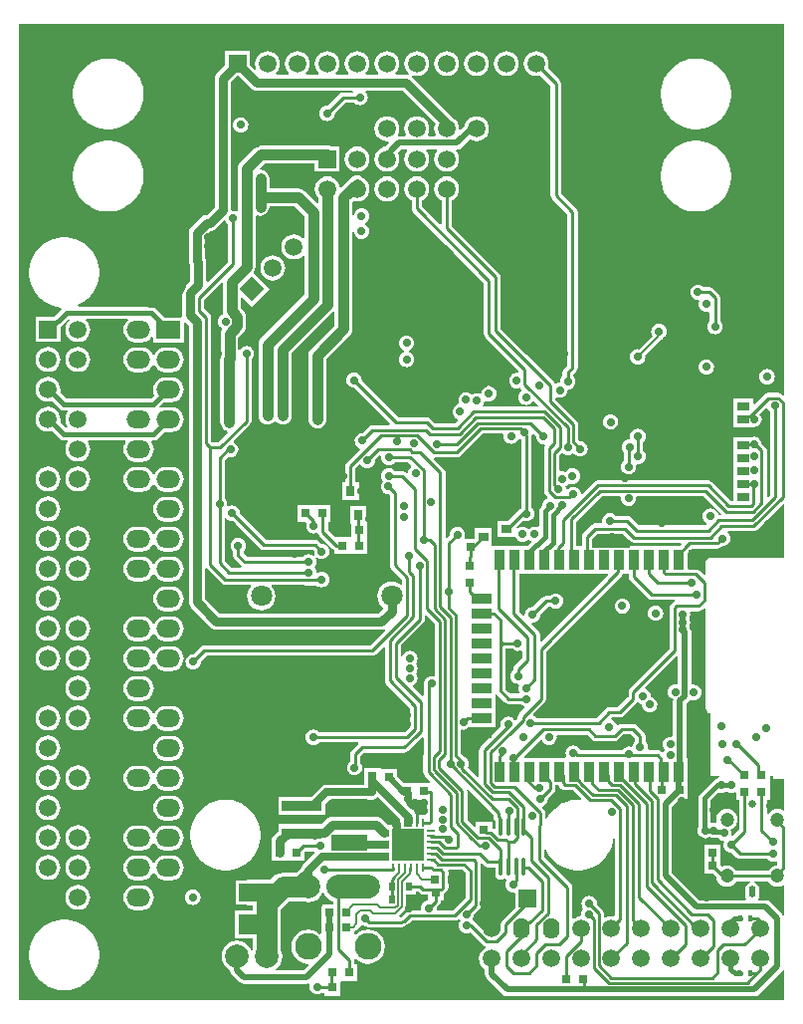
<source format=gbl>
G04*
G04 #@! TF.GenerationSoftware,Altium Limited,Altium Designer,21.0.8 (223)*
G04*
G04 Layer_Physical_Order=4*
G04 Layer_Color=16711680*
%FSLAX25Y25*%
%MOIN*%
G70*
G04*
G04 #@! TF.SameCoordinates,C8F2EFAD-F301-47D2-81E3-A82B1A8C5C35*
G04*
G04*
G04 #@! TF.FilePolarity,Positive*
G04*
G01*
G75*
%ADD10C,0.01000*%
%ADD14C,0.02000*%
%ADD18C,0.00600*%
%ADD20C,0.00800*%
%ADD42R,0.03150X0.02953*%
%ADD43R,0.02953X0.03150*%
%ADD47O,0.01181X0.06299*%
%ADD66R,0.06400X0.07000*%
%ADD72R,0.13400X0.03800*%
%ADD153C,0.01500*%
%ADD154C,0.03000*%
%ADD155C,0.02500*%
%ADD156C,0.00900*%
%ADD158C,0.01100*%
%ADD162C,0.03500*%
%ADD164C,0.07000*%
%ADD185C,0.07874*%
%ADD186C,0.09000*%
%ADD187C,0.05906*%
%ADD188R,0.05906X0.05906*%
%ADD189R,0.05906X0.05906*%
%ADD190C,0.23622*%
%ADD191O,0.07874X0.05906*%
%ADD192R,0.07874X0.05906*%
%ADD193C,0.04724*%
%ADD194C,0.02598*%
%ADD195O,0.02284X0.03937*%
%ADD196C,0.07087*%
%ADD197P,0.08352X4X90.0*%
%ADD198C,0.02756*%
%ADD199O,0.05500X0.07000*%
%ADD210R,0.02000X0.03150*%
%ADD211R,0.03543X0.06693*%
%ADD212R,0.06693X0.03543*%
%ADD213R,0.15748X0.15748*%
%ADD214R,0.10630X0.10630*%
%ADD215R,0.00984X0.03150*%
%ADD216R,0.03150X0.00984*%
%ADD217R,0.01772X0.02165*%
%ADD218R,0.03150X0.03543*%
%ADD219R,0.03543X0.03150*%
%ADD220R,0.07205X0.04488*%
%ADD221R,0.04331X0.02756*%
%ADD222R,0.13110X0.02756*%
%ADD223R,0.11024X0.03386*%
%ADD224R,0.03661X0.03543*%
%ADD225R,0.03071X0.04134*%
%ADD226R,0.12000X0.05400*%
%ADD227C,0.02600*%
%ADD228C,0.06000*%
%ADD229C,0.08000*%
%ADD230R,0.16327X0.02957*%
%ADD231R,0.02534X0.03543*%
%ADD232R,0.02953X0.03665*%
%ADD233R,0.02903X0.02953*%
G36*
X92946Y300827D02*
X93142Y300354D01*
X93555Y299816D01*
X93660Y299735D01*
Y287185D01*
X86996Y280521D01*
X86534Y280712D01*
Y282825D01*
Y287169D01*
X86441Y287874D01*
X86169Y288531D01*
X86106Y288614D01*
Y295849D01*
X87695Y297438D01*
X87722D01*
X88426Y297531D01*
X89083Y297803D01*
X89647Y298236D01*
X92420Y301009D01*
X92946Y300827D01*
D02*
G37*
G36*
X280194Y242557D02*
X279732Y242365D01*
X279293Y242804D01*
X278731Y243179D01*
X278068Y243311D01*
X274736D01*
X274073Y243179D01*
X273511Y242804D01*
X270316Y239608D01*
X269853Y239800D01*
Y241435D01*
X263123D01*
Y236279D01*
Y231949D01*
X269798D01*
X269967Y231926D01*
X270640Y232015D01*
X271267Y232275D01*
X271805Y232688D01*
X272219Y233227D01*
X272478Y233854D01*
X272567Y234527D01*
X272478Y235200D01*
X272219Y235827D01*
X271879Y236269D01*
X274026Y238417D01*
X274534Y238217D01*
X274748Y237700D01*
X275161Y237161D01*
X275267Y237081D01*
Y209148D01*
X274740Y208621D01*
X274278Y208812D01*
Y224059D01*
X274146Y224722D01*
X273770Y225285D01*
X272508Y226547D01*
X272478Y226771D01*
X272219Y227398D01*
X271805Y227937D01*
X271267Y228350D01*
X270640Y228610D01*
X269967Y228699D01*
X269294Y228610D01*
X268891Y228443D01*
X263123D01*
Y223287D01*
Y218957D01*
Y214626D01*
Y210295D01*
Y207162D01*
X262260D01*
X255883Y213539D01*
X255321Y213915D01*
X254657Y214047D01*
X217646D01*
X216983Y213915D01*
X216421Y213539D01*
X212473Y209591D01*
X211945Y209770D01*
X211913Y210009D01*
X211653Y210636D01*
X211240Y211174D01*
X210702Y211588D01*
X210075Y211847D01*
X209402Y211936D01*
X208729Y211847D01*
X208102Y211588D01*
X207580Y211187D01*
X207493Y211196D01*
X207056Y211335D01*
X207012Y211673D01*
X206820Y212136D01*
X207080Y212244D01*
X207618Y212657D01*
X207995Y213149D01*
X208418Y212974D01*
X209091Y212885D01*
X209764Y212974D01*
X210391Y213233D01*
X210929Y213647D01*
X211343Y214185D01*
X211602Y214812D01*
X211691Y215485D01*
X211602Y216158D01*
X211343Y216785D01*
X210929Y217324D01*
X210391Y217737D01*
X209764Y217997D01*
X209091Y218085D01*
X208418Y217997D01*
X207791Y217737D01*
X207252Y217324D01*
X206875Y216832D01*
X206452Y217007D01*
X205780Y217096D01*
X205233Y217024D01*
X204733Y217325D01*
Y222526D01*
X205473Y223266D01*
X205735Y223249D01*
X206273Y222835D01*
X206900Y222576D01*
X207573Y222487D01*
X208246Y222576D01*
X208873Y222835D01*
X209412Y223249D01*
X209493D01*
X209865Y222764D01*
X210403Y222351D01*
X211031Y222091D01*
X211704Y222002D01*
X212377Y222091D01*
X213004Y222351D01*
X213542Y222764D01*
X213955Y223303D01*
X214215Y223930D01*
X214304Y224603D01*
X214215Y225276D01*
X213955Y225903D01*
X213542Y226441D01*
X213004Y226854D01*
X212377Y227114D01*
X211704Y227203D01*
X211572Y227186D01*
X211033Y227725D01*
Y232868D01*
X210901Y233531D01*
X210525Y234094D01*
X203519Y241100D01*
X203555Y241604D01*
X203967Y241866D01*
X204261Y241744D01*
X204934Y241656D01*
X205607Y241744D01*
X206234Y242004D01*
X206772Y242417D01*
X207186Y242956D01*
X207446Y243583D01*
X207507Y244049D01*
X207600Y244541D01*
X208273Y244630D01*
X208900Y244889D01*
X209438Y245303D01*
X209852Y245841D01*
X210111Y246468D01*
X210200Y247141D01*
X210111Y247814D01*
X209852Y248441D01*
X209438Y248980D01*
X209398Y249010D01*
X209377Y249527D01*
X210391Y250541D01*
X210767Y251104D01*
X210899Y251767D01*
Y303941D01*
X210767Y304604D01*
X210391Y305167D01*
X205333Y310224D01*
Y346900D01*
X205201Y347563D01*
X204826Y348126D01*
X200896Y352055D01*
X201046Y352416D01*
X201189Y353500D01*
X201046Y354584D01*
X200627Y355594D01*
X199962Y356462D01*
X199094Y357127D01*
X198084Y357546D01*
X197000Y357689D01*
X195916Y357546D01*
X194906Y357127D01*
X194038Y356462D01*
X193373Y355594D01*
X192954Y354584D01*
X192811Y353500D01*
X192954Y352416D01*
X193373Y351406D01*
X194038Y350538D01*
X194906Y349873D01*
X195916Y349454D01*
X197000Y349311D01*
X198084Y349454D01*
X198445Y349604D01*
X201867Y346182D01*
Y309506D01*
X201999Y308843D01*
X202374Y308281D01*
X207432Y303223D01*
Y252485D01*
X206374Y251427D01*
X205998Y250865D01*
X205866Y250201D01*
Y249061D01*
X205761Y248980D01*
X205348Y248441D01*
X205088Y247814D01*
X205027Y247348D01*
X204934Y246856D01*
X204261Y246767D01*
X203798Y246576D01*
X203554Y246548D01*
X203139Y246759D01*
X202924Y247081D01*
X193930Y256076D01*
X193876Y256111D01*
X185155Y264832D01*
Y281980D01*
X185023Y282643D01*
X184648Y283206D01*
X168733Y299120D01*
Y307823D01*
X169094Y307973D01*
X169962Y308638D01*
X170627Y309506D01*
X171046Y310516D01*
X171189Y311600D01*
X171046Y312684D01*
X170627Y313694D01*
X169962Y314562D01*
X169094Y315227D01*
X168084Y315646D01*
X167000Y315789D01*
X165916Y315646D01*
X164906Y315227D01*
X164038Y314562D01*
X163373Y313694D01*
X162954Y312684D01*
X162811Y311600D01*
X162954Y310516D01*
X163373Y309506D01*
X164038Y308638D01*
X164906Y307973D01*
X165267Y307823D01*
Y299886D01*
X164805Y299695D01*
X158733Y305766D01*
Y307823D01*
X159094Y307973D01*
X159962Y308638D01*
X160627Y309506D01*
X161046Y310516D01*
X161189Y311600D01*
X161046Y312684D01*
X160627Y313694D01*
X159962Y314562D01*
X159094Y315227D01*
X158084Y315646D01*
X157000Y315789D01*
X155916Y315646D01*
X154906Y315227D01*
X154038Y314562D01*
X153373Y313694D01*
X152954Y312684D01*
X152811Y311600D01*
X152954Y310516D01*
X153373Y309506D01*
X154038Y308638D01*
X154906Y307973D01*
X155267Y307823D01*
Y305048D01*
X155399Y304385D01*
X155774Y303823D01*
X179477Y280120D01*
Y263128D01*
X179609Y262464D01*
X179985Y261902D01*
X191120Y250767D01*
X191097Y250350D01*
X190654Y249986D01*
X190504Y250006D01*
X189831Y249917D01*
X189204Y249657D01*
X188665Y249244D01*
X188252Y248706D01*
X187992Y248078D01*
X187904Y247406D01*
X187992Y246732D01*
X188252Y246105D01*
X188665Y245567D01*
X189204Y245154D01*
X189831Y244894D01*
X190504Y244805D01*
X191177Y244894D01*
X191739Y245127D01*
X191856Y244952D01*
X192220Y244588D01*
X192128Y243973D01*
X191815Y243732D01*
X191402Y243194D01*
X191142Y242567D01*
X191053Y241894D01*
X191142Y241221D01*
X191402Y240594D01*
X191815Y240055D01*
X192353Y239642D01*
X192981Y239382D01*
X193654Y239294D01*
X194326Y239382D01*
X194954Y239642D01*
X195492Y240055D01*
X195733Y240369D01*
X196348Y240460D01*
X197613Y239195D01*
X197422Y238733D01*
X179382D01*
X179135Y239233D01*
X179264Y239401D01*
X179524Y240028D01*
X179575Y240419D01*
X179649Y240501D01*
X180077Y240715D01*
X180094Y240716D01*
X180537Y240532D01*
X181210Y240444D01*
X181883Y240532D01*
X182510Y240792D01*
X183049Y241205D01*
X183462Y241744D01*
X183722Y242371D01*
X183810Y243044D01*
X183722Y243717D01*
X183462Y244344D01*
X183049Y244882D01*
X182510Y245296D01*
X181883Y245555D01*
X181210Y245644D01*
X180537Y245555D01*
X179910Y245296D01*
X179372Y244882D01*
X178958Y244344D01*
X178699Y243717D01*
X178647Y243326D01*
X178573Y243243D01*
X178146Y243029D01*
X178128Y243029D01*
X177685Y243212D01*
X177012Y243301D01*
X176339Y243212D01*
X175712Y242953D01*
X175422Y242730D01*
X175339Y242839D01*
X174800Y243252D01*
X174173Y243512D01*
X173500Y243600D01*
X172827Y243512D01*
X172200Y243252D01*
X171661Y242839D01*
X171248Y242300D01*
X170988Y241673D01*
X170900Y241000D01*
X170988Y240327D01*
X171102Y240052D01*
X170827Y239512D01*
X170821Y239509D01*
X170200Y239252D01*
X169661Y238839D01*
X169248Y238300D01*
X168988Y237673D01*
X168900Y237000D01*
X168988Y236327D01*
X169248Y235700D01*
X169661Y235161D01*
X170200Y234748D01*
X170606Y234580D01*
X170759Y234027D01*
X169966Y233233D01*
X163014D01*
X161470Y234778D01*
X160907Y235153D01*
X160244Y235285D01*
X150666D01*
X138569Y247382D01*
X138600Y247621D01*
X138512Y248294D01*
X138252Y248921D01*
X137839Y249460D01*
X137300Y249873D01*
X136673Y250133D01*
X136000Y250221D01*
X135327Y250133D01*
X134700Y249873D01*
X134161Y249460D01*
X133748Y248921D01*
X133488Y248294D01*
X133400Y247621D01*
X133488Y246948D01*
X133748Y246321D01*
X134161Y245783D01*
X134700Y245369D01*
X135327Y245110D01*
X136000Y245021D01*
X136024Y245024D01*
X148055Y232994D01*
X147864Y232532D01*
X142214D01*
X141550Y232400D01*
X140988Y232024D01*
X138876Y229912D01*
X138744Y229929D01*
X138071Y229841D01*
X137444Y229581D01*
X136906Y229168D01*
X136492Y228629D01*
X136233Y228002D01*
X136144Y227329D01*
X136233Y226656D01*
X136492Y226029D01*
X136906Y225490D01*
X137444Y225077D01*
X137818Y224922D01*
X137959Y224356D01*
X133589Y219986D01*
X133213Y219423D01*
X133081Y218760D01*
Y213409D01*
X132020D01*
Y207465D01*
X137570D01*
Y213409D01*
X136548D01*
Y218042D01*
X137820Y219314D01*
X138450Y219237D01*
X138661Y218961D01*
X139200Y218548D01*
X139827Y218288D01*
X140500Y218200D01*
X141173Y218288D01*
X141800Y218548D01*
X142339Y218961D01*
X142752Y219500D01*
X143012Y220127D01*
X143100Y220800D01*
X143083Y220932D01*
X144494Y222343D01*
X145069Y222249D01*
X145141Y222145D01*
X145095Y221800D01*
X145184Y221127D01*
X145444Y220500D01*
X145857Y219962D01*
X146395Y219548D01*
X147022Y219289D01*
X147695Y219200D01*
X148368Y219289D01*
X148995Y219548D01*
X149534Y219962D01*
X149615Y220067D01*
X154157D01*
X155200Y219024D01*
X155123Y218394D01*
X154847Y218182D01*
X154434Y217644D01*
X154174Y217017D01*
X154113Y216554D01*
X153604Y216357D01*
X153219Y216741D01*
X152657Y217117D01*
X151994Y217249D01*
X149615D01*
X149534Y217354D01*
X148995Y217768D01*
X148368Y218027D01*
X147695Y218116D01*
X147022Y218027D01*
X146395Y217768D01*
X145857Y217354D01*
X145444Y216816D01*
X145184Y216189D01*
X145095Y215516D01*
X145184Y214843D01*
X145444Y214216D01*
X145706Y213873D01*
X145661Y213839D01*
X145248Y213300D01*
X144988Y212673D01*
X144900Y212000D01*
X144988Y211327D01*
X145248Y210700D01*
X145661Y210161D01*
X146200Y209748D01*
X146827Y209488D01*
X147500Y209400D01*
X147505Y209400D01*
X147900Y209039D01*
Y185686D01*
X148032Y185023D01*
X148408Y184461D01*
X152093Y180775D01*
Y179277D01*
X151593Y179030D01*
X150979Y179501D01*
X149825Y179980D01*
X148587Y180142D01*
X147348Y179980D01*
X146195Y179501D01*
X145204Y178741D01*
X144444Y177750D01*
X143965Y176596D01*
X143802Y175358D01*
X143965Y174120D01*
X144444Y172966D01*
X145204Y171975D01*
X145526Y171728D01*
X145566Y171071D01*
X144078Y169582D01*
X91011D01*
X86106Y174487D01*
Y184527D01*
X86603Y184679D01*
X86606Y184679D01*
X91641Y179645D01*
X91641Y179645D01*
X92203Y179269D01*
X92866Y179137D01*
X101311D01*
X101470Y178637D01*
X100790Y177750D01*
X100312Y176596D01*
X100149Y175358D01*
X100312Y174120D01*
X100790Y172966D01*
X101550Y171975D01*
X102541Y171215D01*
X103695Y170737D01*
X104933Y170574D01*
X106171Y170737D01*
X107325Y171215D01*
X108316Y171975D01*
X109076Y172966D01*
X109554Y174120D01*
X109717Y175358D01*
X109554Y176596D01*
X109076Y177750D01*
X108396Y178637D01*
X108555Y179137D01*
X118962D01*
X119088Y179053D01*
X119751Y178921D01*
X123398D01*
X123793Y178618D01*
X124420Y178358D01*
X125093Y178270D01*
X125766Y178358D01*
X126393Y178618D01*
X126931Y179032D01*
X127345Y179570D01*
X127604Y180197D01*
X127693Y180870D01*
X127604Y181543D01*
X127345Y182170D01*
X126931Y182709D01*
X126393Y183122D01*
X125766Y183382D01*
X125093Y183470D01*
X124420Y183382D01*
X123914Y183172D01*
X123821Y183183D01*
X123567Y183303D01*
X123391Y183444D01*
X123330Y183905D01*
X123071Y184532D01*
X122709Y185004D01*
X123071Y185476D01*
X123330Y186103D01*
X123419Y186776D01*
X123330Y187449D01*
X123071Y188076D01*
X123463Y188386D01*
X123891Y188057D01*
X124518Y187798D01*
X125191Y187709D01*
X125864Y187798D01*
X126491Y188057D01*
X127030Y188471D01*
X127443Y189009D01*
X127703Y189636D01*
X127791Y190309D01*
X127703Y190982D01*
X127443Y191609D01*
X127030Y192148D01*
X126491Y192561D01*
X125864Y192821D01*
X125191Y192909D01*
X125060Y192892D01*
X124223Y193728D01*
X123661Y194104D01*
X122997Y194236D01*
X106512D01*
X97768Y202980D01*
X97785Y203112D01*
X97697Y203785D01*
X97437Y204412D01*
X97024Y204950D01*
X96485Y205364D01*
X95858Y205623D01*
X95185Y205712D01*
X94512Y205623D01*
X93885Y205364D01*
X93871Y205353D01*
X93822Y205368D01*
X93430Y205644D01*
X93498Y206163D01*
X93409Y206836D01*
X93150Y207463D01*
X92736Y208002D01*
X92631Y208082D01*
Y220703D01*
X93840Y221913D01*
X93963Y221862D01*
X94635Y221774D01*
X95308Y221862D01*
X95936Y222122D01*
X96474Y222535D01*
X96887Y223074D01*
X97147Y223701D01*
X97236Y224374D01*
X97147Y225047D01*
X96887Y225674D01*
X96474Y226213D01*
X95936Y226626D01*
X95727Y226712D01*
X95629Y227203D01*
X101178Y232752D01*
X101554Y233314D01*
X101686Y233977D01*
Y254541D01*
X101791Y254622D01*
X102205Y255160D01*
X102464Y255788D01*
X102553Y256461D01*
X102464Y257134D01*
X102205Y257761D01*
X101791Y258299D01*
X101253Y258713D01*
X100626Y258972D01*
X99953Y259061D01*
X99280Y258972D01*
X98653Y258713D01*
X98114Y258299D01*
X97712Y257776D01*
X97664Y257770D01*
X97212Y257888D01*
Y261780D01*
X98997Y263565D01*
X98997Y263565D01*
X99470Y264181D01*
X99767Y264899D01*
X99869Y265669D01*
Y268840D01*
X99869Y268840D01*
X99767Y269611D01*
X99470Y270328D01*
X98997Y270944D01*
X98046Y271895D01*
Y275194D01*
X98508Y275385D01*
X101697Y272196D01*
X107570Y278069D01*
X102178Y283461D01*
X102527Y283917D01*
X102824Y284634D01*
X102926Y285404D01*
Y301302D01*
X102928Y301323D01*
Y302597D01*
X103428Y302918D01*
X103861Y302738D01*
X104631Y302637D01*
X105401Y302738D01*
X106119Y303035D01*
X106735Y303508D01*
X107208Y304125D01*
X107505Y304842D01*
X107607Y305612D01*
Y305788D01*
X116040D01*
X119289Y302539D01*
Y295314D01*
X118975Y295208D01*
X118789Y295182D01*
X117933Y295839D01*
X116923Y296257D01*
X115839Y296400D01*
X114755Y296257D01*
X113745Y295839D01*
X112877Y295173D01*
X112212Y294306D01*
X111793Y293296D01*
X111650Y292212D01*
X111793Y291127D01*
X112212Y290117D01*
X112877Y289250D01*
X113745Y288584D01*
X114755Y288166D01*
X115839Y288023D01*
X116923Y288166D01*
X117933Y288584D01*
X118789Y289241D01*
X118975Y289215D01*
X119289Y289109D01*
Y276064D01*
X104892Y261667D01*
X104419Y261051D01*
X104122Y260333D01*
X104021Y259563D01*
Y243482D01*
Y240918D01*
Y238355D01*
Y235718D01*
X104122Y234948D01*
X104419Y234230D01*
X104892Y233614D01*
X105508Y233141D01*
X106226Y232844D01*
X106996Y232742D01*
X107766Y232844D01*
X108484Y233141D01*
X109100Y233614D01*
X109262Y233824D01*
X109892D01*
X110054Y233614D01*
X110670Y233141D01*
X111387Y232844D01*
X112157Y232742D01*
X112928Y232844D01*
X113645Y233141D01*
X114261Y233614D01*
X114734Y234230D01*
X115032Y234948D01*
X115133Y235718D01*
Y238281D01*
Y240845D01*
Y243409D01*
Y256655D01*
X129025Y270547D01*
X129333Y270477D01*
X129525Y270353D01*
Y265930D01*
X121658Y258063D01*
X121185Y257446D01*
X120887Y256729D01*
X120786Y255959D01*
Y242191D01*
Y239627D01*
Y237064D01*
Y234500D01*
X120887Y233730D01*
X121185Y233012D01*
X121658Y232396D01*
X122274Y231923D01*
X122991Y231626D01*
X123761Y231524D01*
X124532Y231626D01*
X125249Y231923D01*
X125865Y232396D01*
X126338Y233012D01*
X126636Y233730D01*
X126737Y234500D01*
Y237064D01*
Y239627D01*
Y242191D01*
Y254726D01*
X134604Y262593D01*
X135077Y263210D01*
X135374Y263927D01*
X135476Y264697D01*
X135476Y264697D01*
Y297067D01*
X135976Y297100D01*
X136024Y296732D01*
X136284Y296105D01*
X136697Y295567D01*
X137235Y295154D01*
X137862Y294894D01*
X138535Y294805D01*
X139208Y294894D01*
X139836Y295154D01*
X140374Y295567D01*
X140787Y296105D01*
X141047Y296732D01*
X141136Y297406D01*
X141047Y298078D01*
X140787Y298706D01*
X140374Y299244D01*
X139836Y299657D01*
X139714Y299708D01*
Y300249D01*
X139836Y300299D01*
X140374Y300712D01*
X140787Y301251D01*
X141047Y301878D01*
X141136Y302551D01*
X141047Y303224D01*
X140787Y303851D01*
X140374Y304389D01*
X139836Y304803D01*
X139208Y305062D01*
X138535Y305151D01*
X137862Y305062D01*
X137235Y304803D01*
X136697Y304389D01*
X136284Y303851D01*
X136024Y303224D01*
X135976Y302856D01*
X135476Y302889D01*
Y307214D01*
X135911Y307551D01*
X135921Y307554D01*
X137000Y307411D01*
X138084Y307554D01*
X139094Y307973D01*
X139962Y308638D01*
X140627Y309506D01*
X141046Y310516D01*
X141189Y311600D01*
X141046Y312684D01*
X140627Y313694D01*
X139962Y314562D01*
X139174Y315166D01*
X139104Y315258D01*
X138488Y315730D01*
X137770Y316028D01*
X137000Y316129D01*
X136230Y316028D01*
X135512Y315730D01*
X134896Y315258D01*
X134735Y315096D01*
X134038Y314562D01*
X133504Y313865D01*
X131640Y312001D01*
X131112Y312181D01*
X131046Y312684D01*
X130627Y313694D01*
X129962Y314562D01*
X129094Y315227D01*
X128084Y315646D01*
X127000Y315789D01*
X125916Y315646D01*
X124906Y315227D01*
X124038Y314562D01*
X123373Y313694D01*
X122954Y312684D01*
X122811Y311600D01*
X122954Y310516D01*
X123373Y309506D01*
X124024Y308656D01*
Y306873D01*
X123563Y306682D01*
X119377Y310868D01*
X118761Y311341D01*
X118043Y311638D01*
X117273Y311739D01*
X107607D01*
Y315067D01*
X107505Y315837D01*
X107208Y316554D01*
X106735Y317171D01*
X106119Y317644D01*
X105401Y317941D01*
X104631Y318042D01*
X104591Y318037D01*
X104358Y318511D01*
X106025Y320178D01*
X122847D01*
Y317447D01*
X131153D01*
Y325753D01*
X128434D01*
X127770Y326028D01*
X127000Y326129D01*
X104793D01*
X104023Y326028D01*
X103305Y325730D01*
X102689Y325257D01*
X97849Y320417D01*
X97376Y319801D01*
X97079Y319084D01*
X96977Y318314D01*
Y304276D01*
X96477Y303996D01*
X96067Y304166D01*
X95394Y304254D01*
X95200Y304229D01*
X95073Y304285D01*
X94723Y304671D01*
Y347372D01*
X96699Y349347D01*
X97301D01*
X101370Y345279D01*
X101934Y344846D01*
X102591Y344574D01*
X103295Y344481D01*
X135456D01*
X135756Y343981D01*
X135747Y343966D01*
X135633Y343893D01*
X132336D01*
X131673Y343761D01*
X131110Y343386D01*
X127132Y339407D01*
X127000Y339424D01*
X126327Y339336D01*
X125700Y339076D01*
X125161Y338663D01*
X124748Y338124D01*
X124488Y337497D01*
X124400Y336824D01*
X124488Y336151D01*
X124748Y335524D01*
X125161Y334985D01*
X125700Y334572D01*
X126327Y334313D01*
X127000Y334224D01*
X127673Y334313D01*
X128300Y334572D01*
X128839Y334985D01*
X129252Y335524D01*
X129512Y336151D01*
X129600Y336824D01*
X129583Y336956D01*
X133054Y340426D01*
X136104D01*
X136161Y340351D01*
X136700Y339938D01*
X137327Y339678D01*
X138000Y339590D01*
X138673Y339678D01*
X139300Y339938D01*
X139839Y340351D01*
X140252Y340890D01*
X140512Y341517D01*
X140600Y342190D01*
X140512Y342863D01*
X140252Y343490D01*
X139875Y343981D01*
X139916Y344180D01*
X140070Y344481D01*
X152290D01*
X163257Y333514D01*
X162954Y332784D01*
X162811Y331700D01*
X162954Y330616D01*
X163296Y329790D01*
X163035Y329290D01*
X160965D01*
X160704Y329790D01*
X161046Y330616D01*
X161189Y331700D01*
X161046Y332784D01*
X160627Y333794D01*
X159962Y334662D01*
X159094Y335327D01*
X158084Y335746D01*
X157000Y335889D01*
X155916Y335746D01*
X154906Y335327D01*
X154038Y334662D01*
X153373Y333794D01*
X152954Y332784D01*
X152811Y331700D01*
X152954Y330616D01*
X153296Y329790D01*
X153035Y329290D01*
X151016D01*
X150889Y329393D01*
X150794Y329521D01*
X150691Y329760D01*
X151046Y330616D01*
X151189Y331700D01*
X151046Y332784D01*
X150627Y333794D01*
X149962Y334662D01*
X149094Y335327D01*
X148084Y335746D01*
X147000Y335889D01*
X145916Y335746D01*
X144906Y335327D01*
X144038Y334662D01*
X143373Y333794D01*
X142954Y332784D01*
X142811Y331700D01*
X142954Y330616D01*
X143373Y329606D01*
X144038Y328738D01*
X144906Y328073D01*
X145916Y327654D01*
X147000Y327511D01*
X147551Y327584D01*
X147785Y327110D01*
X146846Y326172D01*
X146551Y325729D01*
X145916Y325646D01*
X144906Y325227D01*
X144038Y324562D01*
X143373Y323694D01*
X142954Y322684D01*
X142811Y321600D01*
X142954Y320516D01*
X143373Y319506D01*
X144038Y318638D01*
X144906Y317973D01*
X145916Y317554D01*
X147000Y317411D01*
X148084Y317554D01*
X149094Y317973D01*
X149962Y318638D01*
X150627Y319506D01*
X151046Y320516D01*
X151189Y321600D01*
X151046Y322684D01*
X150653Y323634D01*
X151823Y324804D01*
X153594D01*
X153840Y324304D01*
X153373Y323694D01*
X152954Y322684D01*
X152811Y321600D01*
X152954Y320516D01*
X153373Y319506D01*
X154038Y318638D01*
X154906Y317973D01*
X155916Y317554D01*
X157000Y317411D01*
X158084Y317554D01*
X159094Y317973D01*
X159962Y318638D01*
X160627Y319506D01*
X161046Y320516D01*
X161189Y321600D01*
X161046Y322684D01*
X160627Y323694D01*
X160160Y324304D01*
X160406Y324804D01*
X163594D01*
X163840Y324304D01*
X163373Y323694D01*
X162954Y322684D01*
X162811Y321600D01*
X162954Y320516D01*
X163373Y319506D01*
X164038Y318638D01*
X164906Y317973D01*
X165916Y317554D01*
X167000Y317411D01*
X168084Y317554D01*
X169094Y317973D01*
X169962Y318638D01*
X170627Y319506D01*
X171046Y320516D01*
X171189Y321600D01*
X171046Y322684D01*
X170627Y323694D01*
X170159Y324304D01*
X170406Y324804D01*
X170503D01*
X171362Y324975D01*
X172090Y325461D01*
X174790Y328162D01*
X174906Y328073D01*
X175916Y327654D01*
X177000Y327511D01*
X178084Y327654D01*
X179094Y328073D01*
X179962Y328738D01*
X180627Y329606D01*
X181046Y330616D01*
X181189Y331700D01*
X181046Y332784D01*
X180627Y333794D01*
X179962Y334662D01*
X179094Y335327D01*
X178084Y335746D01*
X177000Y335889D01*
X175916Y335746D01*
X174906Y335327D01*
X174038Y334662D01*
X173373Y333794D01*
X172954Y332784D01*
X172937Y332653D01*
X171618Y331334D01*
X171169Y331555D01*
X171189Y331700D01*
X171046Y332784D01*
X170627Y333794D01*
X169962Y334662D01*
X169118Y335309D01*
X168965Y335509D01*
X155343Y349130D01*
X155288Y349173D01*
X155540Y349610D01*
X155916Y349454D01*
X157000Y349311D01*
X158084Y349454D01*
X159094Y349873D01*
X159962Y350538D01*
X160627Y351406D01*
X161046Y352416D01*
X161189Y353500D01*
X161046Y354584D01*
X160627Y355594D01*
X159962Y356462D01*
X159094Y357127D01*
X158084Y357546D01*
X157000Y357689D01*
X155916Y357546D01*
X154906Y357127D01*
X154038Y356462D01*
X153373Y355594D01*
X152954Y354584D01*
X152811Y353500D01*
X152954Y352416D01*
X153373Y351406D01*
X154038Y350538D01*
X154397Y350262D01*
X154145Y349826D01*
X154123Y349835D01*
X153418Y349928D01*
X149944D01*
X149784Y350401D01*
X149962Y350538D01*
X150627Y351406D01*
X151046Y352416D01*
X151189Y353500D01*
X151046Y354584D01*
X150627Y355594D01*
X149962Y356462D01*
X149094Y357127D01*
X148084Y357546D01*
X147000Y357689D01*
X145916Y357546D01*
X144906Y357127D01*
X144038Y356462D01*
X143373Y355594D01*
X142954Y354584D01*
X142811Y353500D01*
X142954Y352416D01*
X143373Y351406D01*
X144038Y350538D01*
X144217Y350401D01*
X144056Y349928D01*
X139944D01*
X139784Y350401D01*
X139962Y350538D01*
X140627Y351406D01*
X141046Y352416D01*
X141189Y353500D01*
X141046Y354584D01*
X140627Y355594D01*
X139962Y356462D01*
X139094Y357127D01*
X138084Y357546D01*
X137000Y357689D01*
X135916Y357546D01*
X134906Y357127D01*
X134038Y356462D01*
X133373Y355594D01*
X132954Y354584D01*
X132811Y353500D01*
X132954Y352416D01*
X133373Y351406D01*
X134038Y350538D01*
X134216Y350401D01*
X134056Y349928D01*
X129944D01*
X129783Y350401D01*
X129962Y350538D01*
X130627Y351406D01*
X131046Y352416D01*
X131189Y353500D01*
X131046Y354584D01*
X130627Y355594D01*
X129962Y356462D01*
X129094Y357127D01*
X128084Y357546D01*
X127000Y357689D01*
X125916Y357546D01*
X124906Y357127D01*
X124038Y356462D01*
X123373Y355594D01*
X122954Y354584D01*
X122811Y353500D01*
X122954Y352416D01*
X123373Y351406D01*
X124038Y350538D01*
X124216Y350401D01*
X124056Y349928D01*
X119944D01*
X119783Y350401D01*
X119962Y350538D01*
X120627Y351406D01*
X121046Y352416D01*
X121189Y353500D01*
X121046Y354584D01*
X120627Y355594D01*
X119962Y356462D01*
X119094Y357127D01*
X118084Y357546D01*
X117000Y357689D01*
X115916Y357546D01*
X114906Y357127D01*
X114038Y356462D01*
X113373Y355594D01*
X112954Y354584D01*
X112811Y353500D01*
X112954Y352416D01*
X113373Y351406D01*
X114038Y350538D01*
X114216Y350401D01*
X114056Y349928D01*
X109944D01*
X109783Y350401D01*
X109962Y350538D01*
X110627Y351406D01*
X111046Y352416D01*
X111189Y353500D01*
X111046Y354584D01*
X110627Y355594D01*
X109962Y356462D01*
X109094Y357127D01*
X108084Y357546D01*
X107000Y357689D01*
X105916Y357546D01*
X104906Y357127D01*
X104038Y356462D01*
X103373Y355594D01*
X102954Y354584D01*
X102811Y353500D01*
X102954Y352416D01*
X103174Y351884D01*
X102751Y351601D01*
X101153Y353199D01*
Y357653D01*
X92847D01*
Y353199D01*
X90074Y350426D01*
X89641Y349862D01*
X89369Y349205D01*
X89277Y348500D01*
Y305568D01*
X86594Y302885D01*
X86567D01*
X85862Y302792D01*
X85205Y302520D01*
X84641Y302087D01*
X81457Y298903D01*
X81024Y298339D01*
X80752Y297682D01*
X80659Y296977D01*
Y287598D01*
X80752Y286893D01*
X81024Y286236D01*
X81088Y286153D01*
Y282825D01*
Y280592D01*
X79162Y278667D01*
X78729Y278103D01*
X78457Y277446D01*
X78364Y276741D01*
Y269398D01*
X78405Y269088D01*
X77985Y268588D01*
X72509D01*
X69451Y271646D01*
X68806Y272077D01*
X68045Y272228D01*
X43604D01*
X43505Y272728D01*
X44120Y272983D01*
X45461Y273757D01*
X46689Y274700D01*
X47784Y275795D01*
X48726Y277023D01*
X49500Y278364D01*
X50093Y279794D01*
X50494Y281290D01*
X50696Y282825D01*
Y284373D01*
X50494Y285908D01*
X50093Y287403D01*
X49500Y288834D01*
X48726Y290175D01*
X47784Y291403D01*
X46689Y292498D01*
X45461Y293440D01*
X44120Y294215D01*
X42689Y294807D01*
X41194Y295208D01*
X39659Y295410D01*
X38110D01*
X36575Y295208D01*
X35080Y294807D01*
X33650Y294215D01*
X32309Y293440D01*
X31080Y292498D01*
X29985Y291403D01*
X29043Y290175D01*
X28269Y288834D01*
X27676Y287403D01*
X27276Y285908D01*
X27073Y284373D01*
Y282825D01*
X27276Y281290D01*
X27676Y279794D01*
X28269Y278364D01*
X29043Y277023D01*
X29985Y275795D01*
X31080Y274700D01*
X32309Y273757D01*
X33650Y272983D01*
X35080Y272391D01*
X36575Y271990D01*
X37734Y271837D01*
X37913Y271309D01*
X35256Y268653D01*
X29347D01*
Y260347D01*
X37653D01*
Y265426D01*
X40285Y268058D01*
X40450Y268024D01*
X40574Y267489D01*
X40538Y267462D01*
X39873Y266594D01*
X39454Y265584D01*
X39311Y264500D01*
X39454Y263416D01*
X39873Y262406D01*
X40538Y261538D01*
X41406Y260873D01*
X42416Y260454D01*
X43500Y260311D01*
X44584Y260454D01*
X45594Y260873D01*
X46462Y261538D01*
X47127Y262406D01*
X47546Y263416D01*
X47689Y264500D01*
X47546Y265584D01*
X47127Y266594D01*
X46462Y267462D01*
X46084Y267752D01*
X46253Y268252D01*
X60197D01*
X60367Y267752D01*
X59904Y267397D01*
X59239Y266529D01*
X58820Y265519D01*
X58678Y264435D01*
X58820Y263351D01*
X59239Y262341D01*
X59904Y261473D01*
X60772Y260808D01*
X61782Y260389D01*
X62866Y260246D01*
X64835D01*
X65919Y260389D01*
X66929Y260808D01*
X67796Y261473D01*
X68213Y262017D01*
X68713Y261847D01*
Y260282D01*
X78987D01*
Y266940D01*
X79487Y267147D01*
X80659Y265975D01*
Y173359D01*
X80752Y172655D01*
X81024Y171998D01*
X81457Y171434D01*
X87957Y164933D01*
X88521Y164501D01*
X89178Y164228D01*
X89883Y164136D01*
X145206D01*
X145910Y164228D01*
X146240Y164365D01*
X146524Y163941D01*
X141416Y158834D01*
X85880D01*
X85217Y158702D01*
X84654Y158326D01*
X82232Y155903D01*
X82100Y155921D01*
X81427Y155832D01*
X80800Y155572D01*
X80261Y155159D01*
X79848Y154621D01*
X79588Y153994D01*
X79500Y153321D01*
X79588Y152648D01*
X79848Y152021D01*
X80261Y151482D01*
X80800Y151069D01*
X81427Y150809D01*
X82100Y150721D01*
X82773Y150809D01*
X83400Y151069D01*
X83939Y151482D01*
X84352Y152021D01*
X84612Y152648D01*
X84700Y153321D01*
X84683Y153452D01*
X86598Y155367D01*
X142134D01*
X142797Y155499D01*
X143360Y155875D01*
X145789Y158304D01*
X146251Y158113D01*
Y147080D01*
X146383Y146416D01*
X146759Y145854D01*
X154727Y137885D01*
Y131588D01*
X152987Y129848D01*
X124313D01*
X124232Y129953D01*
X123694Y130366D01*
X123067Y130626D01*
X122394Y130714D01*
X121721Y130626D01*
X121094Y130366D01*
X120555Y129953D01*
X120142Y129414D01*
X119882Y128787D01*
X119793Y128114D01*
X119882Y127441D01*
X120142Y126814D01*
X120555Y126276D01*
X121094Y125862D01*
X121721Y125603D01*
X122394Y125514D01*
X123067Y125603D01*
X123694Y125862D01*
X124232Y126276D01*
X124313Y126381D01*
X137272D01*
X137424Y125887D01*
X137424Y125881D01*
X135250Y123707D01*
X134875Y123145D01*
X134743Y122481D01*
Y120124D01*
X134335Y119811D01*
X133921Y119273D01*
X133662Y118646D01*
X133573Y117973D01*
X133662Y117300D01*
X133921Y116673D01*
X134335Y116134D01*
X134873Y115721D01*
X135500Y115461D01*
X136173Y115373D01*
X136846Y115461D01*
X137473Y115721D01*
X138012Y116134D01*
X138425Y116673D01*
X138685Y117300D01*
X138773Y117973D01*
X138685Y118646D01*
X138425Y119273D01*
X138209Y119554D01*
Y121763D01*
X139369Y122923D01*
X152836D01*
X153499Y123055D01*
X154062Y123431D01*
X157964Y127334D01*
X157999Y127385D01*
X158574Y127961D01*
X158626Y127995D01*
X158781Y128151D01*
X159243Y127959D01*
Y122257D01*
X159217Y122125D01*
Y116618D01*
X159349Y115955D01*
X159725Y115393D01*
X159890Y115227D01*
X160159Y114825D01*
X161547Y113437D01*
X161356Y112975D01*
X156796D01*
X156796Y112975D01*
X156440D01*
Y112975D01*
X156296Y112975D01*
X152603D01*
X150442Y115136D01*
Y117415D01*
X144972D01*
Y117822D01*
X139422D01*
Y112469D01*
X139007Y112264D01*
X126712D01*
X125756Y112074D01*
X124945Y111532D01*
X121718Y108305D01*
X110600D01*
Y102105D01*
X126400D01*
Y105921D01*
X127747Y107268D01*
X142197D01*
X143153Y107458D01*
X143963Y108000D01*
X144143Y108017D01*
X151288Y100872D01*
Y98071D01*
X151312Y97953D01*
Y96858D01*
X152457D01*
X152512Y96847D01*
X155465D01*
X155519Y96858D01*
X158792D01*
Y91347D01*
Y87250D01*
X149196D01*
Y89594D01*
X149184Y89653D01*
Y91347D01*
Y95284D01*
Y98668D01*
X147363D01*
X145250Y100781D01*
X144686Y101214D01*
X144029Y101486D01*
X143324Y101579D01*
X128732D01*
X128027Y101486D01*
X127370Y101214D01*
X126806Y100781D01*
X125053Y99028D01*
X123700D01*
X123523Y99005D01*
X110600D01*
Y96656D01*
X109244Y95300D01*
X108811Y94736D01*
X108539Y94079D01*
X108446Y93374D01*
Y89773D01*
X108422Y89594D01*
X108469Y89237D01*
Y86819D01*
X113678D01*
X113822Y86819D01*
Y86819D01*
X114178D01*
Y86819D01*
X119531D01*
Y89819D01*
X119658Y89946D01*
X122727D01*
X122808Y89841D01*
X122839Y89817D01*
X122872Y89318D01*
X118859Y85306D01*
X118313Y84489D01*
X116600Y82776D01*
X112232D01*
X111005Y82614D01*
X109862Y82141D01*
X108880Y81388D01*
X107875Y80382D01*
X100478D01*
X99843Y80298D01*
X96325D01*
Y76780D01*
X96241Y76146D01*
X96325Y75511D01*
Y71993D01*
X99843D01*
X100478Y71909D01*
X102063D01*
Y70181D01*
X95954D01*
Y60781D01*
X102063D01*
Y56865D01*
X102053Y56842D01*
X101553D01*
X101290Y57477D01*
X100467Y58550D01*
X99394Y59373D01*
X98144Y59891D01*
X96803Y60067D01*
X95462Y59891D01*
X94213Y59373D01*
X93139Y58550D01*
X92316Y57477D01*
X91798Y56227D01*
X91622Y54886D01*
X91798Y53545D01*
X92316Y52295D01*
X93139Y51222D01*
X94213Y50399D01*
X94560Y50255D01*
Y50161D01*
X94731Y49303D01*
X95217Y48575D01*
X97579Y46213D01*
X98307Y45727D01*
X99165Y45556D01*
X120059D01*
X120811Y45706D01*
X121074Y45485D01*
X121188Y45310D01*
X121188Y45310D01*
X121100Y44637D01*
X121188Y43964D01*
X121448Y43336D01*
X121861Y42798D01*
X122400Y42385D01*
X123027Y42125D01*
X123700Y42036D01*
X124373Y42125D01*
X125000Y42385D01*
X125290Y42607D01*
X125918D01*
Y41565D01*
X131271D01*
Y46251D01*
X131627Y46599D01*
X136979D01*
Y52149D01*
X136135D01*
Y53508D01*
X136070Y53835D01*
X136538Y54046D01*
X136596Y53970D01*
X137787Y53057D01*
X139173Y52482D01*
X140661Y52286D01*
X142149Y52482D01*
X143536Y53057D01*
X144727Y53970D01*
X145640Y55161D01*
X146215Y56547D01*
X146411Y58035D01*
X146215Y59523D01*
X145640Y60910D01*
X144727Y62101D01*
X143536Y63014D01*
X142149Y63589D01*
X140661Y63785D01*
X139173Y63589D01*
X137787Y63014D01*
X136596Y62101D01*
X136531Y62015D01*
X136031Y62185D01*
Y62980D01*
X136189Y63012D01*
X136718Y63365D01*
X137857Y64505D01*
X138100Y64867D01*
X138240Y65039D01*
X138738Y65121D01*
X139044Y64994D01*
X139716Y64906D01*
X139912Y64931D01*
X140026Y64817D01*
X140572Y64452D01*
X141216Y64324D01*
X152015D01*
X152659Y64452D01*
X152938Y64639D01*
X152960Y64606D01*
X153514Y64945D01*
X153490Y64986D01*
X153836Y65217D01*
X155309Y66690D01*
X169593D01*
X170236Y66818D01*
X170782Y67182D01*
X170938Y67339D01*
X171517Y67267D01*
X171788Y66843D01*
X171448Y66400D01*
X171188Y65773D01*
X171100Y65100D01*
X171188Y64427D01*
X171448Y63800D01*
X171861Y63261D01*
X172400Y62848D01*
X173027Y62588D01*
X173700Y62500D01*
X174373Y62588D01*
X174914Y62812D01*
X179104Y58622D01*
X179667Y58246D01*
X179988Y58182D01*
X180039Y57662D01*
X179956Y57627D01*
X179088Y56962D01*
X178423Y56094D01*
X178004Y55084D01*
X177861Y54000D01*
X178004Y52916D01*
X178423Y51906D01*
X179088Y51038D01*
X179757Y50525D01*
Y48969D01*
X179928Y48110D01*
X180414Y47383D01*
X185733Y42064D01*
X186460Y41578D01*
X187319Y41407D01*
X270081D01*
X270940Y41578D01*
X271668Y42064D01*
X279413Y49809D01*
X279694Y50229D01*
X280194Y50078D01*
Y40306D01*
X23806D01*
Y366694D01*
X280194D01*
Y242557D01*
D02*
G37*
G36*
X92096Y280010D02*
Y270663D01*
X92197Y269893D01*
X92270Y269716D01*
X91765Y269507D01*
X91227Y269093D01*
X90813Y268555D01*
X90554Y267928D01*
X90465Y267255D01*
X90554Y266582D01*
X90813Y265955D01*
X91227Y265416D01*
X91765Y265003D01*
X91838Y264732D01*
X91660Y264500D01*
X91363Y263783D01*
X91261Y263013D01*
Y255171D01*
X91225Y254898D01*
Y241205D01*
Y238646D01*
Y236087D01*
Y233528D01*
X91327Y232758D01*
X91624Y232040D01*
X92097Y231424D01*
X92713Y230951D01*
X93431Y230654D01*
X93531Y230641D01*
X93691Y230167D01*
X90389Y226864D01*
X88549D01*
X88175Y227238D01*
Y268514D01*
X88043Y269177D01*
X87667Y269740D01*
X87667Y269740D01*
X85733Y271673D01*
Y274355D01*
X91596Y280217D01*
X92096Y280010D01*
D02*
G37*
G36*
X258968Y202928D02*
X258777Y202466D01*
X258134D01*
X257919Y202620D01*
X257900Y202762D01*
X257640Y203389D01*
X257227Y203928D01*
X256688Y204341D01*
X256061Y204601D01*
X255388Y204689D01*
X254715Y204601D01*
X254088Y204341D01*
X253550Y203928D01*
X253136Y203389D01*
X252877Y202762D01*
X252788Y202089D01*
X252877Y201416D01*
X253136Y200789D01*
X253550Y200251D01*
X254083Y199841D01*
X254152Y199787D01*
X254196Y199343D01*
X253874Y198982D01*
X231440D01*
X228697Y201726D01*
X228135Y202101D01*
X227471Y202233D01*
X223610D01*
X223529Y202339D01*
X222990Y202752D01*
X222363Y203012D01*
X221690Y203100D01*
X221017Y203012D01*
X220390Y202752D01*
X219852Y202339D01*
X219439Y201800D01*
X219179Y201173D01*
X219090Y200500D01*
X219135Y200155D01*
X218744Y199655D01*
X216808D01*
X216145Y199523D01*
X215582Y199148D01*
X212824Y196389D01*
X212448Y195827D01*
X212316Y195164D01*
Y192035D01*
X210474D01*
Y200286D01*
X219069Y208880D01*
X224980D01*
X225355Y208380D01*
X225305Y208000D01*
X225394Y207327D01*
X225653Y206700D01*
X226066Y206161D01*
X226605Y205748D01*
X227232Y205488D01*
X227905Y205400D01*
X228578Y205488D01*
X229205Y205748D01*
X229744Y206161D01*
X230157Y206700D01*
X230417Y207327D01*
X230505Y208000D01*
X230455Y208380D01*
X230831Y208880D01*
X253016D01*
X258968Y202928D01*
D02*
G37*
G36*
X196964Y228917D02*
X196947Y228785D01*
X197035Y228112D01*
X197295Y227485D01*
X197708Y226947D01*
X198247Y226534D01*
X198874Y226274D01*
X199547Y226185D01*
X199658Y226200D01*
X199948Y225734D01*
X199699Y225361D01*
X199567Y224698D01*
Y210554D01*
X199699Y209891D01*
X200074Y209329D01*
X200840Y208562D01*
X200707Y207989D01*
X200349Y207841D01*
X199810Y207428D01*
X199397Y206889D01*
X199137Y206262D01*
X199065Y205718D01*
X198577Y205230D01*
X198146Y204585D01*
X197995Y203824D01*
Y198710D01*
X197495Y198378D01*
X197173Y198512D01*
X196500Y198600D01*
X195827Y198512D01*
X195200Y198252D01*
X194661Y197839D01*
X194339D01*
X193800Y198252D01*
X193173Y198512D01*
X192500Y198600D01*
X191827Y198512D01*
X191200Y198252D01*
X190896Y198019D01*
X190339Y198205D01*
X190305Y198350D01*
X192592Y200637D01*
X193124Y200416D01*
X193797Y200328D01*
X194470Y200416D01*
X195097Y200676D01*
X195636Y201089D01*
X196049Y201628D01*
X196309Y202255D01*
X196398Y202928D01*
X196309Y203601D01*
X196049Y204228D01*
X195636Y204767D01*
X195531Y204848D01*
Y229160D01*
X195531Y229160D01*
X195511Y229257D01*
X195575Y229410D01*
X195597Y229577D01*
X196124Y229756D01*
X196964Y228917D01*
D02*
G37*
G36*
X280194Y206115D02*
Y188306D01*
X255395D01*
X254780Y188183D01*
X254259Y187835D01*
X253911Y187314D01*
X253789Y186700D01*
Y182533D01*
X253327Y182342D01*
X251743Y183926D01*
X251181Y184301D01*
X250518Y184433D01*
X247645D01*
Y189772D01*
X247913Y190041D01*
X248112Y190339D01*
X248358Y190585D01*
X248656Y190784D01*
X249181Y191308D01*
X257804D01*
X258467Y191440D01*
X259029Y191816D01*
X259270Y192057D01*
X259402Y192040D01*
X260074Y192128D01*
X260702Y192388D01*
X261240Y192801D01*
X261653Y193340D01*
X261913Y193967D01*
X262002Y194640D01*
X261913Y195313D01*
X261653Y195940D01*
X261240Y196478D01*
X261125Y196567D01*
X261295Y197067D01*
X269775D01*
X270438Y197199D01*
X271000Y197574D01*
X279732Y206306D01*
X280194Y206115D01*
D02*
G37*
G36*
X228449Y193736D02*
X229012Y193360D01*
X229675Y193228D01*
X245446D01*
X245638Y192766D01*
X245462Y192591D01*
X245263Y192292D01*
X245005Y192035D01*
X215783D01*
Y194446D01*
X217526Y196189D01*
X225997D01*
X228449Y193736D01*
D02*
G37*
G36*
X186146Y229231D02*
X186097Y228857D01*
X186186Y228185D01*
X186445Y227557D01*
X186859Y227019D01*
X187397Y226606D01*
X188024Y226346D01*
X188697Y226257D01*
X189370Y226346D01*
X189997Y226606D01*
X190536Y227019D01*
X190949Y227557D01*
X191033Y227761D01*
X191642Y227924D01*
X191763Y227831D01*
X192064Y227706D01*
Y204848D01*
X191959Y204767D01*
X191778Y204531D01*
X191769Y204529D01*
X191206Y204154D01*
X187627Y200574D01*
X184135D01*
Y195025D01*
X190078D01*
X190208Y194798D01*
X190248Y194700D01*
X190661Y194161D01*
X191200Y193748D01*
X191827Y193488D01*
X192500Y193400D01*
X193173Y193488D01*
X193800Y193748D01*
X194145Y194013D01*
X194500Y194115D01*
X194855Y194013D01*
X195163Y193777D01*
X195255Y193647D01*
X195335Y193242D01*
X194129Y192035D01*
X182373D01*
X182204Y192465D01*
X182204D01*
Y198015D01*
X176261D01*
Y194720D01*
X176013Y194472D01*
X173372D01*
X173038Y194972D01*
X173115Y195158D01*
X173203Y195831D01*
X173115Y196504D01*
X172855Y197131D01*
X172442Y197669D01*
X171903Y198082D01*
X171276Y198342D01*
X170603Y198431D01*
X169930Y198342D01*
X169303Y198082D01*
X168764Y197669D01*
X168351Y197131D01*
X168091Y196504D01*
X168003Y195831D01*
X168020Y195699D01*
X167076Y194755D01*
X166576Y194962D01*
Y216743D01*
X166444Y217406D01*
X166068Y217969D01*
X162753Y221283D01*
X162761Y221346D01*
X162977Y221767D01*
X170352D01*
X171016Y221899D01*
X171578Y222274D01*
X179035Y229731D01*
X185768D01*
X186146Y229231D01*
D02*
G37*
G36*
X93347Y201273D02*
X93885Y200860D01*
X94512Y200600D01*
X95185Y200512D01*
X95317Y200529D01*
X104569Y191277D01*
X105131Y190902D01*
X105794Y190770D01*
X122265D01*
X122603Y190404D01*
X122591Y190309D01*
X122680Y189636D01*
X122939Y189009D01*
X122547Y188699D01*
X122119Y189027D01*
X121492Y189287D01*
X120819Y189376D01*
X120146Y189287D01*
X119519Y189027D01*
X118980Y188614D01*
X118900Y188509D01*
X100057D01*
X98921Y189645D01*
Y190279D01*
X99026Y190360D01*
X99439Y190898D01*
X99699Y191525D01*
X99788Y192198D01*
X99699Y192871D01*
X99439Y193498D01*
X99026Y194037D01*
X98488Y194450D01*
X97860Y194710D01*
X97188Y194799D01*
X96515Y194710D01*
X95888Y194450D01*
X95349Y194037D01*
X94936Y193498D01*
X94676Y192871D01*
X94587Y192198D01*
X94676Y191525D01*
X94936Y190898D01*
X95349Y190360D01*
X95454Y190279D01*
Y188927D01*
X95586Y188263D01*
X95962Y187701D01*
X98113Y185550D01*
X98239Y185466D01*
X98088Y184966D01*
X94706D01*
X92631Y187041D01*
Y201384D01*
X93131Y201554D01*
X93347Y201273D01*
D02*
G37*
G36*
X221164Y182481D02*
X198695Y160012D01*
X198233Y160204D01*
Y162432D01*
X198101Y163095D01*
X197726Y163658D01*
X195359Y166024D01*
X195592Y166498D01*
X195745Y166478D01*
X196418Y166566D01*
X197045Y166826D01*
X197584Y167239D01*
X197997Y167778D01*
X198257Y168405D01*
X198345Y169078D01*
X198328Y169210D01*
X201069Y171951D01*
X201640D01*
X201720Y171845D01*
X202259Y171432D01*
X202886Y171172D01*
X203559Y171084D01*
X204232Y171172D01*
X204859Y171432D01*
X205398Y171845D01*
X205811Y172384D01*
X206071Y173011D01*
X206159Y173684D01*
X206071Y174357D01*
X205811Y174984D01*
X205398Y175523D01*
X204859Y175936D01*
X204232Y176196D01*
X203559Y176284D01*
X202886Y176196D01*
X202259Y175936D01*
X201720Y175523D01*
X201640Y175417D01*
X200351D01*
X199688Y175285D01*
X199126Y174910D01*
X195877Y171661D01*
X195745Y171678D01*
X195072Y171590D01*
X194445Y171330D01*
X193906Y170917D01*
X193493Y170378D01*
X193234Y169751D01*
X193145Y169078D01*
X193165Y168925D01*
X192691Y168692D01*
X191292Y170091D01*
Y182942D01*
X220972D01*
X221164Y182481D01*
D02*
G37*
G36*
X163107Y166141D02*
Y148782D01*
X162810Y148583D01*
X162607Y148520D01*
X162000Y148600D01*
X161327Y148512D01*
X160700Y148252D01*
X160161Y147839D01*
X159748Y147300D01*
X159488Y146673D01*
X159400Y146000D01*
X159405Y145960D01*
X159375Y145915D01*
X159243Y145251D01*
Y142115D01*
X158781Y141924D01*
X155680Y145025D01*
X155797Y145615D01*
X155998Y145698D01*
X156537Y146112D01*
X156950Y146650D01*
X157210Y147277D01*
X157298Y147950D01*
X157210Y148623D01*
X156950Y149250D01*
X156731Y149536D01*
X156916Y149778D01*
X157176Y150405D01*
X157264Y151078D01*
X157176Y151751D01*
X156916Y152378D01*
X156643Y152734D01*
X156950Y153135D01*
X157210Y153762D01*
X157298Y154435D01*
X157210Y155108D01*
X156950Y155735D01*
X156537Y156274D01*
X155998Y156687D01*
X155371Y156947D01*
X154698Y157035D01*
X154025Y156947D01*
X153398Y156687D01*
X152860Y156274D01*
X152446Y155735D01*
X152187Y155108D01*
X152186Y155104D01*
X151686Y155137D01*
Y158857D01*
X159202Y166373D01*
X159578Y166936D01*
X159710Y167599D01*
Y168885D01*
X160172Y169076D01*
X163107Y166141D01*
D02*
G37*
G36*
X244436Y155047D02*
Y146191D01*
X243936Y145796D01*
X243601Y145840D01*
X242928Y145751D01*
X242301Y145492D01*
X241763Y145078D01*
X241349Y144540D01*
X241090Y143913D01*
X241001Y143240D01*
X241090Y142567D01*
X241349Y141940D01*
X241763Y141401D01*
X242301Y140988D01*
X242928Y140728D01*
X242943Y140707D01*
X242885Y140414D01*
Y128651D01*
X242385Y128256D01*
X242050Y128300D01*
X241377Y128212D01*
X240750Y127952D01*
X240211Y127539D01*
X239798Y127000D01*
X239538Y126373D01*
X239450Y125700D01*
X239538Y125027D01*
X239798Y124400D01*
X240142Y123952D01*
X239798Y123505D01*
X239654Y123156D01*
X239076Y123026D01*
X238796Y123307D01*
X238234Y123682D01*
X237570Y123814D01*
X234688D01*
X234370Y124314D01*
X234436Y124822D01*
X234348Y125495D01*
X234088Y126122D01*
X233675Y126661D01*
X233570Y126741D01*
Y128553D01*
X233570Y128553D01*
X233438Y129216D01*
X233062Y129779D01*
X230714Y132126D01*
X230152Y132502D01*
X229489Y132634D01*
X225573D01*
X224910Y132502D01*
X224407Y132166D01*
X224273Y132159D01*
X224247Y132164D01*
X223832Y132318D01*
X223647Y132765D01*
X223234Y133303D01*
X222695Y133716D01*
X222296Y133882D01*
X222138Y134395D01*
X222369Y134691D01*
X224928D01*
X225591Y134823D01*
X226153Y135199D01*
X230588Y139633D01*
X230704Y139744D01*
X231275Y139706D01*
X231474Y139553D01*
X232101Y139293D01*
X232433Y139250D01*
X232400Y139000D01*
X232488Y138327D01*
X232748Y137700D01*
X233161Y137161D01*
X233700Y136748D01*
X234327Y136488D01*
X235000Y136400D01*
X235673Y136488D01*
X236300Y136748D01*
X236839Y137161D01*
X237252Y137700D01*
X237512Y138327D01*
X237600Y139000D01*
X237512Y139673D01*
X237252Y140300D01*
X236839Y140839D01*
X236300Y141252D01*
X235673Y141512D01*
X235342Y141555D01*
X235375Y141805D01*
X235286Y142478D01*
X235026Y143105D01*
X234613Y143643D01*
X234074Y144056D01*
X233668Y144225D01*
X233514Y144778D01*
X243974Y155238D01*
X244436Y155047D01*
D02*
G37*
G36*
X189026Y157729D02*
X189564Y157315D01*
X190191Y157055D01*
X190864Y156967D01*
X191537Y157055D01*
X191912Y157211D01*
X192412Y156910D01*
Y154651D01*
X189828Y152067D01*
X189452Y151505D01*
X189320Y150841D01*
Y150431D01*
X189215Y150350D01*
X188802Y149812D01*
X188542Y149185D01*
X188453Y148512D01*
X188542Y147839D01*
X188802Y147212D01*
X189215Y146673D01*
X189753Y146260D01*
X190380Y146000D01*
X190899Y145932D01*
X191173Y145591D01*
X191232Y145431D01*
X191142Y145213D01*
X191053Y144540D01*
X191142Y143867D01*
X191402Y143240D01*
X191428Y143206D01*
X191181Y142706D01*
X188501D01*
X186665Y144541D01*
Y157842D01*
X188939D01*
X189026Y157729D01*
D02*
G37*
G36*
X253789Y171295D02*
Y137700D01*
X253911Y137085D01*
X254259Y136565D01*
X254780Y136217D01*
X255395Y136094D01*
Y115128D01*
X255388Y115122D01*
X258263D01*
X258375Y114653D01*
X257748Y114394D01*
X257300Y114050D01*
X256942Y113979D01*
X256297Y113548D01*
X251894Y109145D01*
X251463Y108500D01*
X251312Y107739D01*
Y98166D01*
X251066Y97573D01*
X250978Y96900D01*
X251066Y96227D01*
X251326Y95600D01*
X251739Y95061D01*
X252278Y94648D01*
X252905Y94388D01*
X253578Y94300D01*
X254251Y94388D01*
X254878Y94648D01*
X254976Y94723D01*
X255059Y94660D01*
X255686Y94400D01*
X256359Y94311D01*
X257030Y94400D01*
X257270Y94352D01*
X257992D01*
X258061Y94261D01*
X258600Y93848D01*
X259227Y93588D01*
X259611Y93538D01*
X259932Y93050D01*
X259934Y93012D01*
X259842Y92790D01*
X259753Y92117D01*
X259842Y91444D01*
X260102Y90817D01*
X260515Y90278D01*
X261054Y89865D01*
X261681Y89605D01*
X262354Y89517D01*
X262485Y89534D01*
X264121Y87899D01*
X264683Y87523D01*
X265346Y87391D01*
X274537D01*
X274618Y87286D01*
X275157Y86873D01*
X275784Y86613D01*
X276457Y86524D01*
X277130Y86613D01*
X277367Y86711D01*
X277867Y86377D01*
Y85312D01*
X277827Y85277D01*
X276897Y85154D01*
X276030Y84795D01*
X275286Y84224D01*
X274715Y83480D01*
X274689Y83417D01*
X264035D01*
X264009Y83480D01*
X263438Y84224D01*
X262694Y84795D01*
X261828Y85154D01*
X260898Y85277D01*
X259968Y85154D01*
X259336Y84893D01*
X258856Y85173D01*
X258837Y85203D01*
Y86690D01*
Y92239D01*
X253484D01*
Y86690D01*
Y82367D01*
X256385D01*
X257341Y81411D01*
X257427Y80754D01*
X257786Y79887D01*
X258357Y79143D01*
X259101Y78572D01*
X259968Y78213D01*
X260898Y78091D01*
X261828Y78213D01*
X262694Y78572D01*
X263438Y79143D01*
X264009Y79887D01*
X264035Y79950D01*
X268646D01*
X268695Y79451D01*
X268448Y79401D01*
X267674Y78884D01*
X267156Y78109D01*
X266975Y77196D01*
Y75542D01*
X267156Y74628D01*
X267481Y74142D01*
X267214Y73642D01*
X251718D01*
X242502Y82858D01*
Y104826D01*
X245302Y107625D01*
X247581D01*
Y112076D01*
X247645D01*
Y121169D01*
X247371D01*
Y139485D01*
X248265Y140379D01*
X248562Y140823D01*
X249127Y140588D01*
X249800Y140500D01*
X250473Y140588D01*
X251100Y140848D01*
X251639Y141261D01*
X252052Y141800D01*
X252312Y142427D01*
X252400Y143100D01*
X252312Y143773D01*
X252052Y144400D01*
X251639Y144939D01*
X251100Y145352D01*
X250473Y145612D01*
X249800Y145700D01*
X249422Y145650D01*
X248922Y146027D01*
Y163321D01*
X248751Y164179D01*
X248534Y164505D01*
X248512Y164673D01*
X248273Y165250D01*
X248512Y165827D01*
X248600Y166500D01*
X248512Y167173D01*
X248252Y167800D01*
X248243Y167812D01*
Y167838D01*
X248252Y167850D01*
X248512Y168477D01*
X248600Y169150D01*
X248520Y169760D01*
X248576Y169954D01*
X248780Y170260D01*
X251382D01*
X252046Y170392D01*
X252608Y170768D01*
X253327Y171487D01*
X253789Y171295D01*
D02*
G37*
G36*
X227940Y181938D02*
X228072Y181274D01*
X228448Y180712D01*
X234515Y174644D01*
X235078Y174269D01*
X235741Y174137D01*
X243484D01*
X243533Y173637D01*
X243322Y173595D01*
X242760Y173219D01*
X242174Y172633D01*
X241799Y172071D01*
X241667Y171408D01*
Y157833D01*
X228248Y144415D01*
X227873Y143853D01*
X227741Y143189D01*
Y141688D01*
X224210Y138157D01*
X221505D01*
X221505Y138158D01*
X220842Y138026D01*
X220280Y137650D01*
X217217Y134588D01*
X197084D01*
X197003Y134693D01*
X196465Y135106D01*
X196060Y135274D01*
X195907Y135828D01*
X199826Y139747D01*
X199826Y139747D01*
X200201Y140310D01*
X200333Y140973D01*
Y156748D01*
X225785Y182199D01*
X225785Y182199D01*
X226160Y182761D01*
X226197Y182942D01*
X227940D01*
Y181938D01*
D02*
G37*
G36*
X186557Y139747D02*
X186557Y139747D01*
X187119Y139371D01*
X187783Y139240D01*
X187783Y139240D01*
X191734D01*
X191815Y139134D01*
X192353Y138721D01*
X192981Y138461D01*
X193000Y138459D01*
X193161Y137985D01*
X191361Y136185D01*
X190985Y135623D01*
X190853Y134959D01*
Y134387D01*
X190347Y133880D01*
X189717Y133957D01*
X189505Y134233D01*
X188967Y134646D01*
X188340Y134906D01*
X187667Y134995D01*
X186994Y134906D01*
X186367Y134646D01*
X185828Y134233D01*
X185415Y133695D01*
X185155Y133068D01*
X185066Y132395D01*
X185155Y131722D01*
X185169Y131688D01*
X178352Y124870D01*
X177976Y124308D01*
X177844Y123645D01*
Y115053D01*
X177382Y114862D01*
X174169Y118076D01*
X174353Y118521D01*
X174441Y119194D01*
X174353Y119867D01*
X174093Y120494D01*
X173680Y121032D01*
X173141Y121446D01*
X172945Y121527D01*
X172731Y121847D01*
X172731Y121847D01*
X171674Y122904D01*
Y130328D01*
X172174Y130687D01*
X172591Y130632D01*
X173264Y130721D01*
X173891Y130980D01*
X174429Y131394D01*
X174575Y131584D01*
X183314D01*
Y136584D01*
Y142304D01*
X183390Y142361D01*
X183814Y142490D01*
X186557Y139747D01*
D02*
G37*
G36*
X230103Y127835D02*
Y126741D01*
X229998Y126661D01*
X229584Y126122D01*
X229325Y125495D01*
X229279Y125145D01*
X228759Y124820D01*
X228757D01*
X228578Y124894D01*
X227905Y124983D01*
X227232Y124894D01*
X226605Y124635D01*
X226066Y124222D01*
X225754Y123814D01*
X211803D01*
X211686Y124097D01*
X211273Y124636D01*
X210734Y125049D01*
X210107Y125309D01*
X209434Y125398D01*
X208761Y125309D01*
X208134Y125049D01*
X207595Y124636D01*
X207182Y124097D01*
X206922Y123470D01*
X206834Y122797D01*
X206922Y122124D01*
X207111Y121669D01*
X206857Y121169D01*
X193105D01*
X192914Y121631D01*
X198387Y127104D01*
X198977Y126987D01*
X199048Y126814D01*
X199461Y126276D01*
X200000Y125862D01*
X200627Y125603D01*
X201300Y125514D01*
X201973Y125603D01*
X202600Y125862D01*
X203139Y126276D01*
X203552Y126814D01*
X203812Y127441D01*
X203900Y128114D01*
X203855Y128459D01*
X204246Y128959D01*
X213974D01*
X215582Y127351D01*
X216144Y126975D01*
X216808Y126843D01*
X223249D01*
X223913Y126975D01*
X224475Y127351D01*
X226291Y129167D01*
X228771D01*
X230103Y127835D01*
D02*
G37*
G36*
X261054Y109890D02*
X261681Y109630D01*
X262354Y109541D01*
X263027Y109630D01*
X263450Y109805D01*
X263950Y109532D01*
Y107038D01*
X264991D01*
Y97206D01*
X262769Y94984D01*
X262345Y95267D01*
X262412Y95427D01*
X262500Y96100D01*
X262412Y96773D01*
X262207Y97268D01*
X262694Y97470D01*
X263438Y98041D01*
X264009Y98785D01*
X264368Y99651D01*
X264491Y100582D01*
X264368Y101511D01*
X264009Y102378D01*
X263438Y103122D01*
X262694Y103693D01*
X261828Y104052D01*
X260898Y104174D01*
X259968Y104052D01*
X259101Y103693D01*
X258357Y103122D01*
X257786Y102378D01*
X257427Y101511D01*
X257305Y100582D01*
X257406Y99809D01*
X257095Y99488D01*
X256978Y99430D01*
X256359Y99512D01*
X255788Y99437D01*
X255288Y99724D01*
Y106915D01*
X258112Y109739D01*
X258375Y109630D01*
X259048Y109541D01*
X259721Y109630D01*
X260348Y109890D01*
X260692Y110153D01*
X260710D01*
X261054Y109890D01*
D02*
G37*
G36*
X204719Y111638D02*
X205441Y110916D01*
X206003Y110540D01*
X206667Y110408D01*
X209337D01*
X212127Y107619D01*
X211906Y107170D01*
X211824Y107181D01*
X210276D01*
X208741Y106979D01*
X207246Y106578D01*
X205815Y105986D01*
X204474Y105212D01*
X203246Y104269D01*
X202151Y103174D01*
X201209Y101946D01*
X200556Y100816D01*
X200056Y100950D01*
Y102834D01*
X200056Y102834D01*
X199924Y103497D01*
X199549Y104059D01*
X199082Y104526D01*
X199230Y105085D01*
X199623Y105248D01*
X200162Y105661D01*
X200575Y106200D01*
X200835Y106827D01*
X200923Y107500D01*
X200906Y107632D01*
X202874Y109600D01*
X203250Y110162D01*
X203382Y110826D01*
Y112076D01*
X204426D01*
X204719Y111638D01*
D02*
G37*
G36*
X276528Y114205D02*
X280194D01*
Y103821D01*
X279745Y103600D01*
X279623Y103693D01*
X278757Y104052D01*
X277827Y104174D01*
X276897Y104052D01*
X276030Y103693D01*
X275286Y103122D01*
X274778Y102460D01*
X274457Y102506D01*
X274278Y102594D01*
Y107032D01*
X275320D01*
Y112385D01*
X275320D01*
Y112741D01*
X275320D01*
Y115122D01*
X276528D01*
Y114205D01*
D02*
G37*
G36*
X182729Y102208D02*
Y101500D01*
X182861Y100836D01*
X183237Y100274D01*
X183336Y100175D01*
Y97654D01*
X183178Y97589D01*
X182836Y97503D01*
X182325Y97844D01*
X182255Y97858D01*
Y99795D01*
X176706D01*
Y98392D01*
X176244Y98200D01*
X173901Y100543D01*
Y110076D01*
X173838Y110393D01*
X174299Y110639D01*
X182729Y102208D01*
D02*
G37*
G36*
X223308Y94162D02*
Y68479D01*
X222809Y68089D01*
X222050Y68189D01*
X220966Y68046D01*
X220118Y67694D01*
X219618Y67943D01*
Y69265D01*
X219618Y69265D01*
X219490Y69908D01*
X219125Y70454D01*
X219125Y70454D01*
X217374Y72205D01*
X217400Y72400D01*
X217312Y73073D01*
X217052Y73700D01*
X216639Y74239D01*
X216100Y74652D01*
X215473Y74912D01*
X214800Y75000D01*
X214127Y74912D01*
X213500Y74652D01*
X212961Y74239D01*
X212548Y73700D01*
X212288Y73073D01*
X212200Y72400D01*
X212288Y71727D01*
X212548Y71100D01*
X212844Y70714D01*
X212835Y70707D01*
X212421Y70168D01*
X212162Y69541D01*
X212073Y68868D01*
X212098Y68680D01*
X212094Y68645D01*
X211665Y68138D01*
X210966Y68046D01*
X209956Y67627D01*
X209615Y67366D01*
X209166Y67587D01*
Y77759D01*
X209034Y78422D01*
X208659Y78985D01*
X199718Y87926D01*
Y90560D01*
X200218Y90659D01*
X200435Y90135D01*
X201209Y88794D01*
X202151Y87566D01*
X203246Y86471D01*
X204474Y85528D01*
X205815Y84754D01*
X207246Y84162D01*
X208741Y83761D01*
X210276Y83559D01*
X211824D01*
X213359Y83761D01*
X214855Y84162D01*
X216285Y84754D01*
X217626Y85528D01*
X218855Y86471D01*
X219949Y87566D01*
X220892Y88794D01*
X221666Y90135D01*
X222258Y91565D01*
X222659Y93061D01*
X222809Y94195D01*
X223308Y94162D01*
D02*
G37*
G36*
X126119Y75413D02*
X126953Y74327D01*
X128039Y73493D01*
X128928Y73125D01*
Y72296D01*
X124969D01*
Y66746D01*
Y62545D01*
X124469Y62298D01*
X123536Y63014D01*
X122149Y63589D01*
X120661Y63785D01*
X119173Y63589D01*
X117787Y63014D01*
X116596Y62101D01*
X115682Y60910D01*
X115108Y59523D01*
X114912Y58035D01*
X115108Y56547D01*
X115682Y55161D01*
X116596Y53970D01*
X117787Y53057D01*
X119173Y52482D01*
X120661Y52286D01*
X120710Y52293D01*
X120931Y51844D01*
X119130Y50042D01*
X109751D01*
X109581Y50542D01*
X110467Y51222D01*
X111290Y52295D01*
X111808Y53545D01*
X111985Y54886D01*
X111808Y56227D01*
X111544Y56865D01*
Y65417D01*
Y70643D01*
X114196Y73295D01*
X118683D01*
X119320Y73031D01*
X120661Y72854D01*
X122002Y73031D01*
X123252Y73548D01*
X124325Y74372D01*
X125149Y75445D01*
X125377Y75997D01*
X125877D01*
X126119Y75413D01*
D02*
G37*
G36*
X173231Y82792D02*
Y74390D01*
X168896Y70054D01*
X163945D01*
X163555Y70554D01*
X163600Y70900D01*
X163583Y71032D01*
X164544Y71993D01*
X164920Y72555D01*
X165052Y73219D01*
Y73371D01*
X165995D01*
Y75663D01*
X166491Y75995D01*
X167077Y76581D01*
X167453Y77143D01*
X167585Y77806D01*
Y82886D01*
X167493Y83346D01*
X167810Y83846D01*
X172178D01*
X173231Y82792D01*
D02*
G37*
G36*
X157985Y75995D02*
X158548Y75619D01*
X159211Y75487D01*
X160642D01*
Y73453D01*
X160327Y73412D01*
X159700Y73152D01*
X159161Y72739D01*
X158748Y72200D01*
X158488Y71573D01*
X158400Y70900D01*
X158445Y70554D01*
X158055Y70054D01*
X154612D01*
X154612Y70054D01*
X153968Y69926D01*
X153423Y69562D01*
X153422Y69562D01*
X151649Y67789D01*
X151376Y67782D01*
X151287Y67803D01*
X151139Y68316D01*
X153073Y70250D01*
X153404Y70746D01*
X153521Y71331D01*
Y75525D01*
X156700D01*
Y76567D01*
X157413D01*
X157985Y75995D01*
D02*
G37*
G36*
X274715Y79887D02*
X275286Y79143D01*
X276030Y78572D01*
X276897Y78213D01*
X277827Y78091D01*
X278757Y78213D01*
X279623Y78572D01*
X279745Y78666D01*
X280194Y78445D01*
Y68657D01*
X279694Y68505D01*
X279413Y68925D01*
X275353Y72986D01*
X274625Y73472D01*
X273767Y73642D01*
X271511D01*
X271243Y74142D01*
X271568Y74628D01*
X271750Y75542D01*
Y77196D01*
X271568Y78109D01*
X271051Y78884D01*
X270276Y79401D01*
X270029Y79451D01*
X270079Y79950D01*
X274689D01*
X274715Y79887D01*
D02*
G37*
G36*
X179647Y85086D02*
X180209Y84711D01*
X180872Y84579D01*
X180872Y84579D01*
X183336D01*
Y82248D01*
X183475Y81549D01*
X183870Y80957D01*
X184463Y80561D01*
X185161Y80422D01*
X185860Y80561D01*
X186441Y80949D01*
X186924Y80627D01*
X187136Y80082D01*
X187077Y80005D01*
X186817Y79378D01*
X186729Y78705D01*
X186817Y78032D01*
X187077Y77405D01*
X187490Y76866D01*
X188029Y76453D01*
X188656Y76193D01*
X189329Y76104D01*
X189571Y76136D01*
X189947Y75807D01*
Y71203D01*
X185612Y66869D01*
X185237Y66306D01*
X185105Y65643D01*
Y63633D01*
X183052Y61580D01*
X181048D01*
X176303Y66326D01*
X175806Y66658D01*
X175589Y67155D01*
X175871Y67523D01*
X176130Y68150D01*
X176219Y68823D01*
X176202Y68955D01*
X177866Y70619D01*
X178242Y71182D01*
X178374Y71845D01*
Y85706D01*
X178836Y85897D01*
X179647Y85086D01*
D02*
G37*
%LPC*%
G36*
X187000Y357689D02*
X185916Y357546D01*
X184906Y357127D01*
X184038Y356462D01*
X183373Y355594D01*
X182954Y354584D01*
X182811Y353500D01*
X182954Y352416D01*
X183373Y351406D01*
X184038Y350538D01*
X184906Y349873D01*
X185916Y349454D01*
X187000Y349311D01*
X188084Y349454D01*
X189094Y349873D01*
X189962Y350538D01*
X190627Y351406D01*
X191046Y352416D01*
X191189Y353500D01*
X191046Y354584D01*
X190627Y355594D01*
X189962Y356462D01*
X189094Y357127D01*
X188084Y357546D01*
X187000Y357689D01*
D02*
G37*
G36*
X177000D02*
X175916Y357546D01*
X174906Y357127D01*
X174038Y356462D01*
X173373Y355594D01*
X172954Y354584D01*
X172811Y353500D01*
X172954Y352416D01*
X173373Y351406D01*
X174038Y350538D01*
X174906Y349873D01*
X175916Y349454D01*
X177000Y349311D01*
X178084Y349454D01*
X179094Y349873D01*
X179962Y350538D01*
X180627Y351406D01*
X181046Y352416D01*
X181189Y353500D01*
X181046Y354584D01*
X180627Y355594D01*
X179962Y356462D01*
X179094Y357127D01*
X178084Y357546D01*
X177000Y357689D01*
D02*
G37*
G36*
X167000D02*
X165916Y357546D01*
X164906Y357127D01*
X164038Y356462D01*
X163373Y355594D01*
X162954Y354584D01*
X162811Y353500D01*
X162954Y352416D01*
X163373Y351406D01*
X164038Y350538D01*
X164906Y349873D01*
X165916Y349454D01*
X167000Y349311D01*
X168084Y349454D01*
X169094Y349873D01*
X169962Y350538D01*
X170627Y351406D01*
X171046Y352416D01*
X171189Y353500D01*
X171046Y354584D01*
X170627Y355594D01*
X169962Y356462D01*
X169094Y357127D01*
X168084Y357546D01*
X167000Y357689D01*
D02*
G37*
G36*
X251278Y355211D02*
X249730D01*
X248195Y355009D01*
X246699Y354608D01*
X245269Y354016D01*
X243928Y353242D01*
X242700Y352299D01*
X241605Y351204D01*
X240662Y349976D01*
X239888Y348635D01*
X239296Y347205D01*
X238895Y345709D01*
X238693Y344174D01*
Y342626D01*
X238895Y341091D01*
X239296Y339595D01*
X239888Y338165D01*
X240662Y336824D01*
X241605Y335596D01*
X242700Y334501D01*
X243928Y333558D01*
X245269Y332784D01*
X246699Y332192D01*
X248195Y331791D01*
X249730Y331589D01*
X251278D01*
X252813Y331791D01*
X254309Y332192D01*
X255739Y332784D01*
X257080Y333558D01*
X258308Y334501D01*
X259403Y335596D01*
X260346Y336824D01*
X261120Y338165D01*
X261712Y339595D01*
X262113Y341091D01*
X262315Y342626D01*
Y344174D01*
X262113Y345709D01*
X261712Y347205D01*
X261120Y348635D01*
X260346Y349976D01*
X259403Y351204D01*
X258308Y352299D01*
X257080Y353242D01*
X255739Y354016D01*
X254309Y354608D01*
X252813Y355009D01*
X251278Y355211D01*
D02*
G37*
G36*
X54418D02*
X52870D01*
X51335Y355009D01*
X49839Y354608D01*
X48409Y354016D01*
X47068Y353242D01*
X45840Y352299D01*
X44745Y351204D01*
X43802Y349976D01*
X43028Y348635D01*
X42436Y347205D01*
X42035Y345709D01*
X41833Y344174D01*
Y342626D01*
X42035Y341091D01*
X42436Y339595D01*
X43028Y338165D01*
X43802Y336824D01*
X44745Y335596D01*
X45840Y334501D01*
X47068Y333558D01*
X48409Y332784D01*
X49839Y332192D01*
X51335Y331791D01*
X52870Y331589D01*
X54418D01*
X55953Y331791D01*
X57449Y332192D01*
X58879Y332784D01*
X60220Y333558D01*
X61448Y334501D01*
X62543Y335596D01*
X63485Y336824D01*
X64260Y338165D01*
X64852Y339595D01*
X65253Y341091D01*
X65455Y342626D01*
Y344174D01*
X65253Y345709D01*
X64852Y347205D01*
X64260Y348635D01*
X63485Y349976D01*
X62543Y351204D01*
X61448Y352299D01*
X60220Y353242D01*
X58879Y354016D01*
X57449Y354608D01*
X55953Y355009D01*
X54418Y355211D01*
D02*
G37*
G36*
X98000Y335600D02*
X97327Y335512D01*
X96700Y335252D01*
X96161Y334839D01*
X95748Y334300D01*
X95488Y333673D01*
X95400Y333000D01*
X95488Y332327D01*
X95748Y331700D01*
X96161Y331161D01*
X96700Y330748D01*
X97327Y330488D01*
X98000Y330400D01*
X98673Y330488D01*
X99300Y330748D01*
X99839Y331161D01*
X100252Y331700D01*
X100512Y332327D01*
X100600Y333000D01*
X100512Y333673D01*
X100252Y334300D01*
X99839Y334839D01*
X99300Y335252D01*
X98673Y335512D01*
X98000Y335600D01*
D02*
G37*
G36*
X137000Y325789D02*
X135916Y325646D01*
X134906Y325227D01*
X134038Y324562D01*
X133373Y323694D01*
X132954Y322684D01*
X132811Y321600D01*
X132954Y320516D01*
X133373Y319506D01*
X134038Y318638D01*
X134906Y317973D01*
X135916Y317554D01*
X137000Y317411D01*
X138084Y317554D01*
X139094Y317973D01*
X139962Y318638D01*
X140627Y319506D01*
X141046Y320516D01*
X141189Y321600D01*
X141046Y322684D01*
X140627Y323694D01*
X139962Y324562D01*
X139094Y325227D01*
X138084Y325646D01*
X137000Y325789D01*
D02*
G37*
G36*
X147000Y315789D02*
X145916Y315646D01*
X144906Y315227D01*
X144038Y314562D01*
X143373Y313694D01*
X142954Y312684D01*
X142811Y311600D01*
X142954Y310516D01*
X143373Y309506D01*
X144038Y308638D01*
X144906Y307973D01*
X145916Y307554D01*
X147000Y307411D01*
X148084Y307554D01*
X149094Y307973D01*
X149962Y308638D01*
X150627Y309506D01*
X151046Y310516D01*
X151189Y311600D01*
X151046Y312684D01*
X150627Y313694D01*
X149962Y314562D01*
X149094Y315227D01*
X148084Y315646D01*
X147000Y315789D01*
D02*
G37*
G36*
X54418Y327652D02*
X52870D01*
X51335Y327450D01*
X49839Y327049D01*
X48409Y326457D01*
X47068Y325682D01*
X45840Y324740D01*
X44745Y323645D01*
X43802Y322417D01*
X43028Y321076D01*
X42436Y319646D01*
X42035Y318150D01*
X41833Y316615D01*
Y315067D01*
X42035Y313532D01*
X42436Y312036D01*
X43028Y310606D01*
X43802Y309265D01*
X44745Y308037D01*
X45840Y306942D01*
X47068Y305999D01*
X48409Y305225D01*
X49839Y304633D01*
X51335Y304232D01*
X52870Y304030D01*
X54418D01*
X55953Y304232D01*
X57449Y304633D01*
X58879Y305225D01*
X60220Y305999D01*
X61448Y306942D01*
X62543Y308037D01*
X63485Y309265D01*
X64260Y310606D01*
X64852Y312036D01*
X65253Y313532D01*
X65455Y315067D01*
Y316615D01*
X65253Y318150D01*
X64852Y319646D01*
X64260Y321076D01*
X63485Y322417D01*
X62543Y323645D01*
X61448Y324740D01*
X60220Y325682D01*
X58879Y326457D01*
X57449Y327049D01*
X55953Y327450D01*
X54418Y327652D01*
D02*
G37*
G36*
X251278Y327652D02*
X249730D01*
X248195Y327450D01*
X246699Y327049D01*
X245269Y326457D01*
X243928Y325682D01*
X242700Y324740D01*
X241605Y323645D01*
X240662Y322417D01*
X239888Y321076D01*
X239296Y319646D01*
X238895Y318150D01*
X238693Y316615D01*
Y315067D01*
X238895Y313532D01*
X239296Y312036D01*
X239888Y310606D01*
X240662Y309265D01*
X241605Y308037D01*
X242700Y306942D01*
X243928Y305999D01*
X245269Y305225D01*
X246699Y304633D01*
X248195Y304232D01*
X249730Y304030D01*
X251278D01*
X252813Y304232D01*
X254309Y304633D01*
X255739Y305225D01*
X257080Y305999D01*
X258308Y306942D01*
X259403Y308037D01*
X260346Y309265D01*
X261120Y310606D01*
X261712Y312036D01*
X262113Y313532D01*
X262315Y315067D01*
Y316615D01*
X262113Y318150D01*
X261712Y319646D01*
X261120Y321076D01*
X260346Y322417D01*
X259403Y323645D01*
X258308Y324740D01*
X257080Y325682D01*
X255739Y326457D01*
X254309Y327049D01*
X252813Y327450D01*
X251278Y327652D01*
D02*
G37*
G36*
X108768Y289329D02*
X107684Y289186D01*
X106674Y288768D01*
X105806Y288102D01*
X105140Y287235D01*
X104722Y286225D01*
X104579Y285140D01*
X104722Y284056D01*
X105140Y283046D01*
X105806Y282179D01*
X106674Y281513D01*
X107684Y281095D01*
X108768Y280952D01*
X109852Y281095D01*
X110862Y281513D01*
X111730Y282179D01*
X112395Y283046D01*
X112814Y284056D01*
X112956Y285140D01*
X112814Y286225D01*
X112395Y287235D01*
X111730Y288102D01*
X110862Y288768D01*
X109852Y289186D01*
X108768Y289329D01*
D02*
G37*
G36*
X251205Y279623D02*
X250532Y279534D01*
X249905Y279274D01*
X249367Y278861D01*
X248954Y278323D01*
X248694Y277695D01*
X248605Y277023D01*
X248694Y276349D01*
X248954Y275722D01*
X249367Y275184D01*
X249905Y274771D01*
X250532Y274511D01*
X251205Y274422D01*
X251261Y274430D01*
X251612Y273972D01*
X251488Y273673D01*
X251400Y273000D01*
X251488Y272327D01*
X251748Y271700D01*
X252161Y271161D01*
X252700Y270748D01*
X253327Y270488D01*
X254000Y270400D01*
X254673Y270488D01*
X254772Y270530D01*
X255188Y270252D01*
Y267436D01*
X255083Y267355D01*
X254670Y266817D01*
X254410Y266190D01*
X254321Y265517D01*
X254410Y264844D01*
X254670Y264216D01*
X255083Y263678D01*
X255621Y263265D01*
X256248Y263005D01*
X256921Y262916D01*
X257594Y263005D01*
X258222Y263265D01*
X258760Y263678D01*
X259173Y264216D01*
X259433Y264844D01*
X259522Y265517D01*
X259433Y266190D01*
X259173Y266817D01*
X258760Y267355D01*
X258655Y267436D01*
Y275217D01*
X258523Y275881D01*
X258147Y276443D01*
X256342Y278248D01*
X255780Y278624D01*
X255116Y278756D01*
X253125D01*
X253044Y278861D01*
X252505Y279274D01*
X251878Y279534D01*
X251205Y279623D01*
D02*
G37*
G36*
X238142Y266541D02*
X237469Y266453D01*
X236842Y266193D01*
X236303Y265780D01*
X235890Y265241D01*
X235630Y264614D01*
X235542Y263941D01*
X235630Y263268D01*
X235890Y262641D01*
X235906Y262620D01*
X231244Y257958D01*
X230985Y257992D01*
X230312Y257904D01*
X229685Y257644D01*
X229146Y257231D01*
X228733Y256692D01*
X228473Y256065D01*
X228385Y255392D01*
X228473Y254719D01*
X228733Y254092D01*
X229146Y253554D01*
X229685Y253140D01*
X230312Y252881D01*
X230985Y252792D01*
X231658Y252881D01*
X232285Y253140D01*
X232824Y253554D01*
X233237Y254092D01*
X233497Y254719D01*
X233585Y255392D01*
X233551Y255651D01*
X238968Y261068D01*
X239322Y261598D01*
X239331Y261643D01*
X239442Y261689D01*
X239980Y262102D01*
X240394Y262641D01*
X240653Y263268D01*
X240742Y263941D01*
X240653Y264614D01*
X240394Y265241D01*
X239980Y265780D01*
X239442Y266193D01*
X238815Y266453D01*
X238142Y266541D01*
D02*
G37*
G36*
X74835Y258624D02*
X72866D01*
X71782Y258481D01*
X70772Y258063D01*
X69904Y257397D01*
X69239Y256529D01*
X69100Y256195D01*
X68600D01*
X68462Y256529D01*
X67796Y257397D01*
X66929Y258063D01*
X65919Y258481D01*
X64835Y258624D01*
X62866D01*
X61782Y258481D01*
X60772Y258063D01*
X59904Y257397D01*
X59239Y256529D01*
X58820Y255519D01*
X58678Y254435D01*
X58820Y253351D01*
X59239Y252341D01*
X59904Y251473D01*
X60772Y250808D01*
X61782Y250389D01*
X62866Y250247D01*
X64835D01*
X65919Y250389D01*
X66929Y250808D01*
X67796Y251473D01*
X68462Y252341D01*
X68600Y252675D01*
X69100D01*
X69239Y252341D01*
X69904Y251473D01*
X70772Y250808D01*
X71782Y250389D01*
X72866Y250247D01*
X74835D01*
X75919Y250389D01*
X76929Y250808D01*
X77796Y251473D01*
X78462Y252341D01*
X78881Y253351D01*
X79023Y254435D01*
X78881Y255519D01*
X78462Y256529D01*
X77796Y257397D01*
X76929Y258063D01*
X75919Y258481D01*
X74835Y258624D01*
D02*
G37*
G36*
X153572Y262600D02*
X152899Y262512D01*
X152271Y262252D01*
X151733Y261839D01*
X151320Y261300D01*
X151060Y260673D01*
X150971Y260000D01*
X151060Y259327D01*
X151320Y258700D01*
X151733Y258161D01*
X152271Y257748D01*
X152799Y257530D01*
X152832Y257371D01*
Y257171D01*
X152799Y257013D01*
X152271Y256794D01*
X151733Y256381D01*
X151320Y255843D01*
X151060Y255215D01*
X150971Y254542D01*
X151060Y253870D01*
X151320Y253242D01*
X151733Y252704D01*
X152271Y252291D01*
X152899Y252031D01*
X153572Y251942D01*
X154245Y252031D01*
X154872Y252291D01*
X155410Y252704D01*
X155824Y253242D01*
X156083Y253870D01*
X156172Y254542D01*
X156083Y255215D01*
X155824Y255843D01*
X155410Y256381D01*
X154872Y256794D01*
X154344Y257013D01*
X154311Y257171D01*
Y257371D01*
X154344Y257530D01*
X154872Y257748D01*
X155410Y258161D01*
X155824Y258700D01*
X156083Y259327D01*
X156172Y260000D01*
X156083Y260673D01*
X155824Y261300D01*
X155410Y261839D01*
X154872Y262252D01*
X154245Y262512D01*
X153572Y262600D01*
D02*
G37*
G36*
X43500Y258689D02*
X42416Y258546D01*
X41406Y258127D01*
X40538Y257462D01*
X39873Y256594D01*
X39454Y255584D01*
X39311Y254500D01*
X39454Y253416D01*
X39873Y252406D01*
X40538Y251538D01*
X41406Y250873D01*
X42416Y250454D01*
X43500Y250311D01*
X44584Y250454D01*
X45594Y250873D01*
X46462Y251538D01*
X47127Y252406D01*
X47546Y253416D01*
X47689Y254500D01*
X47546Y255584D01*
X47127Y256594D01*
X46462Y257462D01*
X45594Y258127D01*
X44584Y258546D01*
X43500Y258689D01*
D02*
G37*
G36*
X33500D02*
X32416Y258546D01*
X31406Y258127D01*
X30538Y257462D01*
X29873Y256594D01*
X29454Y255584D01*
X29311Y254500D01*
X29454Y253416D01*
X29873Y252406D01*
X30538Y251538D01*
X31406Y250873D01*
X32416Y250454D01*
X33500Y250311D01*
X34584Y250454D01*
X35594Y250873D01*
X36462Y251538D01*
X37127Y252406D01*
X37546Y253416D01*
X37689Y254500D01*
X37546Y255584D01*
X37127Y256594D01*
X36462Y257462D01*
X35594Y258127D01*
X34584Y258546D01*
X33500Y258689D01*
D02*
G37*
G36*
X254000Y254600D02*
X253327Y254512D01*
X252700Y254252D01*
X252161Y253839D01*
X251748Y253300D01*
X251488Y252673D01*
X251400Y252000D01*
X251488Y251327D01*
X251748Y250700D01*
X252161Y250161D01*
X252700Y249748D01*
X253327Y249488D01*
X254000Y249400D01*
X254673Y249488D01*
X255300Y249748D01*
X255839Y250161D01*
X256252Y250700D01*
X256512Y251327D01*
X256600Y252000D01*
X256512Y252673D01*
X256252Y253300D01*
X255839Y253839D01*
X255300Y254252D01*
X254673Y254512D01*
X254000Y254600D01*
D02*
G37*
G36*
X274337Y251344D02*
X273664Y251256D01*
X273037Y250996D01*
X272498Y250583D01*
X272085Y250044D01*
X271825Y249417D01*
X271737Y248744D01*
X271825Y248071D01*
X272085Y247444D01*
X272498Y246905D01*
X273037Y246492D01*
X273664Y246233D01*
X274337Y246144D01*
X275010Y246233D01*
X275637Y246492D01*
X276175Y246905D01*
X276589Y247444D01*
X276848Y248071D01*
X276937Y248744D01*
X276848Y249417D01*
X276589Y250044D01*
X276175Y250583D01*
X275637Y250996D01*
X275010Y251256D01*
X274337Y251344D01*
D02*
G37*
G36*
X33500Y248689D02*
X32416Y248546D01*
X31406Y248127D01*
X30538Y247462D01*
X29873Y246594D01*
X29454Y245584D01*
X29311Y244500D01*
X29454Y243416D01*
X29873Y242406D01*
X30538Y241538D01*
X31406Y240873D01*
X32416Y240454D01*
X33500Y240311D01*
X34584Y240454D01*
X34892Y240582D01*
X37444Y238029D01*
X38089Y237598D01*
X38850Y237447D01*
X39961D01*
X40183Y236998D01*
X39873Y236594D01*
X39454Y235584D01*
X39311Y234500D01*
X39454Y233416D01*
X39873Y232406D01*
X40112Y232094D01*
X39887Y231595D01*
X39542Y231555D01*
X37562Y233536D01*
X37689Y234500D01*
X37546Y235584D01*
X37127Y236594D01*
X36462Y237462D01*
X35594Y238127D01*
X34584Y238546D01*
X33500Y238689D01*
X32416Y238546D01*
X31406Y238127D01*
X30538Y237462D01*
X29873Y236594D01*
X29454Y235584D01*
X29311Y234500D01*
X29454Y233416D01*
X29873Y232406D01*
X30538Y231538D01*
X31406Y230873D01*
X32416Y230454D01*
X33500Y230311D01*
X34584Y230454D01*
X34892Y230582D01*
X37444Y228029D01*
X38089Y227598D01*
X38850Y227447D01*
X39961D01*
X40183Y226998D01*
X39873Y226594D01*
X39454Y225584D01*
X39311Y224500D01*
X39454Y223416D01*
X39873Y222406D01*
X40538Y221538D01*
X41406Y220873D01*
X42416Y220454D01*
X43500Y220311D01*
X44584Y220454D01*
X45594Y220873D01*
X46462Y221538D01*
X47127Y222406D01*
X47546Y223416D01*
X47689Y224500D01*
X47546Y225584D01*
X47127Y226594D01*
X46817Y226998D01*
X47038Y227447D01*
X59312D01*
X59559Y226947D01*
X59239Y226529D01*
X58820Y225519D01*
X58678Y224435D01*
X58820Y223351D01*
X59239Y222341D01*
X59904Y221473D01*
X60772Y220808D01*
X61782Y220389D01*
X62866Y220247D01*
X64835D01*
X65919Y220389D01*
X66929Y220808D01*
X67796Y221473D01*
X68462Y222341D01*
X68880Y223351D01*
X69023Y224435D01*
X68880Y225519D01*
X68462Y226529D01*
X68142Y226947D01*
X68388Y227447D01*
X68850D01*
X69611Y227598D01*
X70256Y228029D01*
X72519Y230292D01*
X72866Y230246D01*
X74835D01*
X75919Y230389D01*
X76929Y230808D01*
X77796Y231473D01*
X78462Y232341D01*
X78881Y233351D01*
X79023Y234435D01*
X78881Y235519D01*
X78462Y236529D01*
X77796Y237397D01*
X76929Y238063D01*
X75919Y238481D01*
X74835Y238624D01*
X72866D01*
X71782Y238481D01*
X71156Y238221D01*
X70872Y238645D01*
X72519Y240292D01*
X72866Y240247D01*
X74835D01*
X75919Y240389D01*
X76929Y240808D01*
X77796Y241473D01*
X78462Y242341D01*
X78881Y243351D01*
X79023Y244435D01*
X78881Y245519D01*
X78462Y246529D01*
X77796Y247397D01*
X76929Y248062D01*
X75919Y248481D01*
X74835Y248624D01*
X72866D01*
X71782Y248481D01*
X70772Y248062D01*
X69904Y247397D01*
X69239Y246529D01*
X68820Y245519D01*
X68678Y244435D01*
X68820Y243351D01*
X69152Y242549D01*
X68027Y241423D01*
X39674D01*
X37562Y243536D01*
X37689Y244500D01*
X37546Y245584D01*
X37127Y246594D01*
X36462Y247462D01*
X35594Y248127D01*
X34584Y248546D01*
X33500Y248689D01*
D02*
G37*
G36*
X221922Y236226D02*
X221249Y236137D01*
X220622Y235878D01*
X220083Y235464D01*
X219670Y234926D01*
X219410Y234299D01*
X219322Y233626D01*
X219410Y232953D01*
X219670Y232326D01*
X220083Y231787D01*
X220622Y231374D01*
X221249Y231114D01*
X221922Y231026D01*
X222595Y231114D01*
X223222Y231374D01*
X223761Y231787D01*
X224174Y232326D01*
X224434Y232953D01*
X224522Y233626D01*
X224498Y233811D01*
X224544Y234043D01*
X224412Y234706D01*
X224036Y235268D01*
X223779Y235440D01*
X223761Y235464D01*
X223222Y235878D01*
X222595Y236137D01*
X221922Y236226D01*
D02*
G37*
G36*
X231055Y231386D02*
X230382Y231297D01*
X229755Y231037D01*
X229217Y230624D01*
X228803Y230085D01*
X228543Y229458D01*
X228455Y228785D01*
X228516Y228318D01*
X228438Y228032D01*
X228133Y227798D01*
X227711Y227743D01*
X227083Y227483D01*
X226545Y227070D01*
X226132Y226531D01*
X225872Y225904D01*
X225783Y225231D01*
X225872Y224558D01*
X226132Y223931D01*
X226411Y223567D01*
Y220687D01*
X226066Y220423D01*
X225653Y219884D01*
X225394Y219257D01*
X225305Y218584D01*
X225394Y217911D01*
X225653Y217284D01*
X226066Y216746D01*
X226605Y216333D01*
X227232Y216073D01*
X227905Y215984D01*
X228578Y216073D01*
X229205Y216333D01*
X229744Y216746D01*
X230157Y217284D01*
X230417Y217911D01*
X230505Y218584D01*
X230452Y218987D01*
X230822Y219413D01*
X230879Y219435D01*
X231055Y219412D01*
X231728Y219500D01*
X232355Y219760D01*
X232894Y220173D01*
X233307Y220712D01*
X233567Y221339D01*
X233655Y222012D01*
X233567Y222685D01*
X233307Y223312D01*
X232894Y223850D01*
X232788Y223931D01*
Y226866D01*
X232894Y226947D01*
X233307Y227485D01*
X233567Y228112D01*
X233655Y228785D01*
X233567Y229458D01*
X233307Y230085D01*
X232894Y230624D01*
X232355Y231037D01*
X231728Y231297D01*
X231055Y231386D01*
D02*
G37*
G36*
X74835Y218624D02*
X72866D01*
X71782Y218481D01*
X70772Y218062D01*
X69904Y217397D01*
X69239Y216529D01*
X69100Y216195D01*
X68600D01*
X68462Y216529D01*
X67796Y217397D01*
X66929Y218062D01*
X65919Y218481D01*
X64835Y218624D01*
X62866D01*
X61782Y218481D01*
X60772Y218062D01*
X59904Y217397D01*
X59239Y216529D01*
X58820Y215519D01*
X58678Y214435D01*
X58820Y213351D01*
X59239Y212341D01*
X59904Y211473D01*
X60772Y210808D01*
X61782Y210389D01*
X62866Y210246D01*
X64835D01*
X65919Y210389D01*
X66929Y210808D01*
X67796Y211473D01*
X68462Y212341D01*
X68600Y212675D01*
X69100D01*
X69239Y212341D01*
X69904Y211473D01*
X70772Y210808D01*
X71782Y210389D01*
X72866Y210246D01*
X74835D01*
X75919Y210389D01*
X76929Y210808D01*
X77796Y211473D01*
X78462Y212341D01*
X78881Y213351D01*
X79023Y214435D01*
X78881Y215519D01*
X78462Y216529D01*
X77796Y217397D01*
X76929Y218062D01*
X75919Y218481D01*
X74835Y218624D01*
D02*
G37*
G36*
X43500Y218689D02*
X42416Y218546D01*
X41406Y218127D01*
X40538Y217462D01*
X39873Y216594D01*
X39454Y215584D01*
X39311Y214500D01*
X39454Y213416D01*
X39873Y212406D01*
X40538Y211538D01*
X41406Y210873D01*
X42416Y210454D01*
X43500Y210311D01*
X44584Y210454D01*
X45594Y210873D01*
X46462Y211538D01*
X47127Y212406D01*
X47546Y213416D01*
X47689Y214500D01*
X47546Y215584D01*
X47127Y216594D01*
X46462Y217462D01*
X45594Y218127D01*
X44584Y218546D01*
X43500Y218689D01*
D02*
G37*
G36*
X33500D02*
X32416Y218546D01*
X31406Y218127D01*
X30538Y217462D01*
X29873Y216594D01*
X29454Y215584D01*
X29311Y214500D01*
X29454Y213416D01*
X29873Y212406D01*
X30538Y211538D01*
X31406Y210873D01*
X32416Y210454D01*
X33500Y210311D01*
X34584Y210454D01*
X35594Y210873D01*
X36462Y211538D01*
X37127Y212406D01*
X37546Y213416D01*
X37689Y214500D01*
X37546Y215584D01*
X37127Y216594D01*
X36462Y217462D01*
X35594Y218127D01*
X34584Y218546D01*
X33500Y218689D01*
D02*
G37*
G36*
Y208689D02*
X32416Y208546D01*
X31406Y208127D01*
X30538Y207462D01*
X29873Y206594D01*
X29454Y205584D01*
X29311Y204500D01*
X29454Y203416D01*
X29873Y202406D01*
X30538Y201538D01*
X31406Y200873D01*
X32416Y200454D01*
X33500Y200311D01*
X34584Y200454D01*
X35594Y200873D01*
X36462Y201538D01*
X37127Y202406D01*
X37546Y203416D01*
X37689Y204500D01*
X37546Y205584D01*
X37127Y206594D01*
X36462Y207462D01*
X35594Y208127D01*
X34584Y208546D01*
X33500Y208689D01*
D02*
G37*
G36*
X74835Y208624D02*
X72866D01*
X71782Y208481D01*
X70772Y208063D01*
X69904Y207397D01*
X69239Y206529D01*
X68820Y205519D01*
X68678Y204435D01*
X68820Y203351D01*
X69239Y202341D01*
X69904Y201473D01*
X70772Y200808D01*
X71782Y200389D01*
X72866Y200247D01*
X74835D01*
X75919Y200389D01*
X76929Y200808D01*
X77796Y201473D01*
X78462Y202341D01*
X78881Y203351D01*
X79023Y204435D01*
X78881Y205519D01*
X78462Y206529D01*
X77796Y207397D01*
X76929Y208063D01*
X75919Y208481D01*
X74835Y208624D01*
D02*
G37*
G36*
Y198624D02*
X72866D01*
X71782Y198481D01*
X70772Y198063D01*
X69904Y197397D01*
X69239Y196529D01*
X69100Y196195D01*
X68600D01*
X68462Y196529D01*
X67796Y197397D01*
X66929Y198063D01*
X65919Y198481D01*
X64835Y198624D01*
X62866D01*
X61782Y198481D01*
X60772Y198063D01*
X59904Y197397D01*
X59239Y196529D01*
X58820Y195519D01*
X58678Y194435D01*
X58820Y193351D01*
X59239Y192341D01*
X59904Y191473D01*
X60772Y190808D01*
X61782Y190389D01*
X62866Y190246D01*
X64835D01*
X65919Y190389D01*
X66929Y190808D01*
X67796Y191473D01*
X68462Y192341D01*
X68600Y192675D01*
X69100D01*
X69239Y192341D01*
X69904Y191473D01*
X70772Y190808D01*
X71782Y190389D01*
X72866Y190246D01*
X74835D01*
X75919Y190389D01*
X76929Y190808D01*
X77796Y191473D01*
X78462Y192341D01*
X78881Y193351D01*
X79023Y194435D01*
X78881Y195519D01*
X78462Y196529D01*
X77796Y197397D01*
X76929Y198063D01*
X75919Y198481D01*
X74835Y198624D01*
D02*
G37*
G36*
X43500Y198689D02*
X42416Y198546D01*
X41406Y198127D01*
X40538Y197462D01*
X39873Y196594D01*
X39454Y195584D01*
X39311Y194500D01*
X39454Y193416D01*
X39873Y192406D01*
X40538Y191538D01*
X41406Y190873D01*
X42416Y190454D01*
X43500Y190311D01*
X44584Y190454D01*
X45594Y190873D01*
X46462Y191538D01*
X47127Y192406D01*
X47546Y193416D01*
X47689Y194500D01*
X47546Y195584D01*
X47127Y196594D01*
X46462Y197462D01*
X45594Y198127D01*
X44584Y198546D01*
X43500Y198689D01*
D02*
G37*
G36*
X33500D02*
X32416Y198546D01*
X31406Y198127D01*
X30538Y197462D01*
X29873Y196594D01*
X29454Y195584D01*
X29311Y194500D01*
X29454Y193416D01*
X29873Y192406D01*
X30538Y191538D01*
X31406Y190873D01*
X32416Y190454D01*
X33500Y190311D01*
X34584Y190454D01*
X35594Y190873D01*
X36462Y191538D01*
X37127Y192406D01*
X37546Y193416D01*
X37689Y194500D01*
X37546Y195584D01*
X37127Y196594D01*
X36462Y197462D01*
X35594Y198127D01*
X34584Y198546D01*
X33500Y198689D01*
D02*
G37*
G36*
X122857Y205775D02*
X122502D01*
X122357Y205775D01*
X117149D01*
Y200225D01*
X119728D01*
X120062Y199725D01*
X119988Y199547D01*
X119900Y198874D01*
X119988Y198201D01*
X120248Y197574D01*
X120661Y197035D01*
X121200Y196622D01*
X121827Y196362D01*
X122500Y196274D01*
X123173Y196362D01*
X123369Y196444D01*
X123933Y196175D01*
X124308Y195612D01*
X128859Y191062D01*
X128859Y191062D01*
X129265Y190791D01*
Y189513D01*
X134473D01*
X134617Y189513D01*
X134973D01*
X135117Y189513D01*
X140326D01*
Y194577D01*
Y200126D01*
X140129D01*
Y205535D01*
X134580D01*
Y199591D01*
X134973D01*
Y195410D01*
X134617Y195062D01*
X134473Y195062D01*
X129761D01*
X127267Y197556D01*
Y200225D01*
X128210D01*
Y205775D01*
X122857D01*
Y205775D01*
D02*
G37*
G36*
X74835Y188624D02*
X72866D01*
X71782Y188481D01*
X70772Y188063D01*
X69904Y187397D01*
X69239Y186529D01*
X69100Y186195D01*
X68600D01*
X68462Y186529D01*
X67796Y187397D01*
X66929Y188063D01*
X65919Y188481D01*
X64835Y188624D01*
X62866D01*
X61782Y188481D01*
X60772Y188063D01*
X59904Y187397D01*
X59239Y186529D01*
X58820Y185519D01*
X58678Y184435D01*
X58820Y183351D01*
X59239Y182341D01*
X59904Y181473D01*
X60772Y180808D01*
X61782Y180389D01*
X62866Y180246D01*
X64835D01*
X65919Y180389D01*
X66929Y180808D01*
X67796Y181473D01*
X68462Y182341D01*
X68600Y182675D01*
X69100D01*
X69239Y182341D01*
X69904Y181473D01*
X70772Y180808D01*
X71782Y180389D01*
X72866Y180246D01*
X74835D01*
X75919Y180389D01*
X76929Y180808D01*
X77796Y181473D01*
X78462Y182341D01*
X78881Y183351D01*
X79023Y184435D01*
X78881Y185519D01*
X78462Y186529D01*
X77796Y187397D01*
X76929Y188063D01*
X75919Y188481D01*
X74835Y188624D01*
D02*
G37*
G36*
X43500Y188689D02*
X42416Y188546D01*
X41406Y188127D01*
X40538Y187462D01*
X39873Y186594D01*
X39454Y185584D01*
X39311Y184500D01*
X39454Y183416D01*
X39873Y182406D01*
X40538Y181538D01*
X41406Y180873D01*
X42416Y180454D01*
X43500Y180311D01*
X44584Y180454D01*
X45594Y180873D01*
X46462Y181538D01*
X47127Y182406D01*
X47546Y183416D01*
X47689Y184500D01*
X47546Y185584D01*
X47127Y186594D01*
X46462Y187462D01*
X45594Y188127D01*
X44584Y188546D01*
X43500Y188689D01*
D02*
G37*
G36*
X33500D02*
X32416Y188546D01*
X31406Y188127D01*
X30538Y187462D01*
X29873Y186594D01*
X29454Y185584D01*
X29311Y184500D01*
X29454Y183416D01*
X29873Y182406D01*
X30538Y181538D01*
X31406Y180873D01*
X32416Y180454D01*
X33500Y180311D01*
X34584Y180454D01*
X35594Y180873D01*
X36462Y181538D01*
X37127Y182406D01*
X37546Y183416D01*
X37689Y184500D01*
X37546Y185584D01*
X37127Y186594D01*
X36462Y187462D01*
X35594Y188127D01*
X34584Y188546D01*
X33500Y188689D01*
D02*
G37*
G36*
Y178689D02*
X32416Y178546D01*
X31406Y178127D01*
X30538Y177462D01*
X29873Y176594D01*
X29454Y175584D01*
X29311Y174500D01*
X29454Y173416D01*
X29873Y172406D01*
X30538Y171538D01*
X31406Y170873D01*
X32416Y170454D01*
X33500Y170311D01*
X34584Y170454D01*
X35594Y170873D01*
X36462Y171538D01*
X37127Y172406D01*
X37546Y173416D01*
X37689Y174500D01*
X37546Y175584D01*
X37127Y176594D01*
X36462Y177462D01*
X35594Y178127D01*
X34584Y178546D01*
X33500Y178689D01*
D02*
G37*
G36*
X74835Y178624D02*
X72866D01*
X71782Y178481D01*
X70772Y178062D01*
X69904Y177397D01*
X69239Y176529D01*
X68820Y175519D01*
X68678Y174435D01*
X68820Y173351D01*
X69239Y172341D01*
X69904Y171473D01*
X70772Y170808D01*
X71782Y170389D01*
X72866Y170247D01*
X74835D01*
X75919Y170389D01*
X76929Y170808D01*
X77796Y171473D01*
X78462Y172341D01*
X78881Y173351D01*
X79023Y174435D01*
X78881Y175519D01*
X78462Y176529D01*
X77796Y177397D01*
X76929Y178062D01*
X75919Y178481D01*
X74835Y178624D01*
D02*
G37*
G36*
Y168624D02*
X72866D01*
X71782Y168481D01*
X70772Y168062D01*
X69904Y167397D01*
X69239Y166529D01*
X69100Y166195D01*
X68600D01*
X68462Y166529D01*
X67796Y167397D01*
X66929Y168062D01*
X65919Y168481D01*
X64835Y168624D01*
X62866D01*
X61782Y168481D01*
X60772Y168062D01*
X59904Y167397D01*
X59239Y166529D01*
X58820Y165519D01*
X58678Y164435D01*
X58820Y163351D01*
X59239Y162341D01*
X59904Y161473D01*
X60772Y160808D01*
X61782Y160389D01*
X62866Y160247D01*
X64835D01*
X65919Y160389D01*
X66929Y160808D01*
X67796Y161473D01*
X68462Y162341D01*
X68600Y162675D01*
X69100D01*
X69239Y162341D01*
X69904Y161473D01*
X70772Y160808D01*
X71782Y160389D01*
X72866Y160247D01*
X74835D01*
X75919Y160389D01*
X76929Y160808D01*
X77796Y161473D01*
X78462Y162341D01*
X78881Y163351D01*
X79023Y164435D01*
X78881Y165519D01*
X78462Y166529D01*
X77796Y167397D01*
X76929Y168062D01*
X75919Y168481D01*
X74835Y168624D01*
D02*
G37*
G36*
X43500Y168689D02*
X42416Y168546D01*
X41406Y168127D01*
X40538Y167462D01*
X39873Y166594D01*
X39454Y165584D01*
X39311Y164500D01*
X39454Y163416D01*
X39873Y162406D01*
X40538Y161538D01*
X41406Y160873D01*
X42416Y160454D01*
X43500Y160311D01*
X44584Y160454D01*
X45594Y160873D01*
X46462Y161538D01*
X47127Y162406D01*
X47546Y163416D01*
X47689Y164500D01*
X47546Y165584D01*
X47127Y166594D01*
X46462Y167462D01*
X45594Y168127D01*
X44584Y168546D01*
X43500Y168689D01*
D02*
G37*
G36*
X33500D02*
X32416Y168546D01*
X31406Y168127D01*
X30538Y167462D01*
X29873Y166594D01*
X29454Y165584D01*
X29311Y164500D01*
X29454Y163416D01*
X29873Y162406D01*
X30538Y161538D01*
X31406Y160873D01*
X32416Y160454D01*
X33500Y160311D01*
X34584Y160454D01*
X35594Y160873D01*
X36462Y161538D01*
X37127Y162406D01*
X37546Y163416D01*
X37689Y164500D01*
X37546Y165584D01*
X37127Y166594D01*
X36462Y167462D01*
X35594Y168127D01*
X34584Y168546D01*
X33500Y168689D01*
D02*
G37*
G36*
X74835Y158624D02*
X72866D01*
X71782Y158481D01*
X70772Y158063D01*
X69904Y157397D01*
X69239Y156529D01*
X69100Y156195D01*
X68600D01*
X68462Y156529D01*
X67796Y157397D01*
X66929Y158063D01*
X65919Y158481D01*
X64835Y158624D01*
X62866D01*
X61782Y158481D01*
X60772Y158063D01*
X59904Y157397D01*
X59239Y156529D01*
X58820Y155519D01*
X58678Y154435D01*
X58820Y153351D01*
X59239Y152341D01*
X59904Y151473D01*
X60772Y150808D01*
X61782Y150389D01*
X62866Y150247D01*
X64835D01*
X65919Y150389D01*
X66929Y150808D01*
X67796Y151473D01*
X68462Y152341D01*
X68600Y152675D01*
X69100D01*
X69239Y152341D01*
X69904Y151473D01*
X70772Y150808D01*
X71782Y150389D01*
X72866Y150247D01*
X74835D01*
X75919Y150389D01*
X76929Y150808D01*
X77796Y151473D01*
X78462Y152341D01*
X78881Y153351D01*
X79023Y154435D01*
X78881Y155519D01*
X78462Y156529D01*
X77796Y157397D01*
X76929Y158063D01*
X75919Y158481D01*
X74835Y158624D01*
D02*
G37*
G36*
X43500Y158689D02*
X42416Y158546D01*
X41406Y158127D01*
X40538Y157462D01*
X39873Y156594D01*
X39454Y155584D01*
X39311Y154500D01*
X39454Y153416D01*
X39873Y152406D01*
X40538Y151538D01*
X41406Y150873D01*
X42416Y150454D01*
X43500Y150311D01*
X44584Y150454D01*
X45594Y150873D01*
X46462Y151538D01*
X47127Y152406D01*
X47546Y153416D01*
X47689Y154500D01*
X47546Y155584D01*
X47127Y156594D01*
X46462Y157462D01*
X45594Y158127D01*
X44584Y158546D01*
X43500Y158689D01*
D02*
G37*
G36*
X33500D02*
X32416Y158546D01*
X31406Y158127D01*
X30538Y157462D01*
X29873Y156594D01*
X29454Y155584D01*
X29311Y154500D01*
X29454Y153416D01*
X29873Y152406D01*
X30538Y151538D01*
X31406Y150873D01*
X32416Y150454D01*
X33500Y150311D01*
X34584Y150454D01*
X35594Y150873D01*
X36462Y151538D01*
X37127Y152406D01*
X37546Y153416D01*
X37689Y154500D01*
X37546Y155584D01*
X37127Y156594D01*
X36462Y157462D01*
X35594Y158127D01*
X34584Y158546D01*
X33500Y158689D01*
D02*
G37*
G36*
X43500Y148689D02*
X42416Y148546D01*
X41406Y148127D01*
X40538Y147462D01*
X39873Y146594D01*
X39454Y145584D01*
X39311Y144500D01*
X39454Y143416D01*
X39873Y142406D01*
X40538Y141538D01*
X41406Y140873D01*
X42416Y140454D01*
X43500Y140311D01*
X44584Y140454D01*
X45594Y140873D01*
X46462Y141538D01*
X47127Y142406D01*
X47546Y143416D01*
X47689Y144500D01*
X47546Y145584D01*
X47127Y146594D01*
X46462Y147462D01*
X45594Y148127D01*
X44584Y148546D01*
X43500Y148689D01*
D02*
G37*
G36*
X64835Y148624D02*
X62866D01*
X61782Y148481D01*
X60772Y148063D01*
X59904Y147397D01*
X59239Y146529D01*
X58820Y145519D01*
X58678Y144435D01*
X58820Y143351D01*
X59239Y142341D01*
X59904Y141473D01*
X60772Y140808D01*
X61782Y140389D01*
X62866Y140246D01*
X64835D01*
X65919Y140389D01*
X66929Y140808D01*
X67796Y141473D01*
X68462Y142341D01*
X68880Y143351D01*
X69023Y144435D01*
X68880Y145519D01*
X68462Y146529D01*
X67796Y147397D01*
X66929Y148063D01*
X65919Y148481D01*
X64835Y148624D01*
D02*
G37*
G36*
X74835Y138624D02*
X72866D01*
X71782Y138481D01*
X70772Y138063D01*
X69904Y137397D01*
X69239Y136529D01*
X69100Y136195D01*
X68600D01*
X68462Y136529D01*
X67796Y137397D01*
X66929Y138063D01*
X65919Y138481D01*
X64835Y138624D01*
X62866D01*
X61782Y138481D01*
X60772Y138063D01*
X59904Y137397D01*
X59239Y136529D01*
X58820Y135519D01*
X58678Y134435D01*
X58820Y133351D01*
X59239Y132341D01*
X59904Y131473D01*
X60772Y130808D01*
X61782Y130389D01*
X62866Y130246D01*
X64835D01*
X65919Y130389D01*
X66929Y130808D01*
X67796Y131473D01*
X68462Y132341D01*
X68600Y132675D01*
X69100D01*
X69239Y132341D01*
X69904Y131473D01*
X70772Y130808D01*
X71782Y130389D01*
X72866Y130246D01*
X74835D01*
X75919Y130389D01*
X76929Y130808D01*
X77796Y131473D01*
X78462Y132341D01*
X78881Y133351D01*
X79023Y134435D01*
X78881Y135519D01*
X78462Y136529D01*
X77796Y137397D01*
X76929Y138063D01*
X75919Y138481D01*
X74835Y138624D01*
D02*
G37*
G36*
X43500Y138689D02*
X42416Y138546D01*
X41406Y138128D01*
X40538Y137462D01*
X39873Y136595D01*
X39454Y135584D01*
X39312Y134500D01*
X39454Y133416D01*
X39873Y132406D01*
X40538Y131539D01*
X41406Y130873D01*
X42416Y130455D01*
X43500Y130312D01*
X44584Y130455D01*
X45595Y130873D01*
X46462Y131539D01*
X47128Y132406D01*
X47546Y133416D01*
X47689Y134500D01*
X47546Y135584D01*
X47128Y136595D01*
X46462Y137462D01*
X45595Y138128D01*
X44584Y138546D01*
X43500Y138689D01*
D02*
G37*
G36*
X33500D02*
X32416Y138546D01*
X31406Y138128D01*
X30538Y137462D01*
X29873Y136595D01*
X29454Y135584D01*
X29312Y134500D01*
X29454Y133416D01*
X29873Y132406D01*
X30538Y131539D01*
X31406Y130873D01*
X32416Y130455D01*
X33500Y130312D01*
X34584Y130455D01*
X35595Y130873D01*
X36462Y131539D01*
X37128Y132406D01*
X37546Y133416D01*
X37689Y134500D01*
X37546Y135584D01*
X37128Y136595D01*
X36462Y137462D01*
X35595Y138128D01*
X34584Y138546D01*
X33500Y138689D01*
D02*
G37*
G36*
X33500Y128689D02*
X32416Y128546D01*
X31406Y128127D01*
X30538Y127462D01*
X29873Y126594D01*
X29454Y125584D01*
X29311Y124500D01*
X29454Y123416D01*
X29873Y122406D01*
X30538Y121538D01*
X31406Y120873D01*
X32416Y120454D01*
X33500Y120311D01*
X34584Y120454D01*
X35594Y120873D01*
X36462Y121538D01*
X37127Y122406D01*
X37546Y123416D01*
X37689Y124500D01*
X37546Y125584D01*
X37127Y126594D01*
X36462Y127462D01*
X35594Y128127D01*
X34584Y128546D01*
X33500Y128689D01*
D02*
G37*
G36*
X74835Y128624D02*
X72866D01*
X71782Y128481D01*
X70772Y128062D01*
X69904Y127397D01*
X69239Y126529D01*
X68820Y125519D01*
X68678Y124435D01*
X68820Y123351D01*
X69239Y122341D01*
X69904Y121473D01*
X70772Y120808D01*
X71782Y120389D01*
X72866Y120247D01*
X74835D01*
X75919Y120389D01*
X76929Y120808D01*
X77796Y121473D01*
X78462Y122341D01*
X78881Y123351D01*
X79023Y124435D01*
X78881Y125519D01*
X78462Y126529D01*
X77796Y127397D01*
X76929Y128062D01*
X75919Y128481D01*
X74835Y128624D01*
D02*
G37*
G36*
Y118624D02*
X72866D01*
X71782Y118481D01*
X70772Y118062D01*
X69904Y117397D01*
X69239Y116529D01*
X69100Y116195D01*
X68600D01*
X68462Y116529D01*
X67796Y117397D01*
X66929Y118062D01*
X65919Y118481D01*
X64835Y118624D01*
X62866D01*
X61782Y118481D01*
X60772Y118062D01*
X59904Y117397D01*
X59239Y116529D01*
X58820Y115519D01*
X58678Y114435D01*
X58820Y113351D01*
X59239Y112341D01*
X59904Y111473D01*
X60772Y110808D01*
X61782Y110389D01*
X62866Y110247D01*
X64835D01*
X65919Y110389D01*
X66929Y110808D01*
X67796Y111473D01*
X68462Y112341D01*
X68600Y112675D01*
X69100D01*
X69239Y112341D01*
X69904Y111473D01*
X70772Y110808D01*
X71782Y110389D01*
X72866Y110247D01*
X74835D01*
X75919Y110389D01*
X76929Y110808D01*
X77796Y111473D01*
X78462Y112341D01*
X78881Y113351D01*
X79023Y114435D01*
X78881Y115519D01*
X78462Y116529D01*
X77796Y117397D01*
X76929Y118062D01*
X75919Y118481D01*
X74835Y118624D01*
D02*
G37*
G36*
X43500Y118689D02*
X42416Y118546D01*
X41406Y118127D01*
X40538Y117462D01*
X39873Y116594D01*
X39454Y115584D01*
X39311Y114500D01*
X39454Y113416D01*
X39873Y112406D01*
X40538Y111538D01*
X41406Y110873D01*
X42416Y110454D01*
X43500Y110311D01*
X44584Y110454D01*
X45594Y110873D01*
X46462Y111538D01*
X47127Y112406D01*
X47546Y113416D01*
X47689Y114500D01*
X47546Y115584D01*
X47127Y116594D01*
X46462Y117462D01*
X45594Y118127D01*
X44584Y118546D01*
X43500Y118689D01*
D02*
G37*
G36*
X33500D02*
X32416Y118546D01*
X31406Y118127D01*
X30538Y117462D01*
X29873Y116594D01*
X29454Y115584D01*
X29311Y114500D01*
X29454Y113416D01*
X29873Y112406D01*
X30538Y111538D01*
X31406Y110873D01*
X32416Y110454D01*
X33500Y110311D01*
X34584Y110454D01*
X35594Y110873D01*
X36462Y111538D01*
X37127Y112406D01*
X37546Y113416D01*
X37689Y114500D01*
X37546Y115584D01*
X37127Y116594D01*
X36462Y117462D01*
X35594Y118127D01*
X34584Y118546D01*
X33500Y118689D01*
D02*
G37*
G36*
Y108689D02*
X32416Y108546D01*
X31406Y108127D01*
X30538Y107462D01*
X29873Y106594D01*
X29454Y105584D01*
X29311Y104500D01*
X29454Y103416D01*
X29873Y102406D01*
X30538Y101538D01*
X31406Y100873D01*
X32416Y100454D01*
X33500Y100311D01*
X34584Y100454D01*
X35594Y100873D01*
X36462Y101538D01*
X37127Y102406D01*
X37546Y103416D01*
X37689Y104500D01*
X37546Y105584D01*
X37127Y106594D01*
X36462Y107462D01*
X35594Y108127D01*
X34584Y108546D01*
X33500Y108689D01*
D02*
G37*
G36*
X74835Y108624D02*
X72866D01*
X71782Y108481D01*
X70772Y108063D01*
X69904Y107397D01*
X69239Y106529D01*
X68820Y105519D01*
X68678Y104435D01*
X68820Y103351D01*
X69239Y102341D01*
X69904Y101473D01*
X70772Y100808D01*
X71782Y100389D01*
X72866Y100247D01*
X74835D01*
X75919Y100389D01*
X76929Y100808D01*
X77796Y101473D01*
X78462Y102341D01*
X78881Y103351D01*
X79023Y104435D01*
X78881Y105519D01*
X78462Y106529D01*
X77796Y107397D01*
X76929Y108063D01*
X75919Y108481D01*
X74835Y108624D01*
D02*
G37*
G36*
Y98624D02*
X72866D01*
X71782Y98481D01*
X70772Y98062D01*
X69904Y97397D01*
X69239Y96529D01*
X69100Y96195D01*
X68600D01*
X68462Y96529D01*
X67796Y97397D01*
X66929Y98062D01*
X65919Y98481D01*
X64835Y98624D01*
X62866D01*
X61782Y98481D01*
X60772Y98062D01*
X59904Y97397D01*
X59239Y96529D01*
X58820Y95519D01*
X58678Y94435D01*
X58820Y93351D01*
X59239Y92341D01*
X59904Y91473D01*
X60772Y90808D01*
X61782Y90389D01*
X62866Y90246D01*
X64835D01*
X65919Y90389D01*
X66929Y90808D01*
X67796Y91473D01*
X68462Y92341D01*
X68600Y92675D01*
X69100D01*
X69239Y92341D01*
X69904Y91473D01*
X70772Y90808D01*
X71782Y90389D01*
X72866Y90246D01*
X74835D01*
X75919Y90389D01*
X76929Y90808D01*
X77796Y91473D01*
X78462Y92341D01*
X78881Y93351D01*
X79023Y94435D01*
X78881Y95519D01*
X78462Y96529D01*
X77796Y97397D01*
X76929Y98062D01*
X75919Y98481D01*
X74835Y98624D01*
D02*
G37*
G36*
X43500Y98689D02*
X42416Y98546D01*
X41406Y98127D01*
X40538Y97462D01*
X39873Y96594D01*
X39454Y95584D01*
X39311Y94500D01*
X39454Y93416D01*
X39873Y92406D01*
X40538Y91538D01*
X41406Y90873D01*
X42416Y90454D01*
X43500Y90311D01*
X44584Y90454D01*
X45594Y90873D01*
X46462Y91538D01*
X47127Y92406D01*
X47546Y93416D01*
X47689Y94500D01*
X47546Y95584D01*
X47127Y96594D01*
X46462Y97462D01*
X45594Y98127D01*
X44584Y98546D01*
X43500Y98689D01*
D02*
G37*
G36*
X33500D02*
X32416Y98546D01*
X31406Y98127D01*
X30538Y97462D01*
X29873Y96594D01*
X29454Y95584D01*
X29311Y94500D01*
X29454Y93416D01*
X29873Y92406D01*
X30538Y91538D01*
X31406Y90873D01*
X32416Y90454D01*
X33500Y90311D01*
X34584Y90454D01*
X35594Y90873D01*
X36462Y91538D01*
X37127Y92406D01*
X37546Y93416D01*
X37689Y94500D01*
X37546Y95584D01*
X37127Y96594D01*
X36462Y97462D01*
X35594Y98127D01*
X34584Y98546D01*
X33500Y98689D01*
D02*
G37*
G36*
X74835Y88624D02*
X72866D01*
X71782Y88481D01*
X70772Y88063D01*
X69904Y87397D01*
X69239Y86529D01*
X69100Y86195D01*
X68600D01*
X68462Y86529D01*
X67796Y87397D01*
X66929Y88063D01*
X65919Y88481D01*
X64835Y88624D01*
X62866D01*
X61782Y88481D01*
X60772Y88063D01*
X59904Y87397D01*
X59239Y86529D01*
X58820Y85519D01*
X58678Y84435D01*
X58820Y83351D01*
X59239Y82341D01*
X59904Y81473D01*
X60772Y80808D01*
X61782Y80389D01*
X62866Y80247D01*
X64835D01*
X65919Y80389D01*
X66929Y80808D01*
X67796Y81473D01*
X68462Y82341D01*
X68600Y82675D01*
X69100D01*
X69239Y82341D01*
X69904Y81473D01*
X70772Y80808D01*
X71782Y80389D01*
X72866Y80247D01*
X74835D01*
X75919Y80389D01*
X76929Y80808D01*
X77796Y81473D01*
X78462Y82341D01*
X78881Y83351D01*
X79023Y84435D01*
X78881Y85519D01*
X78462Y86529D01*
X77796Y87397D01*
X76929Y88063D01*
X75919Y88481D01*
X74835Y88624D01*
D02*
G37*
G36*
X93714Y107181D02*
X92166D01*
X90631Y106979D01*
X89135Y106578D01*
X87705Y105986D01*
X86364Y105212D01*
X85136Y104269D01*
X84041Y103174D01*
X83098Y101946D01*
X82324Y100605D01*
X81732Y99175D01*
X81331Y97679D01*
X81129Y96144D01*
Y94596D01*
X81331Y93061D01*
X81732Y91565D01*
X82324Y90135D01*
X83098Y88794D01*
X84041Y87566D01*
X85136Y86471D01*
X86364Y85528D01*
X87705Y84754D01*
X89135Y84162D01*
X90631Y83761D01*
X92166Y83559D01*
X93714D01*
X95249Y83761D01*
X96745Y84162D01*
X98175Y84754D01*
X99516Y85528D01*
X100744Y86471D01*
X101839Y87566D01*
X102782Y88794D01*
X103556Y90135D01*
X104148Y91565D01*
X104549Y93061D01*
X104751Y94596D01*
Y96144D01*
X104549Y97679D01*
X104148Y99175D01*
X103556Y100605D01*
X102782Y101946D01*
X101839Y103174D01*
X100744Y104269D01*
X99516Y105212D01*
X98175Y105986D01*
X96745Y106578D01*
X95249Y106979D01*
X93714Y107181D01*
D02*
G37*
G36*
X43500Y88689D02*
X42416Y88546D01*
X41406Y88127D01*
X40538Y87462D01*
X39873Y86594D01*
X39454Y85584D01*
X39311Y84500D01*
X39454Y83416D01*
X39873Y82406D01*
X40538Y81538D01*
X41406Y80873D01*
X42416Y80454D01*
X43500Y80311D01*
X44584Y80454D01*
X45594Y80873D01*
X46462Y81538D01*
X47127Y82406D01*
X47546Y83416D01*
X47689Y84500D01*
X47546Y85584D01*
X47127Y86594D01*
X46462Y87462D01*
X45594Y88127D01*
X44584Y88546D01*
X43500Y88689D01*
D02*
G37*
G36*
X33500D02*
X32416Y88546D01*
X31406Y88127D01*
X30538Y87462D01*
X29873Y86594D01*
X29454Y85584D01*
X29311Y84500D01*
X29454Y83416D01*
X29873Y82406D01*
X30538Y81538D01*
X31406Y80873D01*
X32416Y80454D01*
X33500Y80311D01*
X34584Y80454D01*
X35594Y80873D01*
X36462Y81538D01*
X37127Y82406D01*
X37546Y83416D01*
X37689Y84500D01*
X37546Y85584D01*
X37127Y86594D01*
X36462Y87462D01*
X35594Y88127D01*
X34584Y88546D01*
X33500Y88689D01*
D02*
G37*
G36*
X82028Y77100D02*
X81355Y77012D01*
X80728Y76752D01*
X80189Y76339D01*
X79776Y75800D01*
X79516Y75173D01*
X79428Y74500D01*
X79516Y73827D01*
X79776Y73200D01*
X80189Y72661D01*
X80728Y72248D01*
X81355Y71988D01*
X82028Y71900D01*
X82701Y71988D01*
X83328Y72248D01*
X83867Y72661D01*
X84280Y73200D01*
X84540Y73827D01*
X84628Y74500D01*
X84540Y75173D01*
X84280Y75800D01*
X83867Y76339D01*
X83328Y76752D01*
X82701Y77012D01*
X82028Y77100D01*
D02*
G37*
G36*
X43500Y78689D02*
X42416Y78546D01*
X41406Y78127D01*
X40538Y77462D01*
X39873Y76594D01*
X39454Y75584D01*
X39312Y74500D01*
X39454Y73416D01*
X39873Y72406D01*
X40538Y71538D01*
X41406Y70873D01*
X42416Y70454D01*
X43500Y70311D01*
X44584Y70454D01*
X45595Y70873D01*
X46462Y71538D01*
X47128Y72406D01*
X47546Y73416D01*
X47689Y74500D01*
X47546Y75584D01*
X47128Y76594D01*
X46462Y77462D01*
X45595Y78127D01*
X44584Y78546D01*
X43500Y78689D01*
D02*
G37*
G36*
X64835Y78624D02*
X62866D01*
X61782Y78481D01*
X60772Y78062D01*
X59904Y77397D01*
X59239Y76529D01*
X58820Y75519D01*
X58678Y74435D01*
X58820Y73351D01*
X59239Y72341D01*
X59904Y71473D01*
X60772Y70808D01*
X61782Y70389D01*
X62866Y70246D01*
X64835D01*
X65919Y70389D01*
X66929Y70808D01*
X67796Y71473D01*
X68462Y72341D01*
X68880Y73351D01*
X69023Y74435D01*
X68880Y75519D01*
X68462Y76529D01*
X67796Y77397D01*
X66929Y78062D01*
X65919Y78481D01*
X64835Y78624D01*
D02*
G37*
G36*
X39659Y67063D02*
X38110D01*
X36575Y66861D01*
X35080Y66461D01*
X33650Y65868D01*
X32309Y65094D01*
X31080Y64151D01*
X29985Y63057D01*
X29043Y61828D01*
X28269Y60487D01*
X27676Y59057D01*
X27276Y57561D01*
X27073Y56026D01*
Y54478D01*
X27276Y52943D01*
X27676Y51448D01*
X28269Y50017D01*
X29043Y48676D01*
X29985Y47448D01*
X31080Y46353D01*
X32309Y45411D01*
X33650Y44637D01*
X35080Y44044D01*
X36575Y43643D01*
X38110Y43441D01*
X39659D01*
X41194Y43643D01*
X42689Y44044D01*
X44120Y44637D01*
X45461Y45411D01*
X46689Y46353D01*
X47784Y47448D01*
X48726Y48676D01*
X49500Y50017D01*
X50093Y51448D01*
X50494Y52943D01*
X50696Y54478D01*
Y56026D01*
X50494Y57561D01*
X50093Y59057D01*
X49500Y60487D01*
X48726Y61828D01*
X47784Y63057D01*
X46689Y64151D01*
X45461Y65094D01*
X44120Y65868D01*
X42689Y66461D01*
X41194Y66861D01*
X39659Y67063D01*
D02*
G37*
G36*
X225892Y174594D02*
X225219Y174505D01*
X224592Y174245D01*
X224053Y173832D01*
X223640Y173293D01*
X223380Y172666D01*
X223291Y171993D01*
X223380Y171320D01*
X223640Y170693D01*
X224053Y170155D01*
X224592Y169742D01*
X225219Y169482D01*
X225892Y169393D01*
X226565Y169482D01*
X227192Y169742D01*
X227730Y170155D01*
X228144Y170693D01*
X228403Y171320D01*
X228492Y171993D01*
X228403Y172666D01*
X228144Y173293D01*
X227730Y173832D01*
X227192Y174245D01*
X226565Y174505D01*
X225892Y174594D01*
D02*
G37*
G36*
X236981Y172230D02*
X236308Y172142D01*
X235681Y171882D01*
X235142Y171468D01*
X234729Y170930D01*
X234470Y170303D01*
X234381Y169630D01*
X234470Y168957D01*
X234729Y168330D01*
X235142Y167791D01*
X235681Y167378D01*
X236308Y167118D01*
X236981Y167030D01*
X237654Y167118D01*
X238281Y167378D01*
X238820Y167791D01*
X239233Y168330D01*
X239493Y168957D01*
X239581Y169630D01*
X239493Y170303D01*
X239233Y170930D01*
X238820Y171468D01*
X238281Y171882D01*
X237654Y172142D01*
X236981Y172230D01*
D02*
G37*
%LPD*%
D10*
X243986Y171993D02*
X251382D01*
X253320Y173931D02*
Y179898D01*
X251382Y171993D02*
X253320Y173931D01*
X250518Y182700D02*
X253320Y179898D01*
X235741Y175870D02*
X250742D01*
X237570Y179854D02*
X249078D01*
X240259Y182700D02*
X250518D01*
X239673Y183286D02*
Y185914D01*
Y187489D01*
Y183286D02*
X240259Y182700D01*
X154454Y70926D02*
X154480Y70900D01*
X154454Y70926D02*
Y73800D01*
X203600Y309506D02*
X209165Y303941D01*
X197000Y353500D02*
X203600Y346900D01*
Y309506D02*
Y346900D01*
X190686Y98193D02*
Y104432D01*
Y94498D02*
Y98193D01*
X187702Y84826D02*
X187721Y84807D01*
X187702Y84826D02*
Y93080D01*
X187721Y93061D02*
X189249D01*
X184673Y121759D02*
X185798Y122885D01*
Y123360D01*
X180258Y96243D02*
X181662D01*
X172168Y99825D02*
X177450Y94543D01*
X180957D01*
X185161Y90339D01*
X179480Y97021D02*
X180258Y96243D01*
X181662D02*
X183961Y93943D01*
X118940Y91680D02*
X124647D01*
X116854Y89594D02*
X118940Y91680D01*
X176641Y71845D02*
Y86622D01*
X173619Y68823D02*
X176641Y71845D01*
X210667Y122081D02*
X227905D01*
X209951Y122797D02*
X210667Y122081D01*
X227905D02*
X237570D01*
X209434Y122797D02*
X209951D01*
X195165Y132854D02*
X217935D01*
X221505Y136424D02*
X224928D01*
X217935Y132854D02*
X221505Y136424D01*
X224928D02*
X229474Y140970D01*
X243400Y157115D02*
Y171408D01*
X229474Y143189D02*
X243400Y157115D01*
X229474Y140970D02*
Y143189D01*
X243400Y171408D02*
X243986Y171993D01*
X207039Y47205D02*
Y54924D01*
X184559Y171122D02*
Y187563D01*
X190855Y122023D02*
X199524Y130692D01*
X214692D01*
X190690Y122023D02*
X190855D01*
X189975Y121308D02*
X190690Y122023D01*
X189500Y121308D02*
X189975D01*
X272000Y63969D02*
Y66655D01*
X191053Y148512D02*
Y150841D01*
X194146Y153934D01*
X187783Y140973D02*
X193654D01*
X184932Y143823D02*
X187783Y140973D01*
X184932Y143823D02*
Y158709D01*
X192587Y133669D02*
Y134959D01*
X198600Y140973D01*
Y157466D01*
X138651Y124657D02*
X152836D01*
X136476Y122481D02*
X138651Y124657D01*
X152836D02*
X156739Y128559D01*
X84000Y270955D02*
Y275073D01*
X95394Y286467D02*
Y301654D01*
X84000Y275073D02*
X95394Y286467D01*
X87520Y225442D02*
X87831Y225131D01*
X86441Y226520D02*
X87520Y225442D01*
X91107Y225131D02*
X99953Y233977D01*
X87831Y225131D02*
X91107D01*
X86441Y226520D02*
Y268514D01*
X87831Y185905D02*
Y225131D01*
X84000Y270955D02*
X86441Y268514D01*
X168241Y119149D02*
X184463Y102926D01*
X87831Y185905D02*
X92866Y180870D01*
X99953Y233977D02*
Y256461D01*
X178317Y231465D02*
X191681D01*
X162816Y223500D02*
X170352D01*
X178317Y231465D01*
X163852Y226244D02*
X170443D01*
X177431Y233232D02*
X195100D01*
X170443Y226244D02*
X177431Y233232D01*
X176795Y235000D02*
X199438D01*
X161293Y229435D02*
X171230D01*
X176795Y235000D01*
X176184Y237000D02*
X199855D01*
X162296Y231500D02*
X170684D01*
X176184Y237000D01*
X164784Y117459D02*
X172168Y110076D01*
Y99825D02*
Y110076D01*
X170233Y99356D02*
X175106Y94483D01*
Y94483D02*
X177909Y91680D01*
X168482Y98269D02*
Y108953D01*
X163084Y116755D02*
X170233Y109606D01*
Y99356D02*
Y109606D01*
X161384Y116051D02*
X168482Y108953D01*
X175106Y94483D02*
Y94483D01*
X168482Y98269D02*
X170819Y95933D01*
X171505Y119530D02*
X171841Y119194D01*
X171505Y119530D02*
Y120621D01*
X169941Y122186D02*
X171505Y120621D01*
X172177Y117616D02*
Y118858D01*
Y117616D02*
X182375Y107418D01*
X185161Y98193D02*
Y100801D01*
X184463Y101500D02*
X185161Y100801D01*
X184463Y101500D02*
Y102926D01*
X182375Y107418D02*
X187700D01*
X179578Y112620D02*
X182308Y109890D01*
X179578Y112620D02*
Y123645D01*
X182308Y109890D02*
X187632D01*
X192866Y104656D01*
X189567Y111590D02*
X198323Y102834D01*
X183032Y111590D02*
X189567D01*
X181802Y112821D02*
X183032Y111590D01*
X161000Y70900D02*
X163319Y73219D01*
Y76146D02*
Y76244D01*
Y73219D02*
Y76146D01*
X261510Y120539D02*
X266626Y115423D01*
X260898Y120539D02*
X261510D01*
X263900Y125054D02*
X265176D01*
X271470Y118760D01*
X234992Y109997D02*
X237570Y107419D01*
Y80555D02*
Y107419D01*
Y80555D02*
X249157Y68969D01*
X230157Y112362D02*
X235741Y106779D01*
Y79359D02*
X251131Y63969D01*
X235741Y79359D02*
Y106779D01*
X233900Y78104D02*
Y105722D01*
X225945Y113678D02*
X233900Y105722D01*
Y78104D02*
X247000Y65004D01*
X231541Y74509D02*
Y105677D01*
X225042Y112176D02*
X231541Y105677D01*
Y74509D02*
X242050Y64000D01*
X224338Y110476D02*
X229489Y105325D01*
X232050Y64000D02*
Y64346D01*
X229489Y66907D02*
Y105325D01*
Y66907D02*
X232050Y64346D01*
X223634Y108776D02*
X227232Y105178D01*
Y59182D02*
Y105178D01*
X225042Y67214D02*
Y104122D01*
X222000Y64172D02*
X225042Y67214D01*
X222087Y107076D02*
X225042Y104122D01*
X222050Y54000D02*
X227232Y59182D01*
X215121Y107076D02*
X222087D01*
X222000Y63969D02*
Y64172D01*
X198600Y157466D02*
X224559Y183425D01*
X193654Y144540D02*
X196500Y147386D01*
Y162432D01*
X189559Y169373D02*
X196500Y162432D01*
X194146Y153934D02*
Y161535D01*
X184559Y171122D02*
X194146Y161535D01*
X188734Y129817D02*
X192587Y133669D01*
X214692Y130692D02*
X216808Y128577D01*
X223249D01*
X225573Y130901D01*
X179578Y123645D02*
X187667Y131734D01*
Y132395D01*
X181802Y112821D02*
Y123009D01*
X188610Y129817D01*
X188734D01*
X205945Y112864D02*
X206667Y112142D01*
X210055D02*
X215121Y107076D01*
X205945Y112864D02*
Y115351D01*
X206667Y112142D02*
X210055D01*
X204673Y116623D02*
X205945Y115351D01*
X212446Y112176D02*
X212525D01*
X215925Y108776D02*
X223634D01*
X212525Y112176D02*
X215925Y108776D01*
X211739Y112883D02*
Y112982D01*
X209673Y115048D02*
X211739Y112982D01*
Y112883D02*
X212446Y112176D01*
X209673Y115048D02*
Y116623D01*
X192866Y97117D02*
Y104656D01*
X192000Y53969D02*
Y55201D01*
X219673Y116623D02*
X220945Y115351D01*
X222347Y112176D02*
X225042D01*
X220945Y113578D02*
X222347Y112176D01*
X215859Y112569D02*
X217951Y110476D01*
X220945Y113578D02*
Y115351D01*
X217951Y110476D02*
X224338D01*
X225945Y113678D02*
Y113776D01*
X230157Y112362D02*
Y116098D01*
X224658Y115063D02*
X225945Y113776D01*
X229559Y116697D02*
X230157Y116098D01*
X234992Y109997D02*
Y114729D01*
X231836Y124822D02*
Y128553D01*
X229489Y130901D02*
X231836Y128553D01*
X225573Y130901D02*
X229489D01*
X198323Y107500D02*
X201649Y110826D01*
Y113265D01*
X194559Y113191D02*
X196650Y111100D01*
X198100D01*
X184932Y160441D02*
Y167499D01*
Y158709D02*
Y159575D01*
Y158709D02*
X185798Y159575D01*
X184932D02*
Y160441D01*
X185798Y159575D02*
X190857D01*
X184932D02*
X185798D01*
X184932Y160441D02*
X185798Y159575D01*
X190857D02*
X190864Y159567D01*
X268780Y67594D02*
X271061D01*
X268583D02*
X268780D01*
X178768Y169556D02*
X182876D01*
X184932Y167499D01*
X151185Y229098D02*
X157217D01*
X145153D02*
X151185D01*
X150524Y227187D02*
X150860Y227523D01*
Y228774D01*
X151185Y229098D01*
X138744Y227329D02*
X142214Y230798D01*
X159930D01*
X161293Y229435D01*
X154500Y78300D02*
X158131D01*
X159211Y77220D01*
X162342D01*
X163319Y76244D01*
X164295Y77220D01*
X165266D01*
X165851Y77806D02*
Y82886D01*
X165266Y77220D02*
X165851Y77806D01*
X164976Y83761D02*
X165851Y82886D01*
X162562Y83761D02*
X164976D01*
X161847Y84476D02*
X162562Y83761D01*
X163447Y89102D02*
X165341Y87208D01*
X176055D02*
X176641Y86622D01*
X165341Y87208D02*
X176055D01*
X177909Y91680D02*
X180175D01*
X185161Y86228D02*
Y90339D01*
Y84807D02*
Y86228D01*
X185078Y86312D02*
X185161Y86228D01*
X180872Y86312D02*
X185078D01*
X163883Y91070D02*
X165851Y89102D01*
X178083D02*
X180872Y86312D01*
X165851Y89102D02*
X178083D01*
X164318Y93039D02*
X166287Y91070D01*
X170233D01*
X170819Y91656D02*
Y95933D01*
X170233Y91070D02*
X170819Y91656D01*
X158909Y84476D02*
X161847D01*
X161567Y91070D02*
X163883D01*
X161567Y89102D02*
X163447D01*
X161567Y93039D02*
X164318D01*
X148746Y73800D02*
Y80596D01*
X149332Y81183D01*
X136000Y247500D02*
Y247621D01*
Y247500D02*
X149948Y233552D01*
X160244D01*
X134814Y210456D02*
Y218760D01*
X134795Y210437D02*
X134814Y210456D01*
Y218760D02*
X145153Y229098D01*
X144078Y224378D02*
X154646D01*
X140500Y220800D02*
X144078Y224378D01*
X154646D02*
X155509Y223515D01*
X160244Y233552D02*
X162296Y231500D01*
X159264Y194146D02*
Y217411D01*
X154875Y221800D02*
X159264Y217411D01*
X147695Y221800D02*
X154875D01*
X173700Y65100D02*
X175077D01*
X180330Y59847D01*
X122394Y128114D02*
X153705D01*
X156461Y130870D01*
X136476Y118275D02*
Y122481D01*
X136173Y117973D02*
X136476Y118275D01*
X119756Y95905D02*
X122283D01*
X149067Y83668D02*
Y84476D01*
X149059Y83660D02*
X149067Y83668D01*
X125949Y83660D02*
X149059D01*
X85880Y157101D02*
X142134D01*
X82100Y153321D02*
X85880Y157101D01*
X128496Y44340D02*
Y49374D01*
Y44340D02*
X128595D01*
X123996D02*
X128496D01*
X123700Y44637D02*
X123996Y44340D01*
X249157Y68969D02*
X254256D01*
X251131Y63969D02*
X252000D01*
X197197Y51666D02*
Y55803D01*
X200087Y58693D02*
X204658D01*
X197197Y55803D02*
X200087Y58693D01*
X199000Y70202D02*
Y79926D01*
X192839Y84666D02*
Y84807D01*
Y84666D02*
X192922Y84583D01*
X194343D01*
X199000Y79926D01*
X200937Y69242D02*
Y81181D01*
X195353Y86765D02*
Y94629D01*
Y86765D02*
X200937Y81181D01*
X207433Y61469D02*
Y77759D01*
X197984Y87208D02*
Y98517D01*
Y87208D02*
X207433Y77759D01*
X187700Y107418D02*
X190686Y104432D01*
X216285Y50935D02*
Y67256D01*
X214673Y68868D02*
X216285Y67256D01*
X267689Y45850D02*
X270500Y48661D01*
X189559Y169373D02*
Y187563D01*
X268746Y49000D02*
X270161D01*
X268549D02*
X268746D01*
X277827Y81684D02*
Y82359D01*
X279600Y84132D01*
Y98133D01*
X277827Y99907D02*
X279600Y98133D01*
X277827Y99907D02*
Y100582D01*
X260898Y81684D02*
X277827D01*
X272545Y96959D02*
X276457Y93047D01*
X256160Y85043D02*
Y85141D01*
Y85043D02*
X258807Y82397D01*
X260185D01*
X260898Y81684D01*
X256160Y85141D02*
Y89464D01*
X229673Y181938D02*
X235741Y175870D01*
X229673Y181938D02*
Y187489D01*
X234673Y182752D02*
X237570Y179854D01*
X234673Y182752D02*
Y187489D01*
X184673Y116623D02*
Y121759D01*
X189500Y116756D02*
X189559Y116697D01*
X189500Y116756D02*
Y121308D01*
X238768Y117528D02*
X239673Y116623D01*
X238768Y117528D02*
Y120884D01*
X237570Y122081D02*
X238768Y120884D01*
X239196Y116145D02*
X239515Y116465D01*
X239196Y110400D02*
Y116145D01*
X271470Y116394D02*
Y118760D01*
X272446Y115417D02*
X272545D01*
X271470Y116394D02*
X272446Y115417D01*
X266626Y115423D02*
X266724D01*
X272545Y96959D02*
Y109709D01*
X266724Y96488D02*
Y109714D01*
X262354Y92117D02*
X266724Y96488D01*
X265346Y89124D02*
X276457D01*
X262354Y92117D02*
X265346Y89124D01*
X215859Y112569D02*
Y115438D01*
X214673Y116623D02*
X215859Y115438D01*
X199559Y115122D02*
Y116697D01*
Y115122D02*
X200831Y113850D01*
X201063D01*
X201649Y113265D01*
X198323Y98856D02*
Y102834D01*
X197984Y98517D02*
X198323Y98856D01*
X247000Y58969D02*
Y65004D01*
X242000Y53969D02*
X247000Y58969D01*
X256247Y58216D02*
Y66352D01*
X256252Y66356D01*
Y66972D01*
X254256Y68969D02*
X256252Y66972D01*
X252000Y53969D02*
X256247Y58216D01*
X157383Y129221D02*
X157400D01*
X158454Y130275D02*
Y139799D01*
X157400Y129221D02*
X158454Y130275D01*
X156739Y128577D02*
X157383Y129221D01*
X156739Y128559D02*
Y128577D01*
X254650Y197249D02*
X258134Y200733D01*
X230722Y197249D02*
X254650D01*
X227471Y200500D02*
X230722Y197249D01*
X258134Y200733D02*
X269303D01*
X259133Y198800D02*
X269775D01*
X255294Y194962D02*
X259133Y198800D01*
X229675Y194962D02*
X255294D01*
X226715Y197922D02*
X229675Y194962D01*
X193063Y229894D02*
X193797Y229160D01*
Y202928D02*
Y229160D01*
X192432Y202928D02*
X193797D01*
X193063Y229894D02*
Y230083D01*
X191681Y231465D02*
X193063Y230083D01*
X187303Y197799D02*
X192432Y202928D01*
X187106Y197799D02*
X187303D01*
X208741Y188381D02*
X209559Y187563D01*
X208741Y201004D02*
X218351Y210613D01*
X208741Y188381D02*
Y201004D01*
X204559Y191539D02*
X206071Y193051D01*
Y200738D02*
X217646Y212313D01*
X206071Y193051D02*
Y200738D01*
X257804Y193042D02*
X259402Y194640D01*
X248463Y193042D02*
X257804D01*
X247431Y192009D02*
X248463Y193042D01*
X244559Y189138D02*
X246687Y191266D01*
Y191365D01*
X247332Y192009D01*
X247431D01*
X244559Y187563D02*
Y189138D01*
X193082Y246178D02*
Y251256D01*
X181210Y263128D02*
Y280838D01*
Y263128D02*
X193082Y251256D01*
X192704Y254850D02*
X201698Y245856D01*
X192686Y254850D02*
X192704D01*
X183422Y264114D02*
X192686Y254850D01*
X183422Y264114D02*
Y281980D01*
X201698Y240470D02*
Y245856D01*
X209300Y227007D02*
X211704Y224603D01*
X209300Y227007D02*
Y232868D01*
X201698Y240470D02*
X209300Y232868D01*
X207573Y225087D02*
Y225218D01*
X207600Y225244D01*
X167000Y298402D02*
X183422Y281980D01*
X167000Y298402D02*
Y313154D01*
X205000Y225244D02*
Y231855D01*
X199855Y237000D02*
X205000Y231855D01*
X207600Y225244D02*
Y231660D01*
X193082Y246178D02*
X207600Y231660D01*
X157000Y305048D02*
X181210Y280838D01*
X157000Y305048D02*
Y313154D01*
X147695Y215516D02*
X151994D01*
X156500Y191291D02*
Y211009D01*
X151994Y215516D02*
X156500Y211009D01*
X149634Y185686D02*
X153827Y181493D01*
X147500Y212000D02*
X149634Y209866D01*
Y185686D02*
Y209866D01*
X156500Y191291D02*
X160555Y187236D01*
X155509Y223515D02*
X158071D01*
X164842Y171666D02*
Y216743D01*
X158071Y223515D02*
X164842Y216743D01*
X157217Y229098D02*
X162816Y223500D01*
X127000Y336824D02*
X132336Y342160D01*
X137000D01*
X251205Y277023D02*
X255116D01*
X256921Y265517D02*
Y275217D01*
X255116Y277023D02*
X256921Y275217D01*
X221922Y233626D02*
X222394D01*
X222811Y234043D01*
X221690Y200500D02*
X227471D01*
X204500Y211000D02*
Y211000D01*
X203000Y212500D02*
Y223244D01*
Y212500D02*
X204500Y211000D01*
X203432Y208422D02*
X208013D01*
X201300Y210554D02*
X203432Y208422D01*
X201300Y210554D02*
Y224698D01*
X208013Y208422D02*
X208927Y209336D01*
X209402D01*
X269775Y198800D02*
X279578Y208604D01*
X272545Y206402D02*
Y224059D01*
X261542Y205429D02*
X269168D01*
X269754Y206015D02*
Y212644D01*
X269643Y203500D02*
X272545Y206402D01*
X269303Y200733D02*
X277000Y208430D01*
X254657Y212313D02*
X261542Y205429D01*
X260848Y203500D02*
X269643D01*
X269168Y205429D02*
X269754Y206015D01*
X269000Y226146D02*
X270458D01*
X266488D02*
X269000D01*
X253734Y210613D02*
X260848Y203500D01*
X279578Y208604D02*
Y240068D01*
X277000Y208430D02*
Y239000D01*
X270458Y226146D02*
X272545Y224059D01*
X269638Y212760D02*
X269754Y212644D01*
X278068Y241578D02*
X279578Y240068D01*
X274736Y241578D02*
X278068D01*
X268563Y235405D02*
X274736Y241578D01*
X212945Y43650D02*
Y47205D01*
X267366Y235405D02*
X268563D01*
X266488Y234527D02*
X267366Y235405D01*
X227905Y218584D02*
X228144Y218824D01*
Y224992D01*
X228384Y225231D01*
X218351Y210613D02*
X253734D01*
X217646Y212313D02*
X254657D01*
X201300Y224698D02*
X203102Y226500D01*
X154298Y102145D02*
X154972Y101471D01*
Y99633D02*
Y101471D01*
X189249Y93061D02*
X190686Y94498D01*
X160950Y122125D02*
X160976Y122152D01*
Y145251D01*
X161725Y146000D02*
X162000D01*
X160976Y145251D02*
X161725Y146000D01*
X164841Y123612D02*
Y166859D01*
X166541Y122410D02*
Y167563D01*
X168241Y119149D02*
Y168267D01*
X169941Y122186D02*
Y169150D01*
X167814Y171276D02*
X169941Y169150D01*
X164842Y171666D02*
X168241Y168267D01*
X163080Y171024D02*
X166541Y167563D01*
X160555Y171145D02*
X164841Y166859D01*
X164500Y120370D02*
X166541Y122410D01*
X162650Y121421D02*
X164841Y123612D01*
X149953Y148301D02*
Y159575D01*
X157977Y167599D02*
Y185543D01*
X149953Y159575D02*
X157977Y167599D01*
X155760Y168322D02*
Y182108D01*
X147984Y160547D02*
X155760Y168322D01*
X147984Y147080D02*
Y160547D01*
X142134Y157101D02*
X153827Y168793D01*
Y181493D01*
X154283Y183584D02*
X155760Y182108D01*
X149953Y148301D02*
X158454Y139799D01*
X95185Y203112D02*
X105794Y192503D01*
X122997D01*
X159264Y194146D02*
X161354D01*
X163080Y192420D01*
Y171024D02*
Y192420D01*
X160555Y171145D02*
Y187236D01*
X154283Y183584D02*
Y188927D01*
X224559Y183425D02*
Y187563D01*
X161715Y94859D02*
X166621D01*
X161567Y95007D02*
X161715Y94859D01*
X166621D02*
X167814Y93666D01*
X186838Y62915D02*
Y65643D01*
X183770Y59847D02*
X186838Y62915D01*
X180330Y59847D02*
X183770D01*
X186838Y65643D02*
X194146Y72951D01*
X192050Y64000D02*
X192518D01*
X194524Y66006D01*
X194804D01*
X199000Y70202D01*
X192000Y61469D02*
Y63969D01*
X159535Y109766D02*
X161842D01*
Y100194D02*
Y109766D01*
X161281Y99633D02*
X161842Y100194D01*
X164784Y117459D02*
Y117593D01*
X163084Y116755D02*
Y116888D01*
X161384Y116051D02*
Y116184D01*
X194559Y113191D02*
Y116697D01*
X190279Y80131D02*
Y84807D01*
X183961Y93943D02*
X186838D01*
X187721Y93061D01*
X189329Y79180D02*
X190279Y80131D01*
X189329Y78705D02*
Y79180D01*
X192866Y97117D02*
X195353Y94629D01*
X217177Y218483D02*
X223232D01*
X226688Y215028D02*
Y215028D01*
X223232Y218483D02*
X226688Y215028D01*
X200351Y173684D02*
X203559D01*
X195745Y169078D02*
X200351Y173684D01*
X167814Y176736D02*
Y193042D01*
X122500Y198984D02*
Y200325D01*
X119825Y203000D02*
X122500Y200325D01*
X125534Y196838D02*
Y203000D01*
X160950Y116618D02*
X161384Y116184D01*
X162650Y117322D02*
X163084Y116888D01*
X164500Y117877D02*
X164784Y117593D01*
X164500Y117877D02*
Y120370D01*
X162650Y117322D02*
Y121421D01*
X160950Y116618D02*
Y122125D01*
X124431Y180654D02*
X124647Y180870D01*
X119751Y180654D02*
X124431D01*
X119535Y180870D02*
X119751Y180654D01*
X92866Y180870D02*
X119535D01*
X199438Y235000D02*
X203102Y231336D01*
X195100Y233232D02*
X199547Y228785D01*
X203000Y223244D02*
X205000Y225244D01*
X203102Y226500D02*
Y231336D01*
X216285Y50935D02*
X221371Y45850D01*
X207039Y54924D02*
X212000Y59884D01*
Y63969D01*
X270500Y48661D02*
X272000Y50161D01*
X270161Y49000D02*
X270500Y48661D01*
X271061Y67594D02*
X272000Y66655D01*
X197197Y65502D02*
X200937Y69242D01*
X174632Y188308D02*
X175135Y188811D01*
X174632Y185563D02*
Y188308D01*
X175135Y188811D02*
Y191795D01*
X176940Y174630D02*
X178654D01*
X174632Y176938D02*
X176940Y174630D01*
X174632Y176938D02*
Y179854D01*
X175150Y191795D02*
X175787D01*
X179232Y195240D01*
X122500Y198874D02*
Y198984D01*
X122265Y199219D02*
X122500Y198984D01*
X125534Y196838D02*
X130084Y192287D01*
X131941D01*
X90898Y206163D02*
Y221421D01*
Y186323D02*
Y206163D01*
X214049Y187563D02*
Y195164D01*
X158909Y99633D02*
X161281D01*
X149067D02*
X151035D01*
X216808Y197922D02*
X226715D01*
X214049Y195164D02*
X216808Y197922D01*
X90898Y221421D02*
X93850Y224374D01*
X94635D01*
X272000Y50161D02*
Y53969D01*
X186961Y56429D02*
X192000Y61469D01*
X221371Y45850D02*
X267689D01*
X186961Y51469D02*
Y56429D01*
Y51469D02*
X189329Y49101D01*
X194632D01*
X197197Y51666D01*
X130661Y57248D02*
Y78035D01*
Y57248D02*
X134402Y53508D01*
Y49374D02*
Y53508D01*
X151035Y95007D02*
Y99633D01*
Y95007D02*
X153988Y92054D01*
X231055Y222012D02*
Y228785D01*
X266488Y212873D02*
X266601Y212760D01*
X269638D01*
X204559Y187563D02*
Y191539D01*
X173988Y134630D02*
X178654D01*
X204658Y58693D02*
X207433Y61469D01*
X192000Y55201D02*
X197197Y60398D01*
Y65502D01*
X167814Y193042D02*
X170603Y195831D01*
X167814Y171276D02*
Y176736D01*
X172591Y133232D02*
X173988Y134630D01*
X137354Y192583D02*
X137650Y192287D01*
X137354Y192583D02*
Y202563D01*
X90898Y186323D02*
X93988Y183232D01*
X120819D01*
X99339Y186776D02*
X120819D01*
Y186683D02*
X121081Y186421D01*
X120819Y186683D02*
Y186776D01*
X97188Y188927D02*
Y192198D01*
Y188927D02*
X99339Y186776D01*
X207600Y247141D02*
Y250201D01*
X209165Y251767D01*
Y303941D01*
X175135Y191795D02*
X175430Y192091D01*
X122997Y192503D02*
X125191Y190309D01*
X178654Y126803D02*
Y129630D01*
X177209Y125358D02*
X178654Y126803D01*
X156461Y130870D02*
Y138603D01*
X147984Y147080D02*
X156461Y138603D01*
D14*
X170503Y327047D02*
X177039Y333583D01*
X147000Y323153D02*
X147497D01*
X246679Y141965D02*
Y163321D01*
X245128Y140414D02*
X246679Y141965D01*
X245128Y116623D02*
Y140414D01*
X246000Y164000D02*
X246679Y163321D01*
X152790Y109616D02*
X154283D01*
X154480Y106165D02*
Y107500D01*
Y106165D02*
X155760Y104886D01*
X273767Y71399D02*
X277827Y67339D01*
X240259Y81929D02*
X250789Y71399D01*
X273767D01*
X240259Y105755D02*
X244904Y110400D01*
X240259Y81929D02*
Y105755D01*
X127709Y55449D02*
Y64555D01*
Y69846D01*
X154480Y108096D02*
Y109419D01*
X147667Y114738D02*
X152790Y109616D01*
X150894Y327047D02*
X170503D01*
X147497Y323153D02*
X148433Y324089D01*
Y324586D01*
X150894Y327047D01*
X244789Y110516D02*
X244904Y110400D01*
X244789Y110516D02*
Y116507D01*
X244673Y116623D02*
X244789Y116507D01*
X277827Y51395D02*
Y67339D01*
X220974Y204669D02*
X225892D01*
X217567Y201263D02*
X220974Y204669D01*
X155760Y104886D02*
X156681Y105807D01*
X156437Y106052D02*
X156681Y105807D01*
X156437Y106052D02*
Y106148D01*
X159250Y103378D02*
Y106148D01*
Y103378D02*
X159264Y103364D01*
X156654Y106148D02*
X159250D01*
X115855Y78035D02*
Y78425D01*
X217472Y201357D02*
X217567Y201263D01*
X246000Y166500D02*
Y169150D01*
Y164000D02*
Y166500D01*
X270081Y43650D02*
X277827Y51395D01*
X182000Y48969D02*
Y53969D01*
Y48969D02*
X187319Y43650D01*
X212945D01*
X270081D01*
X96803Y50161D02*
Y54886D01*
Y50161D02*
X99165Y47799D01*
X120059D01*
X127709Y55449D01*
X154283Y109616D02*
X154480Y109419D01*
D18*
X151991Y71331D02*
Y79704D01*
X154780Y82493D01*
X149826Y69166D02*
X151991Y71331D01*
X154780Y82493D02*
Y84284D01*
X149883Y71090D02*
X150691Y71898D01*
Y80421D01*
X142500Y69166D02*
X149826D01*
X150691Y80421D02*
X153004Y82733D01*
X144646Y71090D02*
X149883D01*
X154780Y84284D02*
X154972Y84476D01*
X153004Y82733D02*
Y84476D01*
D20*
X176659Y201565D02*
X178274D01*
X179466Y200373D01*
X176659Y201565D02*
X177538D01*
X177853Y201881D01*
X143693Y72043D02*
X144646Y71090D01*
X158889Y80546D02*
X163119D01*
X141543Y70123D02*
X142500Y69166D01*
X137958Y70123D02*
X141543D01*
X136704Y65658D02*
Y68868D01*
X135876Y72043D02*
X143693D01*
X133354Y69521D02*
X135876Y72043D01*
X133354Y64519D02*
X135564D01*
X136704Y65658D01*
Y68868D02*
X137958Y70123D01*
X230985Y255392D02*
X230985D01*
X237815Y263614D02*
X238142Y263941D01*
X230985Y255392D02*
X237815Y262222D01*
Y263614D01*
X149332Y81183D02*
X151035Y82886D01*
Y84476D01*
X222500Y194640D02*
Y195000D01*
X222459Y194599D02*
X222500Y194640D01*
X156941Y82493D02*
Y84476D01*
Y82493D02*
X158889Y80546D01*
X222197Y192893D02*
X223181Y193877D01*
X175135Y197504D02*
Y200733D01*
X176283Y201881D01*
X177853D01*
X129495Y197351D02*
X131941D01*
X129480Y197366D02*
X129495Y197351D01*
X131108Y201435D02*
X132236Y202563D01*
X129495Y201435D02*
X131108D01*
X222459Y194599D02*
X223181Y193877D01*
D42*
X272545Y115417D02*
D03*
Y109709D02*
D03*
X266724Y115423D02*
D03*
Y109714D02*
D03*
X175135Y191795D02*
D03*
Y197504D02*
D03*
X174632Y179854D02*
D03*
Y185563D02*
D03*
X179480Y102828D02*
D03*
Y97119D02*
D03*
X142197Y120854D02*
D03*
Y115146D02*
D03*
X147667Y120447D02*
D03*
Y114738D02*
D03*
D43*
X128595Y44340D02*
D03*
X134303D02*
D03*
Y49374D02*
D03*
X128595D02*
D03*
X212846Y47205D02*
D03*
X207138D02*
D03*
X250451Y89464D02*
D03*
X256160D02*
D03*
X244904Y110400D02*
D03*
X239196D02*
D03*
X137650Y197351D02*
D03*
X131941D02*
D03*
Y192287D02*
D03*
X137650D02*
D03*
X163319Y76146D02*
D03*
X169027D02*
D03*
X153764Y110200D02*
D03*
X159472D02*
D03*
X127646Y69521D02*
D03*
X133354D02*
D03*
X127646Y64519D02*
D03*
X133354D02*
D03*
X168827Y80546D02*
D03*
X163119D02*
D03*
X250451Y85141D02*
D03*
X256160D02*
D03*
X116854Y89594D02*
D03*
X111146D02*
D03*
X119825Y203000D02*
D03*
X125534D02*
D03*
D47*
X185161Y98193D02*
D03*
X187721D02*
D03*
X190279D02*
D03*
X192839D02*
D03*
X185161Y84807D02*
D03*
X187721D02*
D03*
X190279D02*
D03*
X192839D02*
D03*
D66*
X86954Y65481D02*
D03*
X100354D02*
D03*
D72*
X118500Y95905D02*
D03*
Y105205D02*
D03*
D153*
X119756Y95562D02*
Y95905D01*
X253300Y96900D02*
Y107739D01*
X253306Y96906D02*
X256353D01*
X253300Y96900D02*
X253578D01*
X68045Y270240D02*
X73850Y264435D01*
X121877Y95562D02*
X122684Y94755D01*
X119756Y95562D02*
X121877D01*
X259048Y112142D02*
X262354D01*
X257703D02*
X259048D01*
X253300Y107739D02*
X257703Y112142D01*
X256353Y96906D02*
X256359Y96912D01*
X259660Y96340D02*
X259900Y96100D01*
X257270Y96340D02*
X259660D01*
X256699Y96912D02*
X257270Y96340D01*
X256359Y96912D02*
X256699D01*
X202699Y202640D02*
X205780Y205720D01*
X201649Y205490D02*
Y205589D01*
X202699Y193136D02*
Y202640D01*
X199559Y189996D02*
X202699Y193136D01*
X199983Y203824D02*
X201649Y205490D01*
X199983Y195078D02*
Y203824D01*
X194559Y189654D02*
X199983Y195078D01*
X199559Y187563D02*
Y189996D01*
X263355Y67594D02*
X265433D01*
X262050Y66290D02*
X263355Y67594D01*
X262050Y64000D02*
Y66290D01*
X263661Y49000D02*
X265400D01*
X262050Y50611D02*
X263661Y49000D01*
X262050Y50611D02*
Y54000D01*
X33811Y244435D02*
X33850D01*
X38850Y239435D01*
X68850Y229435D02*
X73850Y234435D01*
X38850Y229435D02*
X68850D01*
X33850Y234435D02*
X38850Y229435D01*
Y239435D02*
X68850D01*
X73850Y244435D01*
X33850Y264435D02*
X39656Y270240D01*
X68045D01*
X194559Y187563D02*
Y189654D01*
D154*
X87722Y300161D02*
X92000Y304440D01*
X83383Y173359D02*
Y267103D01*
X81088Y269398D02*
X83383Y267103D01*
Y173359D02*
X89883Y166859D01*
X81088Y276741D02*
X83811Y279465D01*
X81088Y269398D02*
Y276741D01*
X143324Y98856D02*
X146052Y96127D01*
X122283Y95905D02*
X123300D01*
X111146Y89594D02*
X111169Y89617D01*
Y93374D01*
X113700Y95905D01*
X118500D01*
X126181Y96305D02*
X128732Y98856D01*
X123300Y95905D02*
X123700Y96305D01*
X126181D01*
X118500Y95905D02*
X119756D01*
X128732Y98856D02*
X143324D01*
X83811Y279465D02*
Y282825D01*
Y287169D01*
X97000Y353500D02*
X103295Y347205D01*
X153418D01*
X167039Y333583D01*
X92000Y348500D02*
X97000Y353500D01*
X92000Y304440D02*
Y348500D01*
X148587Y170240D02*
Y175358D01*
X145206Y166859D02*
X148587Y170240D01*
X89883Y166859D02*
X145206D01*
X83383Y296977D02*
X86567Y300161D01*
X83383Y287598D02*
Y296977D01*
Y287598D02*
X83811Y287169D01*
X86567Y300161D02*
X87722D01*
X100354Y65481D02*
X106739D01*
X106803Y65417D01*
D155*
X125338Y88180D02*
X145363D01*
X142197Y113496D02*
Y115146D01*
Y111262D02*
Y113496D01*
X153440Y102253D01*
X142197Y109766D02*
Y111262D01*
X126712Y109766D02*
X142197D01*
X122997Y106052D02*
X126712Y109766D01*
D156*
X152646Y66406D02*
G03*
X152015Y66006I6617J-11144D01*
G01*
X174914Y73693D02*
Y83489D01*
X164217Y85528D02*
X172874D01*
X174914Y83489D01*
X169593Y68372D02*
X174914Y73693D01*
X154612Y68372D02*
X169593D01*
X152646Y66406D02*
X154612Y68372D01*
X152015Y66006D02*
X152015D01*
X141216D02*
X152015D01*
X162613Y87133D02*
X164217Y85528D01*
X161567Y87133D02*
X162613D01*
X140953Y66270D02*
X141216Y66006D01*
X139716Y67506D02*
X140953Y66270D01*
X217935Y51689D02*
Y69265D01*
X214800Y72400D02*
X217935Y69265D01*
Y51689D02*
X222125Y47500D01*
X187667Y98247D02*
Y102923D01*
X188108Y103364D01*
X187667Y98247D02*
X187721Y98193D01*
X266724Y58693D02*
X272000Y63969D01*
X259693Y58693D02*
X266724D01*
X257827Y56827D02*
X259693Y58693D01*
X257827Y49374D02*
Y56827D01*
X222125Y47500D02*
X255953D01*
X257827Y49374D01*
D158*
X156437Y105204D02*
X157017Y105785D01*
X156437Y103312D02*
Y103393D01*
X156654Y106148D02*
X157017Y105785D01*
X156437Y103393D02*
X156500Y103457D01*
X156437Y103393D02*
Y105204D01*
X156941Y102819D02*
X157039Y102917D01*
X156500Y103457D02*
X157039Y102917D01*
X156941Y99633D02*
Y102819D01*
X156437Y106148D02*
X156654D01*
D162*
X112157Y243409D02*
Y257888D01*
X127000Y272730D02*
Y311600D01*
X112157Y257888D02*
X127000Y272730D01*
X106996Y243482D02*
Y259563D01*
X122265Y274831D02*
Y303772D01*
X106996Y259563D02*
X122265Y274831D01*
X99950Y285404D02*
Y301320D01*
X95071Y270663D02*
Y280525D01*
X99950Y285404D01*
X94237Y263013D02*
X96893Y265669D01*
X94237Y254934D02*
Y263013D01*
X95071Y270663D02*
X96893Y268840D01*
Y265669D02*
Y268840D01*
X94201Y254898D02*
X94237Y254934D01*
X94201Y241205D02*
Y254898D01*
Y238646D02*
Y241205D01*
Y236087D02*
Y238646D01*
Y233528D02*
Y236087D01*
X112157Y240845D02*
Y243409D01*
Y238281D02*
Y240845D01*
Y235718D02*
Y238281D01*
X106996Y240918D02*
Y243482D01*
Y238355D02*
Y240918D01*
Y235791D02*
Y238355D01*
Y235718D02*
Y235791D01*
X123761Y242191D02*
Y255959D01*
Y239627D02*
Y242191D01*
Y237064D02*
Y239627D01*
Y234500D02*
Y237064D01*
Y255959D02*
X132500Y264697D01*
X104631Y308764D02*
X117273D01*
X122265Y303772D01*
X99950Y301320D02*
X99953Y301323D01*
X104631Y311915D02*
Y315067D01*
Y308764D02*
Y311915D01*
Y305612D02*
Y308764D01*
X99953Y301323D02*
Y318314D01*
X104793Y323153D02*
X127000D01*
X99953Y318314D02*
X104793Y323153D01*
X132500Y308653D02*
X137000Y313154D01*
X132500Y264697D02*
Y308653D01*
D164*
X106803Y65417D02*
Y72606D01*
Y54886D02*
Y65417D01*
X115855Y78035D02*
X120661D01*
X107313Y73116D02*
X112232Y78035D01*
X115855D01*
D185*
X120661D02*
D03*
X130661D02*
D03*
X140661D02*
D03*
X96803Y54886D02*
D03*
X106803D02*
D03*
X86803D02*
D03*
D186*
X120661Y58035D02*
D03*
X140661D02*
D03*
D187*
X43500Y74500D02*
D03*
X33500D02*
D03*
Y254500D02*
D03*
Y234500D02*
D03*
Y84500D02*
D03*
Y224500D02*
D03*
Y214500D02*
D03*
Y204500D02*
D03*
Y194500D02*
D03*
Y184500D02*
D03*
Y244500D02*
D03*
Y174500D02*
D03*
Y164500D02*
D03*
Y154500D02*
D03*
Y144500D02*
D03*
X33500Y134500D02*
D03*
X33500Y124500D02*
D03*
Y114500D02*
D03*
Y104500D02*
D03*
Y94500D02*
D03*
X43500D02*
D03*
Y104500D02*
D03*
Y114500D02*
D03*
Y124500D02*
D03*
X43500Y134500D02*
D03*
X43500Y144500D02*
D03*
Y154500D02*
D03*
Y164500D02*
D03*
Y174500D02*
D03*
Y244500D02*
D03*
Y184500D02*
D03*
Y194500D02*
D03*
Y204500D02*
D03*
Y214500D02*
D03*
Y224500D02*
D03*
Y84500D02*
D03*
Y234500D02*
D03*
Y254500D02*
D03*
Y264500D02*
D03*
X90478Y76146D02*
D03*
X177000Y311600D02*
D03*
Y321600D02*
D03*
X157000Y311600D02*
D03*
Y321600D02*
D03*
X127000Y311600D02*
D03*
X137000Y321600D02*
D03*
Y311600D02*
D03*
X147000Y321600D02*
D03*
Y311600D02*
D03*
X167000D02*
D03*
Y321600D02*
D03*
X184100Y74100D02*
D03*
X117000Y353500D02*
D03*
X187000D02*
D03*
X177000D02*
D03*
X167000D02*
D03*
X157000D02*
D03*
X147000D02*
D03*
X137000D02*
D03*
X127000D02*
D03*
X107000D02*
D03*
X197000D02*
D03*
X207000D02*
D03*
X167000Y331700D02*
D03*
X137000D02*
D03*
X147000D02*
D03*
X157000D02*
D03*
X177000D02*
D03*
X115839Y292212D02*
D03*
X108768Y285140D02*
D03*
X262050Y54000D02*
D03*
Y64000D02*
D03*
X272050Y54000D02*
D03*
Y64000D02*
D03*
X242050Y54000D02*
D03*
Y64000D02*
D03*
X252050Y54000D02*
D03*
Y64000D02*
D03*
X222050Y54000D02*
D03*
Y64000D02*
D03*
X232050Y54000D02*
D03*
Y64000D02*
D03*
X202050Y54000D02*
D03*
X212050D02*
D03*
Y64000D02*
D03*
X192050Y54000D02*
D03*
X182050Y64000D02*
D03*
Y54000D02*
D03*
D188*
X33500Y264500D02*
D03*
D189*
X100478Y76146D02*
D03*
X127000Y321600D02*
D03*
X194100Y74100D02*
D03*
X97000Y353500D02*
D03*
X187000Y331700D02*
D03*
D190*
X68713Y55262D02*
D03*
X159264Y55262D02*
D03*
Y283608D02*
D03*
X68713D02*
D03*
D191*
X63850Y74435D02*
D03*
Y84435D02*
D03*
Y94435D02*
D03*
Y104435D02*
D03*
Y114435D02*
D03*
Y124435D02*
D03*
Y134435D02*
D03*
Y144435D02*
D03*
Y154435D02*
D03*
Y164435D02*
D03*
Y174435D02*
D03*
Y184435D02*
D03*
Y194435D02*
D03*
Y204435D02*
D03*
Y214435D02*
D03*
Y224435D02*
D03*
Y234435D02*
D03*
Y244435D02*
D03*
Y254435D02*
D03*
Y264435D02*
D03*
X73850Y74435D02*
D03*
Y84435D02*
D03*
Y94435D02*
D03*
Y104435D02*
D03*
Y114435D02*
D03*
Y124435D02*
D03*
Y134435D02*
D03*
Y144435D02*
D03*
Y154435D02*
D03*
Y164435D02*
D03*
Y174435D02*
D03*
Y184435D02*
D03*
Y194435D02*
D03*
Y204435D02*
D03*
Y214435D02*
D03*
Y224435D02*
D03*
Y234435D02*
D03*
Y244435D02*
D03*
Y254435D02*
D03*
D192*
Y264435D02*
D03*
D193*
X260898Y81684D02*
D03*
Y100582D02*
D03*
X277827Y81684D02*
D03*
Y100582D02*
D03*
D194*
X269362Y105896D02*
D03*
D195*
Y76369D02*
D03*
D196*
X148587Y175358D02*
D03*
X138744D02*
D03*
X104933D02*
D03*
X95091D02*
D03*
D197*
X101697Y278069D02*
D03*
D198*
X104500Y135594D02*
D03*
X110406Y132395D02*
D03*
X107453D02*
D03*
X110406Y135594D02*
D03*
X104500Y132395D02*
D03*
X107453Y135594D02*
D03*
X99319Y135819D02*
D03*
Y132395D02*
D03*
X116092Y132420D02*
D03*
Y135595D02*
D03*
X96255Y133994D02*
D03*
X93302D02*
D03*
X90350D02*
D03*
X119044Y135595D02*
D03*
Y132395D02*
D03*
X133751Y133994D02*
D03*
X136704D02*
D03*
X139657D02*
D03*
X142676Y132470D02*
D03*
Y135613D02*
D03*
X98138Y209336D02*
D03*
Y218935D02*
D03*
Y215735D02*
D03*
Y212536D02*
D03*
X115855Y209336D02*
D03*
Y218935D02*
D03*
Y215735D02*
D03*
Y212536D02*
D03*
X121997Y132395D02*
D03*
Y135595D02*
D03*
X130738Y133969D02*
D03*
X127726Y133944D02*
D03*
X87397Y133994D02*
D03*
X101091Y209336D02*
D03*
Y212536D02*
D03*
Y215735D02*
D03*
Y218935D02*
D03*
X106996Y212536D02*
D03*
X104043D02*
D03*
X109949D02*
D03*
Y215735D02*
D03*
X104043D02*
D03*
X106996D02*
D03*
Y218935D02*
D03*
X104043D02*
D03*
X109949D02*
D03*
X106996Y209336D02*
D03*
X109949D02*
D03*
X104043D02*
D03*
X112902D02*
D03*
Y218935D02*
D03*
Y215735D02*
D03*
Y212536D02*
D03*
X150854Y132395D02*
D03*
X147902Y135594D02*
D03*
Y132395D02*
D03*
X150854Y135594D02*
D03*
X153807Y132395D02*
D03*
Y135594D02*
D03*
X204934Y301251D02*
D03*
X201178Y303271D02*
D03*
X230985Y300712D02*
D03*
X214243Y252000D02*
D03*
X211824Y249244D02*
D03*
X77800Y312684D02*
D03*
Y315646D02*
D03*
X25700Y85912D02*
D03*
X26000Y132341D02*
D03*
X25700Y180454D02*
D03*
Y215584D02*
D03*
Y264400D02*
D03*
X27300Y295500D02*
D03*
X46007Y296732D02*
D03*
X169820Y265522D02*
D03*
X160003Y247141D02*
D03*
X164525Y249793D02*
D03*
X95097Y199086D02*
D03*
X94936Y186683D02*
D03*
X130084Y150721D02*
D03*
Y146112D02*
D03*
X86803Y150311D02*
D03*
Y145025D02*
D03*
X83098Y162760D02*
D03*
X88000Y42385D02*
D03*
X144000D02*
D03*
X168241Y42607D02*
D03*
X173901Y42798D02*
D03*
X212592Y79143D02*
D03*
X216285Y76369D02*
D03*
X259443Y105409D02*
D03*
X262694Y105212D02*
D03*
X278500Y107306D02*
D03*
X275286Y105212D02*
D03*
X261828Y75000D02*
D03*
X277407D02*
D03*
X274093D02*
D03*
X265012D02*
D03*
X274093Y78032D02*
D03*
X265012Y78228D02*
D03*
X235772Y127457D02*
D03*
X250742Y175870D02*
D03*
X249078Y179854D02*
D03*
X274160Y130994D02*
D03*
X154480Y70900D02*
D03*
X185798Y123360D02*
D03*
X255388Y202089D02*
D03*
X104349Y87598D02*
D03*
Y84284D02*
D03*
X124647Y91680D02*
D03*
X169667Y76752D02*
D03*
X161000Y70900D02*
D03*
X173619Y68823D02*
D03*
X192703Y127994D02*
D03*
X209434Y122797D02*
D03*
X249800Y143100D02*
D03*
X232774Y141805D02*
D03*
X235000Y139000D02*
D03*
X221395Y131465D02*
D03*
X240000Y160000D02*
D03*
X239602Y139354D02*
D03*
X243601Y143240D02*
D03*
X236776Y156234D02*
D03*
X195165Y132854D02*
D03*
X191053Y148512D02*
D03*
X193654Y140973D02*
D03*
X188029Y144633D02*
D03*
X187661Y137291D02*
D03*
X109949Y268689D02*
D03*
X114906Y273772D02*
D03*
X117961Y243600D02*
D03*
Y247929D02*
D03*
X125249Y264732D02*
D03*
X128084Y267255D02*
D03*
X87964Y274045D02*
D03*
X105163Y273370D02*
D03*
X93065Y267255D02*
D03*
X99953Y256461D02*
D03*
X90409Y256520D02*
D03*
X276000Y360000D02*
D03*
X272000Y352000D02*
D03*
X276000Y344000D02*
D03*
X272000Y336000D02*
D03*
X276000Y328000D02*
D03*
X272000Y320000D02*
D03*
X276000Y312000D02*
D03*
X272000Y304000D02*
D03*
X276000Y296000D02*
D03*
X272000Y288000D02*
D03*
X276000Y280000D02*
D03*
X272000Y272000D02*
D03*
X268000Y360000D02*
D03*
X264000Y352000D02*
D03*
X268000Y344000D02*
D03*
X264000Y336000D02*
D03*
X268000Y328000D02*
D03*
X264000Y320000D02*
D03*
X268000Y312000D02*
D03*
X264000Y304000D02*
D03*
X268000Y296000D02*
D03*
X260000Y360000D02*
D03*
Y328000D02*
D03*
X252000Y360000D02*
D03*
X244000D02*
D03*
X240000Y352000D02*
D03*
X244000Y328000D02*
D03*
X236000Y360000D02*
D03*
X232000Y352000D02*
D03*
X236000Y344000D02*
D03*
X232000Y336000D02*
D03*
X236000Y328000D02*
D03*
X232000Y320000D02*
D03*
X236000Y312000D02*
D03*
X228000Y360000D02*
D03*
X224000Y352000D02*
D03*
X228000Y344000D02*
D03*
Y328000D02*
D03*
X224000Y320000D02*
D03*
X228000Y312000D02*
D03*
X224000Y304000D02*
D03*
X220000Y360000D02*
D03*
Y344000D02*
D03*
Y328000D02*
D03*
Y312000D02*
D03*
X216000Y304000D02*
D03*
X212000Y328000D02*
D03*
Y312000D02*
D03*
X204000Y280000D02*
D03*
Y152000D02*
D03*
X184000Y320000D02*
D03*
X168000Y272000D02*
D03*
X148000Y264000D02*
D03*
X144000Y256000D02*
D03*
Y48000D02*
D03*
X140000Y280000D02*
D03*
Y264000D02*
D03*
X120000Y336000D02*
D03*
Y176000D02*
D03*
X124000Y72000D02*
D03*
X112000Y336000D02*
D03*
Y176000D02*
D03*
X108000Y328000D02*
D03*
X88000Y48000D02*
D03*
X84000Y328000D02*
D03*
Y312000D02*
D03*
X80000Y160000D02*
D03*
Y64000D02*
D03*
X76000Y360000D02*
D03*
X72000Y352000D02*
D03*
X68000Y360000D02*
D03*
X64000Y352000D02*
D03*
X68000Y344000D02*
D03*
Y328000D02*
D03*
X60000Y360000D02*
D03*
Y328000D02*
D03*
X56000Y256000D02*
D03*
Y64000D02*
D03*
Y48000D02*
D03*
X52000Y360000D02*
D03*
Y296000D02*
D03*
X44000Y360000D02*
D03*
X40000Y352000D02*
D03*
Y336000D02*
D03*
X44000Y328000D02*
D03*
X40000Y320000D02*
D03*
X36000Y360000D02*
D03*
X32000Y352000D02*
D03*
X36000Y344000D02*
D03*
X32000Y336000D02*
D03*
X36000Y328000D02*
D03*
Y312000D02*
D03*
X32000Y272000D02*
D03*
X190323Y267136D02*
D03*
X185700Y217386D02*
D03*
X188697Y228857D02*
D03*
X182952Y228373D02*
D03*
X176659Y201565D02*
D03*
X179323Y204546D02*
D03*
X176664Y207285D02*
D03*
X178689Y218200D02*
D03*
X176051Y105599D02*
D03*
X171841Y119194D02*
D03*
X156654Y95757D02*
D03*
X153514Y94291D02*
D03*
X106512Y98427D02*
D03*
X215356Y260684D02*
D03*
X278594Y258478D02*
D03*
X269556Y257984D02*
D03*
X255395Y259025D02*
D03*
X240937Y257534D02*
D03*
X237009Y254600D02*
D03*
X224254Y246963D02*
D03*
X217295Y235579D02*
D03*
X128536Y232400D02*
D03*
X131100D02*
D03*
X133664D02*
D03*
X259402Y125842D02*
D03*
X260898Y120539D02*
D03*
X263900Y125700D02*
D03*
X270765Y127994D02*
D03*
X256353Y103863D02*
D03*
X245600Y106700D02*
D03*
X246309Y93047D02*
D03*
X253578Y96900D02*
D03*
X250542Y80306D02*
D03*
X254119Y74533D02*
D03*
X250542Y76369D02*
D03*
X222394Y103124D02*
D03*
X201300Y128114D02*
D03*
X187667Y132395D02*
D03*
X208936Y108776D02*
D03*
X227232Y127240D02*
D03*
X198323Y107500D02*
D03*
X198100Y111100D02*
D03*
X227905Y122383D02*
D03*
X258972Y131891D02*
D03*
X150524Y227187D02*
D03*
X180175Y91680D02*
D03*
X139716Y67506D02*
D03*
X112157Y243409D02*
D03*
Y240845D02*
D03*
Y238281D02*
D03*
Y235718D02*
D03*
X106996Y243482D02*
D03*
Y240918D02*
D03*
Y238355D02*
D03*
Y235791D02*
D03*
X136000Y247621D02*
D03*
X138744Y227329D02*
D03*
X132236Y215485D02*
D03*
X140500Y220800D02*
D03*
X153572Y260000D02*
D03*
Y254542D02*
D03*
X147695Y221800D02*
D03*
X123761Y234500D02*
D03*
Y237064D02*
D03*
Y239627D02*
D03*
Y242191D02*
D03*
X173700Y65100D02*
D03*
X179283Y72606D02*
D03*
X125949Y83660D02*
D03*
X154000Y107500D02*
D03*
X82100Y153321D02*
D03*
X82028Y74500D02*
D03*
X123700Y44637D02*
D03*
X231836Y124822D02*
D03*
X214800Y72400D02*
D03*
X214673Y68868D02*
D03*
X276457Y93047D02*
D03*
X259048Y112142D02*
D03*
X262354D02*
D03*
X259900Y96100D02*
D03*
X256359Y96912D02*
D03*
X236981Y169630D02*
D03*
X190864Y159567D02*
D03*
X189500Y121308D02*
D03*
X242050Y122205D02*
D03*
Y125700D02*
D03*
X262354Y92117D02*
D03*
X237009Y257632D02*
D03*
X244809Y268686D02*
D03*
X249579Y268691D02*
D03*
X249584Y263921D02*
D03*
X244814Y263916D02*
D03*
X242452Y245018D02*
D03*
X242447Y249788D02*
D03*
X247217Y249793D02*
D03*
X247222Y245023D02*
D03*
X244047Y205180D02*
D03*
X251129Y200373D02*
D03*
X247222Y216840D02*
D03*
X215450Y271703D02*
D03*
X219008Y268282D02*
D03*
X214243Y288741D02*
D03*
X214520Y293054D02*
D03*
X214374Y282445D02*
D03*
X221690Y279691D02*
D03*
X224643Y274300D02*
D03*
X244487Y219059D02*
D03*
X240787Y237213D02*
D03*
X193797Y202928D02*
D03*
X198078Y207989D02*
D03*
Y217386D02*
D03*
X192500Y196000D02*
D03*
X238928Y199827D02*
D03*
X201649Y205589D02*
D03*
X211824Y199079D02*
D03*
X211704Y180721D02*
D03*
X258444Y212974D02*
D03*
X261240Y210295D02*
D03*
X257500Y230870D02*
D03*
X201922Y181566D02*
D03*
X104631Y305612D02*
D03*
Y308764D02*
D03*
Y311915D02*
D03*
Y315067D02*
D03*
X103510Y326760D02*
D03*
X95394Y301654D02*
D03*
X181210Y243044D02*
D03*
X185000Y252549D02*
D03*
X207573Y225087D02*
D03*
X83811Y279465D02*
D03*
Y282825D02*
D03*
X152709Y201933D02*
D03*
Y205429D02*
D03*
X159264Y194146D02*
D03*
X156686Y216344D02*
D03*
X161842Y206654D02*
D03*
X156150Y226520D02*
D03*
X163852Y226244D02*
D03*
X127000Y336824D02*
D03*
X138000Y342190D02*
D03*
X98000Y333000D02*
D03*
X254000Y273000D02*
D03*
X221922Y233626D02*
D03*
X221690Y200500D02*
D03*
X205780Y214496D02*
D03*
X160189Y238744D02*
D03*
X165542D02*
D03*
X177012Y240701D02*
D03*
X198078Y245830D02*
D03*
X204934Y244256D02*
D03*
X191076Y283621D02*
D03*
X209091Y215485D02*
D03*
X211704Y224603D02*
D03*
X204500Y211000D02*
D03*
X205780Y205720D02*
D03*
X196500Y196000D02*
D03*
X125093Y174965D02*
D03*
X78693Y292287D02*
D03*
X240734Y273500D02*
D03*
X269967Y234527D02*
D03*
Y226098D02*
D03*
Y230500D02*
D03*
X274715Y199459D02*
D03*
Y194776D02*
D03*
X269967Y222012D02*
D03*
X277000Y239000D02*
D03*
X269967Y217386D02*
D03*
X261634Y241784D02*
D03*
X256921Y265517D02*
D03*
X254000Y252000D02*
D03*
X228384Y225231D02*
D03*
X221922Y239531D02*
D03*
X269967Y212818D02*
D03*
X225892Y204669D02*
D03*
X222500D02*
D03*
X227905Y208000D02*
D03*
X259402Y194640D02*
D03*
X188108Y103364D02*
D03*
X162000Y146000D02*
D03*
X154664Y151078D02*
D03*
X154698Y154435D02*
D03*
Y147950D02*
D03*
X95185Y203112D02*
D03*
X138535Y302551D02*
D03*
X147695Y215516D02*
D03*
X147500Y212000D02*
D03*
X157977Y185543D02*
D03*
X154283Y188927D02*
D03*
X193654Y144540D02*
D03*
X165573Y103705D02*
D03*
Y100582D02*
D03*
Y97437D02*
D03*
X167814Y93666D02*
D03*
X176051Y102253D02*
D03*
X168241Y119054D02*
D03*
X189329Y78705D02*
D03*
X195745Y101766D02*
D03*
X209402Y209336D02*
D03*
X226751Y214965D02*
D03*
X225892Y171993D02*
D03*
X203559Y173684D02*
D03*
X195745Y169078D02*
D03*
X167814Y176736D02*
D03*
X143000Y197918D02*
D03*
X141113Y201259D02*
D03*
X144500D02*
D03*
X156437Y106148D02*
D03*
X159264Y103364D02*
D03*
X159250Y106148D02*
D03*
X26000Y43000D02*
D03*
X278500Y45500D02*
D03*
X276030Y42500D02*
D03*
X221500Y226500D02*
D03*
X171500Y237000D02*
D03*
X173500Y241000D02*
D03*
X122500Y198874D02*
D03*
X90898Y206163D02*
D03*
X90974Y229761D02*
D03*
X118562Y160398D02*
D03*
Y162760D02*
D03*
X137954Y160398D02*
D03*
Y162760D02*
D03*
X275000Y269311D02*
D03*
X92000Y304440D02*
D03*
X94201Y241205D02*
D03*
Y238646D02*
D03*
Y233528D02*
D03*
Y236087D02*
D03*
X256347Y298173D02*
D03*
X251129D02*
D03*
X161484Y165382D02*
D03*
Y163020D02*
D03*
X231029Y291331D02*
D03*
X161764Y160272D02*
D03*
X153890Y120240D02*
D03*
X154087Y114121D02*
D03*
Y117287D02*
D03*
X122547Y143429D02*
D03*
X125777Y153321D02*
D03*
X226500Y284000D02*
D03*
X53850Y244435D02*
D03*
X219638Y255500D02*
D03*
X222500Y195000D02*
D03*
X246000Y164000D02*
D03*
Y166500D02*
D03*
Y169150D02*
D03*
X79823Y327528D02*
D03*
X86961Y292490D02*
D03*
Y295410D02*
D03*
X122394Y128114D02*
D03*
X230985Y255392D02*
D03*
X231055Y222012D02*
D03*
Y228785D02*
D03*
X97188Y192198D02*
D03*
X118851Y117593D02*
D03*
X110685Y114121D02*
D03*
X95185Y218935D02*
D03*
Y215735D02*
D03*
Y212536D02*
D03*
X118807Y218935D02*
D03*
Y215735D02*
D03*
Y212536D02*
D03*
X121760Y218935D02*
D03*
X110685Y117287D02*
D03*
Y120453D02*
D03*
X148587Y170240D02*
D03*
X199547Y228785D02*
D03*
X124713Y215735D02*
D03*
Y218935D02*
D03*
X121760Y215735D02*
D03*
Y212536D02*
D03*
X94635Y224374D02*
D03*
X276457Y89124D02*
D03*
X274337Y248744D02*
D03*
X136173Y117973D02*
D03*
X53831Y204435D02*
D03*
X55071Y43643D02*
D03*
X53850Y219435D02*
D03*
X53831Y174435D02*
D03*
Y139694D02*
D03*
Y104435D02*
D03*
X191882Y291558D02*
D03*
X188535D02*
D03*
X118807Y209336D02*
D03*
X95185D02*
D03*
X121760D02*
D03*
X124713Y212536D02*
D03*
Y209336D02*
D03*
X227905Y218584D02*
D03*
X251205Y277023D02*
D03*
X222787Y149826D02*
D03*
X219112Y147950D02*
D03*
X222394Y145607D02*
D03*
X215570Y149492D02*
D03*
X215087Y145831D02*
D03*
X90110Y302524D02*
D03*
X87722Y300161D02*
D03*
X83811Y287169D02*
D03*
X193654Y241894D02*
D03*
X193063Y230083D02*
D03*
X170603Y195831D02*
D03*
X190504Y247406D02*
D03*
X172591Y133232D02*
D03*
X138535Y297406D02*
D03*
X120819Y183232D02*
D03*
Y186776D02*
D03*
X141786Y148561D02*
D03*
Y153412D02*
D03*
Y150924D02*
D03*
X98365Y162760D02*
D03*
Y160398D02*
D03*
X98384Y150924D02*
D03*
Y153412D02*
D03*
Y148561D02*
D03*
X207600Y247141D02*
D03*
X200799Y288741D02*
D03*
X201470Y265774D02*
D03*
X206252Y256461D02*
D03*
X179480Y227329D02*
D03*
X138535Y210398D02*
D03*
X129480Y197366D02*
D03*
X129495Y201435D02*
D03*
X125093Y180870D02*
D03*
X125191Y190309D02*
D03*
X177209Y125358D02*
D03*
X96409Y113439D02*
D03*
X116135Y189532D02*
D03*
X238142Y263941D02*
D03*
X262513Y260451D02*
D03*
X262945Y272650D02*
D03*
X261852Y282445D02*
D03*
X261764Y276933D02*
D03*
X249130Y288548D02*
D03*
X243752Y299439D02*
D03*
X238634D02*
D03*
X221231Y290615D02*
D03*
X90898Y287563D02*
D03*
X29985Y322342D02*
D03*
D199*
X202050Y64000D02*
D03*
X192050D02*
D03*
D210*
X148746Y73800D02*
D03*
X154454D02*
D03*
X148791Y78300D02*
D03*
X154500D02*
D03*
D211*
X249673Y187489D02*
D03*
X244673D02*
D03*
X239673D02*
D03*
X234673D02*
D03*
X229673D02*
D03*
X224673D02*
D03*
X219673D02*
D03*
X214673D02*
D03*
X209673D02*
D03*
X204673D02*
D03*
X199673D02*
D03*
X194673D02*
D03*
X189673D02*
D03*
X184673D02*
D03*
Y116623D02*
D03*
X189673D02*
D03*
X194673D02*
D03*
X199673D02*
D03*
X204673D02*
D03*
X209673D02*
D03*
X214673D02*
D03*
X219673D02*
D03*
X224673D02*
D03*
X229673D02*
D03*
X234673D02*
D03*
X239673D02*
D03*
X244673D02*
D03*
X249673D02*
D03*
D212*
X178768Y174556D02*
D03*
Y169556D02*
D03*
Y164556D02*
D03*
Y159556D02*
D03*
Y154556D02*
D03*
Y149556D02*
D03*
Y144556D02*
D03*
Y139556D02*
D03*
Y134556D02*
D03*
Y129556D02*
D03*
D213*
X220500Y149300D02*
D03*
D214*
X153988Y92054D02*
D03*
D215*
X158909Y99633D02*
D03*
X156941D02*
D03*
X154972D02*
D03*
X153004D02*
D03*
X151035D02*
D03*
X149067D02*
D03*
Y84476D02*
D03*
X151035D02*
D03*
X153004D02*
D03*
X154972D02*
D03*
X156941D02*
D03*
X158909D02*
D03*
D216*
X146409Y96976D02*
D03*
Y95007D02*
D03*
Y93039D02*
D03*
Y91070D02*
D03*
Y89102D02*
D03*
Y87133D02*
D03*
X161567D02*
D03*
Y89102D02*
D03*
Y91070D02*
D03*
Y93039D02*
D03*
Y95007D02*
D03*
Y96976D02*
D03*
D217*
X265236Y67594D02*
D03*
X268780D02*
D03*
X268746Y49000D02*
D03*
X265203D02*
D03*
D218*
X137354Y202563D02*
D03*
X134795Y210437D02*
D03*
X132236Y202563D02*
D03*
D219*
X179232Y195240D02*
D03*
X187106Y197799D02*
D03*
X179232Y200358D02*
D03*
D220*
X266141Y193165D02*
D03*
D221*
X266488Y208542D02*
D03*
Y212873D02*
D03*
Y221535D02*
D03*
Y217204D02*
D03*
Y230196D02*
D03*
Y225865D02*
D03*
Y238857D02*
D03*
Y234527D02*
D03*
D222*
X222197Y192893D02*
D03*
X222197Y244074D02*
D03*
D223*
X264421Y242991D02*
D03*
D224*
X217472Y201357D02*
D03*
D225*
X217177Y218483D02*
D03*
D226*
X134402Y104856D02*
D03*
Y92856D02*
D03*
D227*
X120661Y83232D02*
Y83503D01*
X125338Y88180D01*
X116760Y79331D02*
X120661Y83232D01*
X115855Y78425D02*
X116760Y79331D01*
X120661Y78035D02*
Y83232D01*
D228*
X100478Y76146D02*
X108909D01*
D229*
X130661Y78035D02*
X140661D01*
D230*
X139737Y92022D02*
D03*
D231*
X158208Y103803D02*
D03*
D232*
X153988Y99904D02*
D03*
D233*
X146521Y88117D02*
D03*
M02*

</source>
